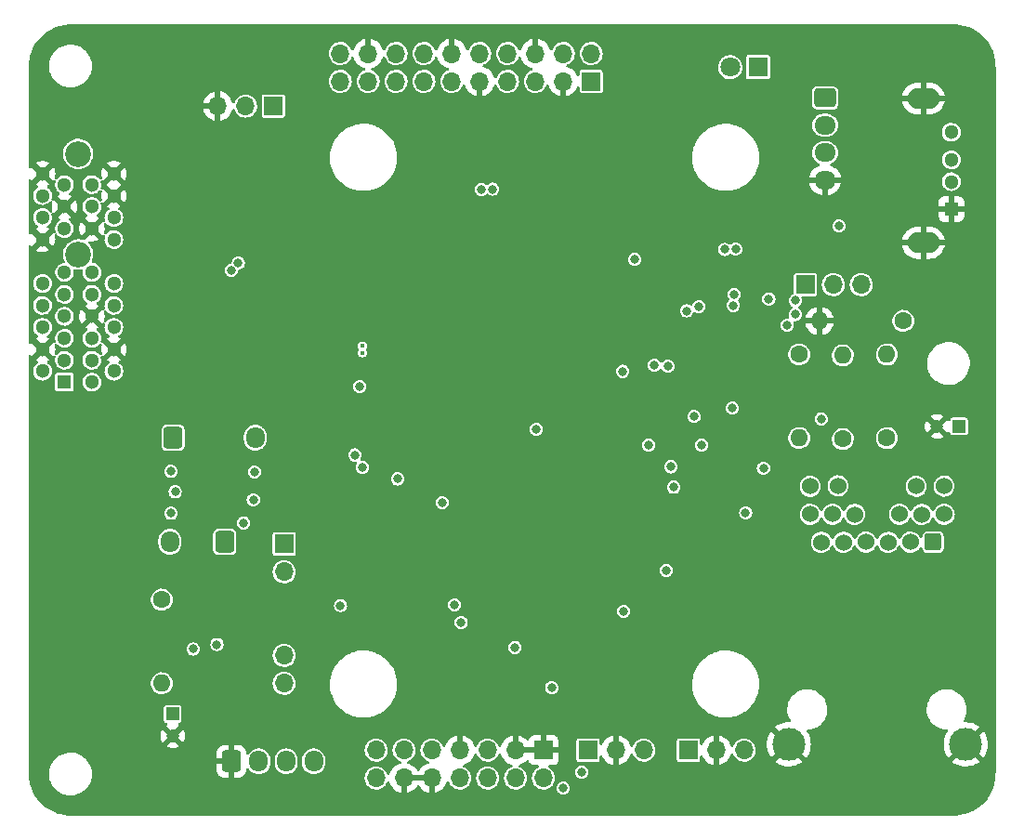
<source format=gbr>
%TF.GenerationSoftware,KiCad,Pcbnew,(5.99.0-6751-g76ac8b5acf)*%
%TF.CreationDate,2020-12-26T11:20:11-05:00*%
%TF.ProjectId,CM4_NAS,434d345f-4e41-4532-9e6b-696361645f70,rev?*%
%TF.SameCoordinates,Original*%
%TF.FileFunction,Copper,L2,Inr*%
%TF.FilePolarity,Positive*%
%FSLAX46Y46*%
G04 Gerber Fmt 4.6, Leading zero omitted, Abs format (unit mm)*
G04 Created by KiCad (PCBNEW (5.99.0-6751-g76ac8b5acf)) date 2020-12-26 11:20:11*
%MOMM*%
%LPD*%
G01*
G04 APERTURE LIST*
G04 Aperture macros list*
%AMRoundRect*
0 Rectangle with rounded corners*
0 $1 Rounding radius*
0 $2 $3 $4 $5 $6 $7 $8 $9 X,Y pos of 4 corners*
0 Add a 4 corners polygon primitive as box body*
4,1,4,$2,$3,$4,$5,$6,$7,$8,$9,$2,$3,0*
0 Add four circle primitives for the rounded corners*
1,1,$1+$1,$2,$3,0*
1,1,$1+$1,$4,$5,0*
1,1,$1+$1,$6,$7,0*
1,1,$1+$1,$8,$9,0*
0 Add four rect primitives between the rounded corners*
20,1,$1+$1,$2,$3,$4,$5,0*
20,1,$1+$1,$4,$5,$6,$7,0*
20,1,$1+$1,$6,$7,$8,$9,0*
20,1,$1+$1,$8,$9,$2,$3,0*%
G04 Aperture macros list end*
%TA.AperFunction,ComponentPad*%
%ADD10R,1.700000X1.700000*%
%TD*%
%TA.AperFunction,ComponentPad*%
%ADD11O,1.700000X1.700000*%
%TD*%
%TA.AperFunction,ComponentPad*%
%ADD12RoundRect,0.250000X-0.600000X-0.725000X0.600000X-0.725000X0.600000X0.725000X-0.600000X0.725000X0*%
%TD*%
%TA.AperFunction,ComponentPad*%
%ADD13O,1.700000X1.950000*%
%TD*%
%TA.AperFunction,ComponentPad*%
%ADD14RoundRect,0.250000X0.600000X0.725000X-0.600000X0.725000X-0.600000X-0.725000X0.600000X-0.725000X0*%
%TD*%
%TA.AperFunction,ComponentPad*%
%ADD15C,1.300000*%
%TD*%
%TA.AperFunction,ComponentPad*%
%ADD16R,1.300000X1.300000*%
%TD*%
%TA.AperFunction,ComponentPad*%
%ADD17C,2.350000*%
%TD*%
%TA.AperFunction,ComponentPad*%
%ADD18RoundRect,0.250000X-0.725000X0.600000X-0.725000X-0.600000X0.725000X-0.600000X0.725000X0.600000X0*%
%TD*%
%TA.AperFunction,ComponentPad*%
%ADD19O,1.950000X1.700000*%
%TD*%
%TA.AperFunction,ComponentPad*%
%ADD20RoundRect,0.249900X-0.600100X-0.725100X0.600100X-0.725100X0.600100X0.725100X-0.600100X0.725100X0*%
%TD*%
%TA.AperFunction,ComponentPad*%
%ADD21C,3.000000*%
%TD*%
%TA.AperFunction,ComponentPad*%
%ADD22C,1.524000*%
%TD*%
%TA.AperFunction,ComponentPad*%
%ADD23RoundRect,0.228600X0.533400X0.533400X-0.533400X0.533400X-0.533400X-0.533400X0.533400X-0.533400X0*%
%TD*%
%TA.AperFunction,ComponentPad*%
%ADD24C,1.600000*%
%TD*%
%TA.AperFunction,ComponentPad*%
%ADD25O,1.600000X1.600000*%
%TD*%
%TA.AperFunction,ComponentPad*%
%ADD26R,1.200000X1.200000*%
%TD*%
%TA.AperFunction,ComponentPad*%
%ADD27C,1.200000*%
%TD*%
%TA.AperFunction,ComponentPad*%
%ADD28O,2.900000X1.900000*%
%TD*%
%TA.AperFunction,ComponentPad*%
%ADD29R,1.800000X1.800000*%
%TD*%
%TA.AperFunction,ComponentPad*%
%ADD30C,1.800000*%
%TD*%
%TA.AperFunction,ViaPad*%
%ADD31C,0.800000*%
%TD*%
%TA.AperFunction,ViaPad*%
%ADD32C,0.450000*%
%TD*%
G04 APERTURE END LIST*
D10*
%TO.N,+5V*%
%TO.C,J12*%
X161036000Y-93218000D03*
D11*
%TO.N,/USB2_VBUS*%
X163576000Y-93218000D03*
%TO.N,/USBOTG_ID*%
X166116000Y-93218000D03*
%TD*%
D10*
%TO.N,/+3.3v*%
%TO.C,J15*%
X112550000Y-76950000D03*
D11*
%TO.N,/Temp_DATA*%
X110010000Y-76950000D03*
%TO.N,GND*%
X107470000Y-76950000D03*
%TD*%
D12*
%TO.N,GND*%
%TO.C,J7*%
X108712000Y-136652000D03*
D13*
%TO.N,+12V*%
X111212000Y-136652000D03*
%TO.N,Net-(J7-Pad3)*%
X113712000Y-136652000D03*
%TO.N,Net-(J7-Pad4)*%
X116212000Y-136652000D03*
%TD*%
D14*
%TO.N,+12V*%
%TO.C,J5*%
X108120000Y-116650000D03*
D13*
%TO.N,GND*%
X105620000Y-116650000D03*
%TO.N,+5V*%
X103120000Y-116650000D03*
%TD*%
D15*
%TO.N,GND*%
%TO.C,J3*%
X98012000Y-83108000D03*
%TO.N,Net-(J3-PadB17)*%
X96012000Y-84108000D03*
%TO.N,GND*%
X98012000Y-85108000D03*
%TO.N,/PCIE_TX_P*%
X96012000Y-86108000D03*
%TO.N,/PCIE_TX_N*%
X98012000Y-87108000D03*
%TO.N,GND*%
X96012000Y-88108000D03*
%TO.N,/PCIE_CLK_nREQ*%
X98012000Y-89108000D03*
%TO.N,Net-(J3-PadB11)*%
X96012000Y-92108000D03*
%TO.N,+3V3*%
X98012000Y-93108000D03*
X96012000Y-94108000D03*
X98012000Y-95108000D03*
%TO.N,GND*%
X96012000Y-96108000D03*
%TO.N,Net-(J3-PadB6)*%
X98012000Y-97108000D03*
%TO.N,Net-(J3-PadB5)*%
X96012000Y-98108000D03*
%TO.N,GND*%
X98012000Y-99108000D03*
%TO.N,+12V*%
X96012000Y-100108000D03*
X98012000Y-101108000D03*
X96012000Y-102108000D03*
%TO.N,GND*%
X91512000Y-83108000D03*
%TO.N,/PCIE_RX_P*%
X93512000Y-84108000D03*
%TO.N,/PCIE_RX_N*%
X91512000Y-85108000D03*
%TO.N,GND*%
X93512000Y-86108000D03*
%TO.N,/PCIE_CLK_N*%
X91512000Y-87108000D03*
%TO.N,/PCIE_CLK_P*%
X93512000Y-88108000D03*
%TO.N,GND*%
X91512000Y-89108000D03*
%TO.N,/PCIE_nRST*%
X93512000Y-92108000D03*
%TO.N,+3V3*%
X91512000Y-93108000D03*
X93512000Y-94108000D03*
X91512000Y-95108000D03*
%TO.N,Net-(J3-PadA7)*%
X93512000Y-96108000D03*
%TO.N,+3V3*%
X91512000Y-97108000D03*
X93512000Y-98108000D03*
%TO.N,GND*%
X91512000Y-99108000D03*
%TO.N,+12V*%
X93512000Y-100108000D03*
X91512000Y-101108000D03*
D16*
%TO.N,Net-(J3-PadA1)*%
X93512000Y-102108000D03*
D17*
%TO.N,N/C*%
X94762000Y-90458000D03*
X94762000Y-81308000D03*
%TD*%
D18*
%TO.N,/SDA*%
%TO.C,J8*%
X162814000Y-76200000D03*
D19*
%TO.N,/SCL*%
X162814000Y-78700000D03*
%TO.N,/+3.3v*%
X162814000Y-81200000D03*
%TO.N,GND*%
X162814000Y-83700000D03*
%TD*%
D10*
%TO.N,+12V*%
%TO.C,J6*%
X113538000Y-116840000D03*
D11*
X113538000Y-119380000D03*
%TO.N,GND*%
X113538000Y-121920000D03*
X113538000Y-124460000D03*
%TO.N,+3V3*%
X113538000Y-127000000D03*
X113538000Y-129540000D03*
%TD*%
D10*
%TO.N,/GLOBAL_EN*%
%TO.C,J11*%
X150368000Y-135636000D03*
D11*
%TO.N,GND*%
X152908000Y-135636000D03*
%TO.N,/RUN_PG*%
X155448000Y-135636000D03*
%TD*%
D10*
%TO.N,/WL_nDis*%
%TO.C,J9*%
X141224000Y-135636000D03*
D11*
%TO.N,GND*%
X143764000Y-135636000D03*
%TO.N,/BT_nDis*%
X146304000Y-135636000D03*
%TD*%
D20*
%TO.N,+5V*%
%TO.C,J4*%
X103400000Y-107170000D03*
D13*
%TO.N,GND*%
X105900000Y-107170000D03*
X108400000Y-107170000D03*
%TO.N,+12V*%
X110900000Y-107170000D03*
%TD*%
D21*
%TO.N,GND*%
%TO.C,U4*%
X159506000Y-135097000D03*
X175636000Y-135105000D03*
D22*
%TO.N,/+3.3v*%
X161456000Y-111595000D03*
%TO.N,Net-(R2-Pad1)*%
X163996000Y-111555000D03*
%TO.N,/+3.3v*%
X171116000Y-111585000D03*
%TO.N,Net-(R3-Pad1)*%
X173656000Y-111575000D03*
%TO.N,Net-(C1-Pad1)*%
X161466000Y-114145000D03*
%TO.N,/TRD0_P*%
X163496000Y-114135000D03*
%TO.N,/TRD0_N*%
X165506000Y-114155000D03*
%TO.N,/TRD3_N*%
X169596000Y-114135000D03*
%TO.N,/TRD3_P*%
X171626000Y-114165000D03*
%TO.N,Net-(C1-Pad1)*%
X173666000Y-114135000D03*
X162486000Y-116695000D03*
%TO.N,/TRD1_N*%
X164516000Y-116695000D03*
%TO.N,/TRD1_P*%
X166546000Y-116675000D03*
%TO.N,/TRD2_P*%
X168586000Y-116695000D03*
%TO.N,/TRD2_N*%
X170616000Y-116685000D03*
D23*
%TO.N,Net-(C1-Pad1)*%
X172656000Y-116685000D03*
%TD*%
D24*
%TO.N,Net-(J7-Pad3)*%
%TO.C,R5*%
X102362000Y-121920000D03*
D25*
%TO.N,/+3.3v*%
X102362000Y-129540000D03*
%TD*%
D26*
%TO.N,Net-(C1-Pad1)*%
%TO.C,C1*%
X175020000Y-106140000D03*
D27*
%TO.N,GND*%
X173020000Y-106140000D03*
%TD*%
D10*
%TO.N,GND*%
%TO.C,J10*%
X137160000Y-135636000D03*
D11*
%TO.N,/nRPIBOOT*%
X137160000Y-138176000D03*
%TO.N,GND*%
X134620000Y-135636000D03*
%TO.N,/EEPROM_nWP*%
X134620000Y-138176000D03*
%TO.N,/AIN0*%
X132080000Y-135636000D03*
%TO.N,/AIN1*%
X132080000Y-138176000D03*
%TO.N,GND*%
X129540000Y-135636000D03*
%TO.N,/SYNC_IN*%
X129540000Y-138176000D03*
%TO.N,/SYNC_OUT*%
X127000000Y-135636000D03*
%TO.N,GND*%
X127000000Y-138176000D03*
%TO.N,/TV_OUT*%
X124460000Y-135636000D03*
%TO.N,GND*%
X124460000Y-138176000D03*
%TO.N,Net-(J10-Pad13)*%
X121920000Y-135636000D03*
%TO.N,/GLOBAL_EN*%
X121920000Y-138176000D03*
%TD*%
D24*
%TO.N,Net-(D1-Pad1)*%
%TO.C,R1*%
X160460000Y-99570000D03*
D25*
%TO.N,Net-(Module1-Pad21)*%
X160460000Y-107190000D03*
%TD*%
D24*
%TO.N,/USBOTG_ID*%
%TO.C,R4*%
X169926000Y-96520000D03*
D25*
%TO.N,GND*%
X162306000Y-96520000D03*
%TD*%
D15*
%TO.N,/USB2_VBUS*%
%TO.C,J1*%
X174318000Y-79338000D03*
%TO.N,/USB2_N*%
X174318000Y-81838000D03*
%TO.N,/USB2_P*%
X174318000Y-83838000D03*
D16*
%TO.N,GND*%
X174318000Y-86338000D03*
D28*
X171778000Y-76268000D03*
X171778000Y-89408000D03*
%TD*%
D26*
%TO.N,/+3.3v*%
%TO.C,C2*%
X103378000Y-132334000D03*
D27*
%TO.N,GND*%
X103378000Y-134334000D03*
%TD*%
D24*
%TO.N,Net-(R3-Pad1)*%
%TO.C,R3*%
X168450000Y-107200000D03*
D25*
%TO.N,/ETH_LEDG*%
X168450000Y-99580000D03*
%TD*%
D10*
%TO.N,N/C*%
%TO.C,J2*%
X141500000Y-74700000D03*
D11*
%TO.N,/HDMI0_HOTPLUG*%
X118640000Y-72160000D03*
%TO.N,+5V*%
X118640000Y-74700000D03*
%TO.N,GND*%
X121180000Y-72160000D03*
%TO.N,/HDMI0_SDA*%
X121180000Y-74700000D03*
%TO.N,/HDMI0_SCL*%
X123720000Y-72160000D03*
%TO.N,Net-(J2-Pad14)*%
X123720000Y-74700000D03*
%TO.N,/HDMI0_CEC*%
X126260000Y-72160000D03*
%TO.N,/HDMI0_CK_N*%
X126260000Y-74700000D03*
%TO.N,GND*%
X128800000Y-72160000D03*
%TO.N,/HDMI0_CK_P*%
X128800000Y-74700000D03*
%TO.N,/HDMI0_D0_N*%
X131340000Y-72160000D03*
%TO.N,GND*%
X131340000Y-74700000D03*
%TO.N,/HDMI0_D0_P*%
X133880000Y-72160000D03*
%TO.N,/HDMI0_D1_N*%
X133880000Y-74700000D03*
%TO.N,GND*%
X136420000Y-72160000D03*
%TO.N,/HDMI0_D1_P*%
X136420000Y-74700000D03*
%TO.N,/HDMI0_D2_N*%
X138960000Y-72160000D03*
%TO.N,GND*%
X138960000Y-74700000D03*
%TO.N,/HDMI0_D2_P*%
X141500000Y-72160000D03*
%TD*%
D29*
%TO.N,Net-(D1-Pad1)*%
%TO.C,D1*%
X156718000Y-73406000D03*
D30*
%TO.N,/+3.3v*%
X154178000Y-73406000D03*
%TD*%
D24*
%TO.N,Net-(R2-Pad1)*%
%TO.C,R2*%
X164420000Y-107280000D03*
D25*
%TO.N,/ETH_LEDY*%
X164420000Y-99660000D03*
%TD*%
D31*
%TO.N,Net-(D1-Pad1)*%
X164084000Y-87884000D03*
%TO.N,+5V*%
X159371000Y-96919000D03*
X160090000Y-95942000D03*
X160090000Y-94672000D03*
%TO.N,/USBOTG_ID*%
X145470000Y-90920000D03*
%TO.N,GND*%
X153840000Y-107740000D03*
X109410000Y-101310000D03*
X151350000Y-99330000D03*
X135850000Y-80380000D03*
X156540000Y-115540000D03*
X115280000Y-96100000D03*
X144640000Y-104830000D03*
X120230000Y-107430000D03*
X123950000Y-95070000D03*
X157560000Y-112860000D03*
X148430000Y-97390000D03*
X118440000Y-89260000D03*
X101500000Y-95460000D03*
X126750000Y-89000000D03*
X114550000Y-112270000D03*
X146350000Y-101520000D03*
X169570000Y-111020000D03*
X120960000Y-77540000D03*
X166670000Y-115160000D03*
X120520000Y-103900000D03*
X153880000Y-109750000D03*
X123150000Y-120520000D03*
X174470000Y-116140000D03*
X120920000Y-124420000D03*
X172600000Y-112740000D03*
X160620000Y-118280000D03*
X159650000Y-114710000D03*
X110440000Y-96090000D03*
X119000000Y-116260000D03*
X126330000Y-77610000D03*
X104240000Y-89350000D03*
X166480000Y-111930000D03*
%TO.N,/+3.3v*%
X150210000Y-95610000D03*
X155580000Y-114000000D03*
%TO.N,+5V*%
X118660000Y-122450000D03*
X103210000Y-114050000D03*
X103200000Y-110240000D03*
X103600000Y-112100000D03*
%TO.N,/HDMI0_HOTPLUG*%
X120420000Y-102500000D03*
%TO.N,/HDMI0_SDA*%
X131490000Y-84540000D03*
%TO.N,/HDMI0_CEC*%
X132530000Y-84520000D03*
D32*
%TO.N,/HDMI0_D2_N*%
X120680000Y-98817800D03*
%TO.N,/HDMI0_D2_P*%
X120680000Y-99420200D03*
D31*
%TO.N,/PCIE_CLK_nREQ*%
X119970000Y-108740000D03*
%TO.N,+12V*%
X110810000Y-110280000D03*
X110720000Y-112830000D03*
X109845000Y-114925000D03*
%TO.N,/PCIE_RX_P*%
X108706498Y-91913502D03*
%TO.N,/PCIE_RX_N*%
X109353502Y-91266498D03*
%TO.N,/PCIE_nRST*%
X120657500Y-109870000D03*
%TO.N,/SDA*%
X153650000Y-90010000D03*
X105230653Y-126420653D03*
%TO.N,/SCL*%
X107405405Y-126004595D03*
X154660000Y-89970000D03*
%TO.N,/BT_nDis*%
X154462510Y-95108348D03*
X144470000Y-122970000D03*
X151557500Y-107830000D03*
X148490000Y-100650000D03*
%TO.N,/WL_nDis*%
X154380000Y-104460000D03*
X146740000Y-107840000D03*
%TO.N,/GLOBAL_EN*%
X147260000Y-100550000D03*
X150870000Y-105240000D03*
X148340000Y-119250000D03*
X154520000Y-94110000D03*
%TO.N,Net-(J10-Pad13)*%
X140640000Y-137640000D03*
%TO.N,/TV_OUT*%
X123850000Y-110920000D03*
X127930000Y-113070000D03*
%TO.N,/SYNC_OUT*%
X148760000Y-109820000D03*
X129050000Y-122390000D03*
%TO.N,/SYNC_IN*%
X129660000Y-123990000D03*
X149020000Y-111680000D03*
%TO.N,/nRPIBOOT*%
X138960000Y-139100000D03*
X157690000Y-94520000D03*
%TO.N,/RUN_PG*%
X134550000Y-126270000D03*
X144370000Y-101120000D03*
X151330000Y-95206500D03*
X137900000Y-129960000D03*
%TO.N,/Temp_DATA*%
X136500000Y-106400000D03*
%TO.N,/ETH_LEDY*%
X162460000Y-105440000D03*
%TO.N,/ETH_LEDG*%
X157199999Y-109940000D03*
%TD*%
%TA.AperFunction,Conductor*%
%TO.N,GND*%
G36*
X174521428Y-69502450D02*
G01*
X174521465Y-69502157D01*
X174528540Y-69503045D01*
X174535467Y-69504724D01*
X174624841Y-69505780D01*
X174739668Y-69507137D01*
X174750529Y-69507735D01*
X175058435Y-69538062D01*
X175111014Y-69543240D01*
X175123239Y-69545053D01*
X175476597Y-69615341D01*
X175488584Y-69618344D01*
X175593708Y-69650233D01*
X175833330Y-69722922D01*
X175844972Y-69727087D01*
X176177823Y-69864959D01*
X176189002Y-69870246D01*
X176295172Y-69926995D01*
X176506723Y-70040071D01*
X176517327Y-70046427D01*
X176731871Y-70189781D01*
X176816876Y-70246580D01*
X176826795Y-70253936D01*
X177105300Y-70482499D01*
X177114453Y-70490795D01*
X177369204Y-70745547D01*
X177377508Y-70754709D01*
X177496383Y-70899559D01*
X177606059Y-71033201D01*
X177613424Y-71043132D01*
X177813583Y-71342692D01*
X177819940Y-71353298D01*
X177989764Y-71671020D01*
X177995046Y-71682188D01*
X178110624Y-71961216D01*
X178132911Y-72015022D01*
X178137073Y-72026653D01*
X178241661Y-72371438D01*
X178244660Y-72383412D01*
X178272274Y-72522231D01*
X178314945Y-72736752D01*
X178316759Y-72748984D01*
X178352264Y-73109472D01*
X178352862Y-73120333D01*
X178355035Y-73304160D01*
X178355273Y-73324340D01*
X178356927Y-73331217D01*
X178357802Y-73338236D01*
X178357549Y-73338268D01*
X178359999Y-73358929D01*
X178360001Y-137740921D01*
X178357551Y-137761429D01*
X178357843Y-137761466D01*
X178356956Y-137768538D01*
X178355276Y-137775467D01*
X178354829Y-137813313D01*
X178352863Y-137979669D01*
X178352265Y-137990530D01*
X178316760Y-138351012D01*
X178314947Y-138363239D01*
X178264909Y-138614798D01*
X178244663Y-138716580D01*
X178241660Y-138728571D01*
X178137073Y-139073351D01*
X178132916Y-139084968D01*
X177995046Y-139417815D01*
X177989759Y-139428992D01*
X177834624Y-139719231D01*
X177819932Y-139746717D01*
X177813576Y-139757321D01*
X177664247Y-139980809D01*
X177613427Y-140056866D01*
X177606062Y-140066797D01*
X177377511Y-140345289D01*
X177369207Y-140354451D01*
X177114466Y-140609194D01*
X177105303Y-140617498D01*
X176826810Y-140846051D01*
X176816879Y-140853417D01*
X176517329Y-141053571D01*
X176506725Y-141059927D01*
X176307765Y-141166273D01*
X176188995Y-141229757D01*
X176177817Y-141235044D01*
X175844971Y-141372913D01*
X175833329Y-141377078D01*
X175488591Y-141481654D01*
X175476597Y-141484659D01*
X175123247Y-141554946D01*
X175111015Y-141556760D01*
X174750526Y-141592265D01*
X174739665Y-141592863D01*
X174542735Y-141595190D01*
X174542732Y-141595190D01*
X174535659Y-141595274D01*
X174528782Y-141596928D01*
X174521763Y-141597803D01*
X174521731Y-141597550D01*
X174501070Y-141600000D01*
X94119073Y-141600000D01*
X94098568Y-141597550D01*
X94098531Y-141597843D01*
X94091463Y-141596956D01*
X94084532Y-141595276D01*
X93990478Y-141594165D01*
X93880330Y-141592863D01*
X93869469Y-141592265D01*
X93508989Y-141556760D01*
X93496757Y-141554946D01*
X93143414Y-141484661D01*
X93131420Y-141481657D01*
X92924806Y-141418982D01*
X92786655Y-141377075D01*
X92775026Y-141372914D01*
X92442180Y-141235043D01*
X92431009Y-141229759D01*
X92113283Y-141059932D01*
X92102677Y-141053575D01*
X92102671Y-141053571D01*
X91803131Y-140853425D01*
X91793203Y-140846062D01*
X91514711Y-140617511D01*
X91505549Y-140609207D01*
X91250806Y-140354466D01*
X91242502Y-140345303D01*
X91013949Y-140066810D01*
X91006583Y-140056879D01*
X90806429Y-139757329D01*
X90800072Y-139746723D01*
X90799468Y-139745592D01*
X90630242Y-139428995D01*
X90624955Y-139417817D01*
X90576402Y-139300601D01*
X90487087Y-139084973D01*
X90482927Y-139073350D01*
X90378341Y-138728574D01*
X90375337Y-138716580D01*
X90305054Y-138363248D01*
X90303240Y-138351016D01*
X90267735Y-137990527D01*
X90267137Y-137979666D01*
X90264810Y-137782736D01*
X90264810Y-137782733D01*
X90264726Y-137775660D01*
X90263072Y-137768783D01*
X90262197Y-137761764D01*
X90262450Y-137761732D01*
X90260000Y-137741071D01*
X90260000Y-137738592D01*
X92105966Y-137738592D01*
X92111499Y-137879394D01*
X92112641Y-137908469D01*
X92112641Y-137908471D01*
X92116538Y-138007673D01*
X92116807Y-138014531D01*
X92117605Y-138018903D01*
X92117606Y-138018908D01*
X92144174Y-138164378D01*
X92166421Y-138286189D01*
X92253817Y-138548146D01*
X92255809Y-138552133D01*
X92255810Y-138552135D01*
X92374065Y-138788801D01*
X92377250Y-138795176D01*
X92396069Y-138822404D01*
X92481038Y-138945343D01*
X92534260Y-139022349D01*
X92601596Y-139095193D01*
X92714699Y-139217548D01*
X92721711Y-139225134D01*
X92725165Y-139227946D01*
X92932409Y-139396669D01*
X92932413Y-139396672D01*
X92935866Y-139399483D01*
X92952174Y-139409301D01*
X93157930Y-139533176D01*
X93172450Y-139541918D01*
X93261193Y-139579496D01*
X93422639Y-139647860D01*
X93422644Y-139647862D01*
X93426742Y-139649597D01*
X93431040Y-139650736D01*
X93431044Y-139650738D01*
X93547849Y-139681708D01*
X93693671Y-139720372D01*
X93967908Y-139752830D01*
X94243983Y-139746324D01*
X94396758Y-139720895D01*
X94511997Y-139701714D01*
X94512001Y-139701713D01*
X94516387Y-139700983D01*
X94520628Y-139699642D01*
X94520631Y-139699641D01*
X94775439Y-139619056D01*
X94775441Y-139619055D01*
X94779685Y-139617713D01*
X94783696Y-139615787D01*
X94783701Y-139615785D01*
X95024604Y-139500105D01*
X95024605Y-139500104D01*
X95028623Y-139498175D01*
X95249922Y-139350307D01*
X95254526Y-139347231D01*
X95254530Y-139347228D01*
X95258234Y-139344753D01*
X95261551Y-139341782D01*
X95261555Y-139341779D01*
X95460620Y-139163482D01*
X95460621Y-139163481D01*
X95463938Y-139160510D01*
X95641629Y-138949120D01*
X95787763Y-138714803D01*
X95808975Y-138666824D01*
X95897625Y-138466300D01*
X95899423Y-138462233D01*
X95974382Y-138196449D01*
X95979107Y-138161270D01*
X120865103Y-138161270D01*
X120882332Y-138366448D01*
X120939086Y-138564371D01*
X120965002Y-138614798D01*
X121018337Y-138718577D01*
X121033202Y-138747502D01*
X121037025Y-138752326D01*
X121037028Y-138752330D01*
X121108452Y-138842444D01*
X121161097Y-138908865D01*
X121165790Y-138912859D01*
X121165791Y-138912860D01*
X121294441Y-139022349D01*
X121317897Y-139042312D01*
X121497632Y-139142763D01*
X121693454Y-139206389D01*
X121897906Y-139230769D01*
X121904041Y-139230297D01*
X121904043Y-139230297D01*
X122097058Y-139215445D01*
X122097063Y-139215444D01*
X122103199Y-139214972D01*
X122109129Y-139213316D01*
X122109131Y-139213316D01*
X122295586Y-139161257D01*
X122295585Y-139161257D01*
X122301514Y-139159602D01*
X122334850Y-139142763D01*
X122388080Y-139115874D01*
X122485297Y-139066766D01*
X122546845Y-139018680D01*
X122642693Y-138943795D01*
X122647549Y-138940001D01*
X122670977Y-138912860D01*
X122749056Y-138822404D01*
X122782088Y-138784136D01*
X122883790Y-138605107D01*
X122907726Y-138533154D01*
X122948208Y-138474829D01*
X123013796Y-138447650D01*
X123083666Y-138460245D01*
X123146526Y-138532216D01*
X123210230Y-138718810D01*
X123214497Y-138728533D01*
X123319556Y-138921625D01*
X123325402Y-138930491D01*
X123461486Y-139103113D01*
X123468750Y-139110875D01*
X123631967Y-139258094D01*
X123640444Y-139264528D01*
X123826122Y-139382136D01*
X123835567Y-139387053D01*
X124038406Y-139471694D01*
X124048545Y-139474950D01*
X124188345Y-139507096D01*
X124200566Y-139506368D01*
X124204104Y-139495941D01*
X124713999Y-139495941D01*
X124718150Y-139510079D01*
X124728795Y-139511774D01*
X124732201Y-139511094D01*
X124943333Y-139449954D01*
X124953259Y-139446143D01*
X125151065Y-139350307D01*
X125160212Y-139344876D01*
X125339041Y-139217083D01*
X125347149Y-139210182D01*
X125501893Y-139054082D01*
X125508706Y-139045933D01*
X125627687Y-138876327D01*
X125683183Y-138832047D01*
X125753809Y-138824800D01*
X125817141Y-138856886D01*
X125841516Y-138888469D01*
X125859556Y-138921625D01*
X125865402Y-138930491D01*
X126001486Y-139103113D01*
X126008750Y-139110875D01*
X126171967Y-139258094D01*
X126180444Y-139264528D01*
X126366122Y-139382136D01*
X126375567Y-139387053D01*
X126578406Y-139471694D01*
X126588545Y-139474950D01*
X126728345Y-139507096D01*
X126740566Y-139506368D01*
X126746000Y-139490356D01*
X126746001Y-138448115D01*
X126741526Y-138432876D01*
X126740136Y-138431671D01*
X126732453Y-138430000D01*
X125858003Y-138429999D01*
X125857997Y-138430000D01*
X124732115Y-138429999D01*
X124716876Y-138434474D01*
X124715671Y-138435864D01*
X124714000Y-138443547D01*
X124713999Y-139495941D01*
X124204104Y-139495941D01*
X124206000Y-139490356D01*
X124206001Y-138430000D01*
X124206000Y-138429996D01*
X124206001Y-138048000D01*
X124226003Y-137979879D01*
X124279659Y-137933386D01*
X124332001Y-137922000D01*
X125601997Y-137922001D01*
X125602003Y-137922000D01*
X126745998Y-137922001D01*
X126746004Y-137922000D01*
X127128000Y-137922001D01*
X127196121Y-137942003D01*
X127242614Y-137995659D01*
X127254000Y-138048001D01*
X127253999Y-139495941D01*
X127258150Y-139510079D01*
X127268795Y-139511774D01*
X127272201Y-139511094D01*
X127483333Y-139449954D01*
X127493259Y-139446143D01*
X127691065Y-139350307D01*
X127700212Y-139344876D01*
X127879041Y-139217083D01*
X127887149Y-139210182D01*
X128041893Y-139054082D01*
X128048706Y-139045933D01*
X128174940Y-138865988D01*
X128180295Y-138856787D01*
X128274399Y-138658156D01*
X128278123Y-138648197D01*
X128308930Y-138538231D01*
X128346567Y-138478031D01*
X128410776Y-138447736D01*
X128481170Y-138456965D01*
X128535401Y-138502786D01*
X128551378Y-138537491D01*
X128554715Y-138549127D01*
X128559086Y-138564371D01*
X128585002Y-138614798D01*
X128638337Y-138718577D01*
X128653202Y-138747502D01*
X128657025Y-138752326D01*
X128657028Y-138752330D01*
X128728452Y-138842444D01*
X128781097Y-138908865D01*
X128785790Y-138912859D01*
X128785791Y-138912860D01*
X128914441Y-139022349D01*
X128937897Y-139042312D01*
X129117632Y-139142763D01*
X129313454Y-139206389D01*
X129517906Y-139230769D01*
X129524041Y-139230297D01*
X129524043Y-139230297D01*
X129717058Y-139215445D01*
X129717063Y-139215444D01*
X129723199Y-139214972D01*
X129729129Y-139213316D01*
X129729131Y-139213316D01*
X129915586Y-139161257D01*
X129915585Y-139161257D01*
X129921514Y-139159602D01*
X129954850Y-139142763D01*
X130008080Y-139115874D01*
X130105297Y-139066766D01*
X130166845Y-139018680D01*
X130262693Y-138943795D01*
X130267549Y-138940001D01*
X130290977Y-138912860D01*
X130369056Y-138822404D01*
X130402088Y-138784136D01*
X130503790Y-138605107D01*
X130568783Y-138409734D01*
X130576201Y-138351012D01*
X130594147Y-138208960D01*
X130594148Y-138208951D01*
X130594589Y-138205457D01*
X130595000Y-138176000D01*
X130593556Y-138161270D01*
X131025103Y-138161270D01*
X131042332Y-138366448D01*
X131099086Y-138564371D01*
X131125002Y-138614798D01*
X131178337Y-138718577D01*
X131193202Y-138747502D01*
X131197025Y-138752326D01*
X131197028Y-138752330D01*
X131268452Y-138842444D01*
X131321097Y-138908865D01*
X131325790Y-138912859D01*
X131325791Y-138912860D01*
X131454441Y-139022349D01*
X131477897Y-139042312D01*
X131657632Y-139142763D01*
X131853454Y-139206389D01*
X132057906Y-139230769D01*
X132064041Y-139230297D01*
X132064043Y-139230297D01*
X132257058Y-139215445D01*
X132257063Y-139215444D01*
X132263199Y-139214972D01*
X132269129Y-139213316D01*
X132269131Y-139213316D01*
X132455586Y-139161257D01*
X132455585Y-139161257D01*
X132461514Y-139159602D01*
X132494850Y-139142763D01*
X132548080Y-139115874D01*
X132645297Y-139066766D01*
X132706845Y-139018680D01*
X132802693Y-138943795D01*
X132807549Y-138940001D01*
X132830977Y-138912860D01*
X132909056Y-138822404D01*
X132942088Y-138784136D01*
X133043790Y-138605107D01*
X133108783Y-138409734D01*
X133116201Y-138351012D01*
X133134147Y-138208960D01*
X133134148Y-138208951D01*
X133134589Y-138205457D01*
X133135000Y-138176000D01*
X133114908Y-137971083D01*
X133055396Y-137773971D01*
X132979809Y-137631812D01*
X132961626Y-137597614D01*
X132961624Y-137597611D01*
X132958732Y-137592172D01*
X132954842Y-137587402D01*
X132954839Y-137587398D01*
X132832492Y-137437386D01*
X132832489Y-137437383D01*
X132828597Y-137432611D01*
X132805239Y-137413287D01*
X132741827Y-137360828D01*
X132669949Y-137301365D01*
X132488829Y-137203434D01*
X132292137Y-137142548D01*
X132286012Y-137141904D01*
X132286011Y-137141904D01*
X132093494Y-137121670D01*
X132093492Y-137121670D01*
X132087365Y-137121026D01*
X132001232Y-137128865D01*
X131888452Y-137139128D01*
X131888449Y-137139129D01*
X131882313Y-137139687D01*
X131876407Y-137141425D01*
X131876403Y-137141426D01*
X131782474Y-137169071D01*
X131684790Y-137197821D01*
X131679332Y-137200674D01*
X131679328Y-137200676D01*
X131638035Y-137222264D01*
X131502321Y-137293214D01*
X131497523Y-137297072D01*
X131497521Y-137297073D01*
X131467721Y-137321033D01*
X131341855Y-137422231D01*
X131209505Y-137579960D01*
X131206541Y-137585352D01*
X131206538Y-137585356D01*
X131166016Y-137659066D01*
X131110312Y-137760391D01*
X131108451Y-137766258D01*
X131108450Y-137766260D01*
X131059046Y-137922001D01*
X131048054Y-137956653D01*
X131025103Y-138161270D01*
X130593556Y-138161270D01*
X130574908Y-137971083D01*
X130515396Y-137773971D01*
X130439809Y-137631812D01*
X130421626Y-137597614D01*
X130421624Y-137597611D01*
X130418732Y-137592172D01*
X130414842Y-137587402D01*
X130414839Y-137587398D01*
X130292492Y-137437386D01*
X130292489Y-137437383D01*
X130288597Y-137432611D01*
X130265239Y-137413287D01*
X130201827Y-137360828D01*
X130129949Y-137301365D01*
X129948829Y-137203434D01*
X129896831Y-137187338D01*
X129837672Y-137148086D01*
X129809125Y-137083082D01*
X129820254Y-137012963D01*
X129899044Y-136945945D01*
X130023333Y-136909953D01*
X130033259Y-136906143D01*
X130231065Y-136810307D01*
X130240212Y-136804876D01*
X130419041Y-136677083D01*
X130427149Y-136670182D01*
X130581893Y-136514082D01*
X130588706Y-136505933D01*
X130714940Y-136325988D01*
X130720295Y-136316787D01*
X130814399Y-136118156D01*
X130818123Y-136108197D01*
X130848930Y-135998231D01*
X130886567Y-135938031D01*
X130950776Y-135907736D01*
X131021170Y-135916965D01*
X131075401Y-135962786D01*
X131091378Y-135997491D01*
X131099086Y-136024371D01*
X131193202Y-136207502D01*
X131197025Y-136212326D01*
X131197028Y-136212330D01*
X131287113Y-136325988D01*
X131321097Y-136368865D01*
X131325790Y-136372859D01*
X131325791Y-136372860D01*
X131453078Y-136481189D01*
X131477897Y-136502312D01*
X131657632Y-136602763D01*
X131853454Y-136666389D01*
X132057906Y-136690769D01*
X132064041Y-136690297D01*
X132064043Y-136690297D01*
X132257058Y-136675445D01*
X132257063Y-136675444D01*
X132263199Y-136674972D01*
X132269129Y-136673316D01*
X132269131Y-136673316D01*
X132396156Y-136637850D01*
X132461514Y-136619602D01*
X132494850Y-136602763D01*
X132550305Y-136574750D01*
X132645297Y-136526766D01*
X132715221Y-136472136D01*
X132802693Y-136403795D01*
X132807549Y-136400001D01*
X132830977Y-136372860D01*
X132868307Y-136329612D01*
X132942088Y-136244136D01*
X132996571Y-136148228D01*
X133040747Y-136070464D01*
X133040748Y-136070463D01*
X133043790Y-136065107D01*
X133047562Y-136053770D01*
X133067726Y-135993154D01*
X133108208Y-135934829D01*
X133173796Y-135907650D01*
X133243666Y-135920245D01*
X133306526Y-135992216D01*
X133370230Y-136178810D01*
X133374497Y-136188533D01*
X133479556Y-136381625D01*
X133485402Y-136390491D01*
X133621486Y-136563113D01*
X133628750Y-136570875D01*
X133791967Y-136718094D01*
X133800444Y-136724528D01*
X133986122Y-136842136D01*
X133995567Y-136847053D01*
X134198406Y-136931694D01*
X134208545Y-136934950D01*
X134250173Y-136944522D01*
X134312079Y-136979281D01*
X134345365Y-137041991D01*
X134339463Y-137112742D01*
X134296247Y-137169071D01*
X134257510Y-137188191D01*
X134224790Y-137197821D01*
X134219332Y-137200674D01*
X134219328Y-137200676D01*
X134178035Y-137222264D01*
X134042321Y-137293214D01*
X134037523Y-137297072D01*
X134037521Y-137297073D01*
X134007721Y-137321033D01*
X133881855Y-137422231D01*
X133749505Y-137579960D01*
X133746541Y-137585352D01*
X133746538Y-137585356D01*
X133706016Y-137659066D01*
X133650312Y-137760391D01*
X133648451Y-137766258D01*
X133648450Y-137766260D01*
X133599046Y-137922001D01*
X133588054Y-137956653D01*
X133565103Y-138161270D01*
X133582332Y-138366448D01*
X133639086Y-138564371D01*
X133665002Y-138614798D01*
X133718337Y-138718577D01*
X133733202Y-138747502D01*
X133737025Y-138752326D01*
X133737028Y-138752330D01*
X133808452Y-138842444D01*
X133861097Y-138908865D01*
X133865790Y-138912859D01*
X133865791Y-138912860D01*
X133994441Y-139022349D01*
X134017897Y-139042312D01*
X134197632Y-139142763D01*
X134393454Y-139206389D01*
X134597906Y-139230769D01*
X134604041Y-139230297D01*
X134604043Y-139230297D01*
X134797058Y-139215445D01*
X134797063Y-139215444D01*
X134803199Y-139214972D01*
X134809129Y-139213316D01*
X134809131Y-139213316D01*
X134995586Y-139161257D01*
X134995585Y-139161257D01*
X135001514Y-139159602D01*
X135034850Y-139142763D01*
X135088080Y-139115874D01*
X135185297Y-139066766D01*
X135246845Y-139018680D01*
X135342693Y-138943795D01*
X135347549Y-138940001D01*
X135370977Y-138912860D01*
X135449056Y-138822404D01*
X135482088Y-138784136D01*
X135583790Y-138605107D01*
X135648783Y-138409734D01*
X135656201Y-138351012D01*
X135674147Y-138208960D01*
X135674148Y-138208951D01*
X135674589Y-138205457D01*
X135675000Y-138176000D01*
X135654908Y-137971083D01*
X135595396Y-137773971D01*
X135519809Y-137631812D01*
X135501626Y-137597614D01*
X135501624Y-137597611D01*
X135498732Y-137592172D01*
X135494842Y-137587402D01*
X135494839Y-137587398D01*
X135372492Y-137437386D01*
X135372489Y-137437383D01*
X135368597Y-137432611D01*
X135345239Y-137413287D01*
X135281827Y-137360828D01*
X135209949Y-137301365D01*
X135028829Y-137203434D01*
X134976831Y-137187338D01*
X134917672Y-137148086D01*
X134889125Y-137083082D01*
X134900254Y-137012963D01*
X134979044Y-136945945D01*
X135103333Y-136909953D01*
X135113259Y-136906143D01*
X135311065Y-136810307D01*
X135320212Y-136804876D01*
X135499041Y-136677083D01*
X135507149Y-136670182D01*
X135614399Y-136561992D01*
X135676562Y-136527696D01*
X135747399Y-136532451D01*
X135804420Y-136574750D01*
X135827003Y-136623915D01*
X135840964Y-136688094D01*
X135849455Y-136708594D01*
X135917426Y-136814360D01*
X135929112Y-136827847D01*
X136025840Y-136911662D01*
X136040848Y-136921307D01*
X136157275Y-136974477D01*
X136174388Y-136979502D01*
X136305554Y-136998361D01*
X136314495Y-136999000D01*
X136632118Y-136999000D01*
X136700239Y-137019002D01*
X136746732Y-137072658D01*
X136756836Y-137142932D01*
X136727342Y-137207512D01*
X136690494Y-137236661D01*
X136587785Y-137290357D01*
X136587781Y-137290359D01*
X136582321Y-137293214D01*
X136577523Y-137297072D01*
X136577521Y-137297073D01*
X136547721Y-137321033D01*
X136421855Y-137422231D01*
X136289505Y-137579960D01*
X136286541Y-137585352D01*
X136286538Y-137585356D01*
X136246016Y-137659066D01*
X136190312Y-137760391D01*
X136188451Y-137766258D01*
X136188450Y-137766260D01*
X136139046Y-137922001D01*
X136128054Y-137956653D01*
X136105103Y-138161270D01*
X136122332Y-138366448D01*
X136179086Y-138564371D01*
X136205002Y-138614798D01*
X136258337Y-138718577D01*
X136273202Y-138747502D01*
X136277025Y-138752326D01*
X136277028Y-138752330D01*
X136348452Y-138842444D01*
X136401097Y-138908865D01*
X136405790Y-138912859D01*
X136405791Y-138912860D01*
X136534441Y-139022349D01*
X136557897Y-139042312D01*
X136737632Y-139142763D01*
X136933454Y-139206389D01*
X137137906Y-139230769D01*
X137144041Y-139230297D01*
X137144043Y-139230297D01*
X137337058Y-139215445D01*
X137337063Y-139215444D01*
X137343199Y-139214972D01*
X137349129Y-139213316D01*
X137349131Y-139213316D01*
X137535586Y-139161257D01*
X137535585Y-139161257D01*
X137541514Y-139159602D01*
X137574850Y-139142763D01*
X137628080Y-139115874D01*
X137659505Y-139100000D01*
X138354500Y-139100000D01*
X138375132Y-139256715D01*
X138435622Y-139402750D01*
X138531847Y-139528153D01*
X138657250Y-139624378D01*
X138803285Y-139684868D01*
X138960000Y-139705500D01*
X138968188Y-139704422D01*
X139108527Y-139685946D01*
X139116715Y-139684868D01*
X139262750Y-139624378D01*
X139388153Y-139528153D01*
X139484378Y-139402750D01*
X139544868Y-139256715D01*
X139565500Y-139100000D01*
X139544868Y-138943285D01*
X139484378Y-138797250D01*
X139388153Y-138671847D01*
X139262750Y-138575622D01*
X139116715Y-138515132D01*
X138960000Y-138494500D01*
X138803285Y-138515132D01*
X138657250Y-138575622D01*
X138531847Y-138671847D01*
X138435622Y-138797250D01*
X138375132Y-138943285D01*
X138354500Y-139100000D01*
X137659505Y-139100000D01*
X137725297Y-139066766D01*
X137786845Y-139018680D01*
X137882693Y-138943795D01*
X137887549Y-138940001D01*
X137910977Y-138912860D01*
X137989056Y-138822404D01*
X138022088Y-138784136D01*
X138123790Y-138605107D01*
X138188783Y-138409734D01*
X138196201Y-138351012D01*
X138214147Y-138208960D01*
X138214148Y-138208951D01*
X138214589Y-138205457D01*
X138215000Y-138176000D01*
X138194908Y-137971083D01*
X138135396Y-137773971D01*
X138064163Y-137640000D01*
X140034500Y-137640000D01*
X140035578Y-137648188D01*
X140051123Y-137766260D01*
X140055132Y-137796715D01*
X140115622Y-137942750D01*
X140165439Y-138007673D01*
X140201929Y-138055227D01*
X140211847Y-138068153D01*
X140337250Y-138164378D01*
X140483285Y-138224868D01*
X140640000Y-138245500D01*
X140648188Y-138244422D01*
X140788527Y-138225946D01*
X140796715Y-138224868D01*
X140942750Y-138164378D01*
X141068153Y-138068153D01*
X141078072Y-138055227D01*
X141114561Y-138007673D01*
X141164378Y-137942750D01*
X141224868Y-137796715D01*
X141228878Y-137766260D01*
X141244422Y-137648188D01*
X141245500Y-137640000D01*
X141224868Y-137483285D01*
X141164378Y-137337250D01*
X141068153Y-137211847D01*
X141061008Y-137206364D01*
X140978341Y-137142932D01*
X140942750Y-137115622D01*
X140817489Y-137063737D01*
X140804344Y-137058292D01*
X140796715Y-137055132D01*
X140748984Y-137048848D01*
X140648188Y-137035578D01*
X140640000Y-137034500D01*
X140631812Y-137035578D01*
X140531017Y-137048848D01*
X140483285Y-137055132D01*
X140475656Y-137058292D01*
X140462511Y-137063737D01*
X140337250Y-137115622D01*
X140301659Y-137142932D01*
X140218993Y-137206364D01*
X140211847Y-137211847D01*
X140115622Y-137337250D01*
X140055132Y-137483285D01*
X140034500Y-137640000D01*
X138064163Y-137640000D01*
X138059809Y-137631812D01*
X138041626Y-137597614D01*
X138041624Y-137597611D01*
X138038732Y-137592172D01*
X138034842Y-137587402D01*
X138034839Y-137587398D01*
X137912492Y-137437386D01*
X137912489Y-137437383D01*
X137908597Y-137432611D01*
X137885239Y-137413287D01*
X137821827Y-137360828D01*
X137749949Y-137301365D01*
X137744530Y-137298435D01*
X137744526Y-137298432D01*
X137628756Y-137235836D01*
X137578347Y-137185841D01*
X137562969Y-137116530D01*
X137587505Y-137049908D01*
X137644165Y-137007127D01*
X137688684Y-136999000D01*
X138003243Y-136999000D01*
X138016605Y-136997563D01*
X138212089Y-136955038D01*
X138232594Y-136946545D01*
X138338360Y-136878574D01*
X138351847Y-136866888D01*
X138435662Y-136770160D01*
X138445307Y-136755152D01*
X138498477Y-136638725D01*
X138503502Y-136621612D01*
X138522361Y-136490446D01*
X138523000Y-136481505D01*
X138523000Y-135908115D01*
X138518525Y-135892876D01*
X138517135Y-135891671D01*
X138509452Y-135890000D01*
X137414002Y-135889999D01*
X137413996Y-135890000D01*
X136018003Y-135889999D01*
X136017997Y-135890000D01*
X134874002Y-135889999D01*
X134873996Y-135890000D01*
X134492000Y-135889999D01*
X134423879Y-135869997D01*
X134377386Y-135816341D01*
X134366000Y-135763999D01*
X134366000Y-135363885D01*
X134873999Y-135363885D01*
X134878474Y-135379124D01*
X134879864Y-135380329D01*
X134887547Y-135382000D01*
X135761997Y-135382001D01*
X135762003Y-135382000D01*
X136887885Y-135382001D01*
X136903124Y-135377526D01*
X136904329Y-135376136D01*
X136906000Y-135368453D01*
X136906000Y-135363885D01*
X137413999Y-135363885D01*
X137418474Y-135379124D01*
X137419864Y-135380329D01*
X137427547Y-135382000D01*
X138504885Y-135382001D01*
X138520124Y-135377526D01*
X138521329Y-135376136D01*
X138523000Y-135368453D01*
X138523000Y-134792757D01*
X138522274Y-134786000D01*
X140169000Y-134786000D01*
X140169000Y-136486000D01*
X140184605Y-136564450D01*
X140191499Y-136574767D01*
X140191499Y-136574768D01*
X140211477Y-136604667D01*
X140229043Y-136630957D01*
X140295550Y-136675395D01*
X140374000Y-136691000D01*
X142074000Y-136691000D01*
X142152450Y-136675395D01*
X142218957Y-136630957D01*
X142236523Y-136604667D01*
X142256501Y-136574768D01*
X142256501Y-136574767D01*
X142263395Y-136564450D01*
X142279000Y-136486000D01*
X142279000Y-136243452D01*
X142299002Y-136175331D01*
X142352658Y-136128838D01*
X142422932Y-136118734D01*
X142487512Y-136148228D01*
X142514397Y-136184701D01*
X142515952Y-136183855D01*
X142623556Y-136381625D01*
X142629402Y-136390491D01*
X142765486Y-136563113D01*
X142772750Y-136570875D01*
X142935967Y-136718094D01*
X142944444Y-136724528D01*
X143130122Y-136842136D01*
X143139567Y-136847053D01*
X143342406Y-136931694D01*
X143352545Y-136934950D01*
X143492345Y-136967096D01*
X143504566Y-136966368D01*
X143510000Y-136950356D01*
X143510001Y-135890000D01*
X143510000Y-135889996D01*
X143510000Y-135381998D01*
X144017999Y-135381998D01*
X144018000Y-135382004D01*
X144017999Y-136955941D01*
X144022150Y-136970079D01*
X144032795Y-136971774D01*
X144036201Y-136971094D01*
X144247333Y-136909954D01*
X144257259Y-136906143D01*
X144455065Y-136810307D01*
X144464212Y-136804876D01*
X144643041Y-136677083D01*
X144651149Y-136670182D01*
X144805893Y-136514082D01*
X144812706Y-136505933D01*
X144938940Y-136325988D01*
X144944295Y-136316787D01*
X145038399Y-136118156D01*
X145042123Y-136108197D01*
X145072930Y-135998231D01*
X145110567Y-135938031D01*
X145174776Y-135907736D01*
X145245170Y-135916965D01*
X145299401Y-135962786D01*
X145315378Y-135997491D01*
X145323086Y-136024371D01*
X145417202Y-136207502D01*
X145421025Y-136212326D01*
X145421028Y-136212330D01*
X145511113Y-136325988D01*
X145545097Y-136368865D01*
X145549790Y-136372859D01*
X145549791Y-136372860D01*
X145677078Y-136481189D01*
X145701897Y-136502312D01*
X145881632Y-136602763D01*
X146077454Y-136666389D01*
X146281906Y-136690769D01*
X146288041Y-136690297D01*
X146288043Y-136690297D01*
X146481058Y-136675445D01*
X146481063Y-136675444D01*
X146487199Y-136674972D01*
X146493129Y-136673316D01*
X146493131Y-136673316D01*
X146620156Y-136637850D01*
X146685514Y-136619602D01*
X146718850Y-136602763D01*
X146774305Y-136574750D01*
X146869297Y-136526766D01*
X146939221Y-136472136D01*
X147026693Y-136403795D01*
X147031549Y-136400001D01*
X147054977Y-136372860D01*
X147092307Y-136329612D01*
X147166088Y-136244136D01*
X147220571Y-136148228D01*
X147264747Y-136070464D01*
X147264748Y-136070463D01*
X147267790Y-136065107D01*
X147271562Y-136053770D01*
X147311128Y-135934829D01*
X147332783Y-135869734D01*
X147346140Y-135764000D01*
X147358147Y-135668960D01*
X147358148Y-135668951D01*
X147358589Y-135665457D01*
X147359000Y-135636000D01*
X147338908Y-135431083D01*
X147279396Y-135233971D01*
X147201474Y-135087420D01*
X147185626Y-135057614D01*
X147185624Y-135057611D01*
X147182732Y-135052172D01*
X147178842Y-135047402D01*
X147178839Y-135047398D01*
X147056492Y-134897386D01*
X147056489Y-134897383D01*
X147052597Y-134892611D01*
X146923728Y-134786000D01*
X149313000Y-134786000D01*
X149313000Y-136486000D01*
X149328605Y-136564450D01*
X149335499Y-136574767D01*
X149335499Y-136574768D01*
X149355477Y-136604667D01*
X149373043Y-136630957D01*
X149439550Y-136675395D01*
X149518000Y-136691000D01*
X151218000Y-136691000D01*
X151296450Y-136675395D01*
X151362957Y-136630957D01*
X151380523Y-136604667D01*
X151400501Y-136574768D01*
X151400501Y-136574767D01*
X151407395Y-136564450D01*
X151423000Y-136486000D01*
X151423000Y-136243452D01*
X151443002Y-136175331D01*
X151496658Y-136128838D01*
X151566932Y-136118734D01*
X151631512Y-136148228D01*
X151658397Y-136184701D01*
X151659952Y-136183855D01*
X151767556Y-136381625D01*
X151773402Y-136390491D01*
X151909486Y-136563113D01*
X151916750Y-136570875D01*
X152079967Y-136718094D01*
X152088444Y-136724528D01*
X152274122Y-136842136D01*
X152283567Y-136847053D01*
X152486406Y-136931694D01*
X152496545Y-136934950D01*
X152636345Y-136967096D01*
X152648566Y-136966368D01*
X152654000Y-136950356D01*
X152654001Y-135890000D01*
X152654000Y-135889996D01*
X152654000Y-135381998D01*
X153161999Y-135381998D01*
X153162000Y-135382004D01*
X153161999Y-136955941D01*
X153166150Y-136970079D01*
X153176795Y-136971774D01*
X153180201Y-136971094D01*
X153391333Y-136909954D01*
X153401259Y-136906143D01*
X153599065Y-136810307D01*
X153608212Y-136804876D01*
X153787041Y-136677083D01*
X153795149Y-136670182D01*
X153949893Y-136514082D01*
X153956706Y-136505933D01*
X154082940Y-136325988D01*
X154088295Y-136316787D01*
X154182399Y-136118156D01*
X154186123Y-136108197D01*
X154216930Y-135998231D01*
X154254567Y-135938031D01*
X154318776Y-135907736D01*
X154389170Y-135916965D01*
X154443401Y-135962786D01*
X154459378Y-135997491D01*
X154467086Y-136024371D01*
X154561202Y-136207502D01*
X154565025Y-136212326D01*
X154565028Y-136212330D01*
X154655113Y-136325988D01*
X154689097Y-136368865D01*
X154693790Y-136372859D01*
X154693791Y-136372860D01*
X154821078Y-136481189D01*
X154845897Y-136502312D01*
X155025632Y-136602763D01*
X155221454Y-136666389D01*
X155425906Y-136690769D01*
X155432041Y-136690297D01*
X155432043Y-136690297D01*
X155477099Y-136686830D01*
X158280570Y-136686830D01*
X158290334Y-136699226D01*
X158495855Y-136837850D01*
X158503451Y-136842236D01*
X158747959Y-136961491D01*
X158756106Y-136964782D01*
X159014833Y-137048848D01*
X159023334Y-137050967D01*
X159291255Y-137098210D01*
X159299981Y-137099127D01*
X159571859Y-137108621D01*
X159580622Y-137108315D01*
X159851180Y-137079878D01*
X159859825Y-137078353D01*
X160123776Y-137012543D01*
X160132134Y-137009828D01*
X160384361Y-136907920D01*
X160392253Y-136904071D01*
X160627844Y-136768053D01*
X160635120Y-136763145D01*
X160720671Y-136696307D01*
X160721729Y-136694830D01*
X174410570Y-136694830D01*
X174420334Y-136707226D01*
X174625855Y-136845850D01*
X174633451Y-136850236D01*
X174877959Y-136969491D01*
X174886106Y-136972782D01*
X175144833Y-137056848D01*
X175153334Y-137058967D01*
X175421255Y-137106210D01*
X175429981Y-137107127D01*
X175701859Y-137116621D01*
X175710622Y-137116315D01*
X175981180Y-137087878D01*
X175989825Y-137086353D01*
X176253776Y-137020543D01*
X176262134Y-137017828D01*
X176514361Y-136915920D01*
X176522253Y-136912071D01*
X176757844Y-136776053D01*
X176765120Y-136771145D01*
X176850671Y-136704307D01*
X176859139Y-136692495D01*
X176852602Y-136680812D01*
X175648812Y-135477022D01*
X175634868Y-135469408D01*
X175633035Y-135469539D01*
X175626420Y-135473790D01*
X174416813Y-136683397D01*
X174410570Y-136694830D01*
X160721729Y-136694830D01*
X160729139Y-136684495D01*
X160722602Y-136672812D01*
X159518812Y-135469022D01*
X159504868Y-135461408D01*
X159503035Y-135461539D01*
X159496420Y-135465790D01*
X158286813Y-136675397D01*
X158280570Y-136686830D01*
X155477099Y-136686830D01*
X155625058Y-136675445D01*
X155625063Y-136675444D01*
X155631199Y-136674972D01*
X155637129Y-136673316D01*
X155637131Y-136673316D01*
X155764156Y-136637850D01*
X155829514Y-136619602D01*
X155862850Y-136602763D01*
X155918305Y-136574750D01*
X156013297Y-136526766D01*
X156083221Y-136472136D01*
X156170693Y-136403795D01*
X156175549Y-136400001D01*
X156198977Y-136372860D01*
X156236307Y-136329612D01*
X156310088Y-136244136D01*
X156364571Y-136148228D01*
X156408747Y-136070464D01*
X156408748Y-136070463D01*
X156411790Y-136065107D01*
X156415562Y-136053770D01*
X156455128Y-135934829D01*
X156476783Y-135869734D01*
X156490140Y-135764000D01*
X156502147Y-135668960D01*
X156502148Y-135668951D01*
X156502589Y-135665457D01*
X156503000Y-135636000D01*
X156482908Y-135431083D01*
X156423396Y-135233971D01*
X156345474Y-135087420D01*
X156329626Y-135057614D01*
X156329624Y-135057611D01*
X156326732Y-135052172D01*
X156322842Y-135047402D01*
X156322839Y-135047398D01*
X156252356Y-134960977D01*
X157497904Y-134960977D01*
X157497904Y-135233023D01*
X157498516Y-135241772D01*
X157536377Y-135511173D01*
X157538201Y-135519753D01*
X157613187Y-135781260D01*
X157616186Y-135789501D01*
X157726841Y-136038036D01*
X157730953Y-136045770D01*
X157875118Y-136276482D01*
X157880277Y-136283582D01*
X157905101Y-136313166D01*
X157917795Y-136321612D01*
X157928297Y-136315493D01*
X159133978Y-135109812D01*
X159141592Y-135095868D01*
X159141461Y-135094035D01*
X159137210Y-135087420D01*
X157929558Y-133879768D01*
X157916173Y-133872459D01*
X157906247Y-133879468D01*
X157880277Y-133910418D01*
X157875118Y-133917518D01*
X157730953Y-134148230D01*
X157726841Y-134155964D01*
X157616186Y-134404499D01*
X157613187Y-134412740D01*
X157538201Y-134674247D01*
X157536377Y-134682827D01*
X157498516Y-134952228D01*
X157497904Y-134960977D01*
X156252356Y-134960977D01*
X156200492Y-134897386D01*
X156200489Y-134897383D01*
X156196597Y-134892611D01*
X156037949Y-134761365D01*
X155856829Y-134663434D01*
X155660137Y-134602548D01*
X155654012Y-134601904D01*
X155654011Y-134601904D01*
X155461494Y-134581670D01*
X155461492Y-134581670D01*
X155455365Y-134581026D01*
X155369232Y-134588865D01*
X155256452Y-134599128D01*
X155256449Y-134599129D01*
X155250313Y-134599687D01*
X155244407Y-134601425D01*
X155244403Y-134601426D01*
X155136190Y-134633275D01*
X155052790Y-134657821D01*
X155047332Y-134660674D01*
X155047328Y-134660676D01*
X154974904Y-134698539D01*
X154870321Y-134753214D01*
X154865523Y-134757072D01*
X154865521Y-134757073D01*
X154837758Y-134779395D01*
X154709855Y-134882231D01*
X154577505Y-135039960D01*
X154574541Y-135045352D01*
X154574538Y-135045356D01*
X154540119Y-135107965D01*
X154478312Y-135220391D01*
X154476450Y-135226260D01*
X154476449Y-135226263D01*
X154459241Y-135280510D01*
X154419578Y-135339394D01*
X154354376Y-135367487D01*
X154284336Y-135355870D01*
X154231696Y-135308230D01*
X154217180Y-135274067D01*
X154194952Y-135188427D01*
X154191420Y-135178399D01*
X154101147Y-134977998D01*
X154095967Y-134968692D01*
X153973218Y-134786366D01*
X153966557Y-134778080D01*
X153814830Y-134619030D01*
X153806873Y-134611990D01*
X153630523Y-134480782D01*
X153621486Y-134475178D01*
X153425550Y-134375559D01*
X153415699Y-134371559D01*
X153205778Y-134306378D01*
X153195396Y-134304095D01*
X153179959Y-134302049D01*
X153165792Y-134304246D01*
X153162000Y-134317430D01*
X153161999Y-135381998D01*
X152654000Y-135381998D01*
X152654001Y-134319716D01*
X152650427Y-134307544D01*
X152634251Y-134305745D01*
X152521555Y-134329391D01*
X152511358Y-134332451D01*
X152306932Y-134413182D01*
X152297396Y-134417916D01*
X152109486Y-134531942D01*
X152100896Y-134538206D01*
X151934884Y-134682264D01*
X151927464Y-134689895D01*
X151788100Y-134859860D01*
X151782075Y-134868627D01*
X151673342Y-135059644D01*
X151668878Y-135069304D01*
X151667439Y-135073269D01*
X151625394Y-135130477D01*
X151559094Y-135155872D01*
X151489590Y-135141392D01*
X151438948Y-135091633D01*
X151423000Y-135030277D01*
X151423000Y-134786000D01*
X151407395Y-134707550D01*
X151395599Y-134689895D01*
X151369850Y-134651359D01*
X151362957Y-134641043D01*
X151351331Y-134633275D01*
X151306768Y-134603499D01*
X151306767Y-134603499D01*
X151296450Y-134596605D01*
X151218000Y-134581000D01*
X149518000Y-134581000D01*
X149439550Y-134596605D01*
X149429233Y-134603499D01*
X149429232Y-134603499D01*
X149384669Y-134633275D01*
X149373043Y-134641043D01*
X149366150Y-134651359D01*
X149340402Y-134689895D01*
X149328605Y-134707550D01*
X149313000Y-134786000D01*
X146923728Y-134786000D01*
X146893949Y-134761365D01*
X146712829Y-134663434D01*
X146516137Y-134602548D01*
X146510012Y-134601904D01*
X146510011Y-134601904D01*
X146317494Y-134581670D01*
X146317492Y-134581670D01*
X146311365Y-134581026D01*
X146225232Y-134588865D01*
X146112452Y-134599128D01*
X146112449Y-134599129D01*
X146106313Y-134599687D01*
X146100407Y-134601425D01*
X146100403Y-134601426D01*
X145992190Y-134633275D01*
X145908790Y-134657821D01*
X145903332Y-134660674D01*
X145903328Y-134660676D01*
X145830904Y-134698539D01*
X145726321Y-134753214D01*
X145721523Y-134757072D01*
X145721521Y-134757073D01*
X145693758Y-134779395D01*
X145565855Y-134882231D01*
X145433505Y-135039960D01*
X145430541Y-135045352D01*
X145430538Y-135045356D01*
X145396119Y-135107965D01*
X145334312Y-135220391D01*
X145332450Y-135226260D01*
X145332449Y-135226263D01*
X145315241Y-135280510D01*
X145275578Y-135339394D01*
X145210376Y-135367487D01*
X145140336Y-135355870D01*
X145087696Y-135308230D01*
X145073180Y-135274067D01*
X145050952Y-135188427D01*
X145047420Y-135178399D01*
X144957147Y-134977998D01*
X144951967Y-134968692D01*
X144829218Y-134786366D01*
X144822557Y-134778080D01*
X144670830Y-134619030D01*
X144662873Y-134611990D01*
X144486523Y-134480782D01*
X144477486Y-134475178D01*
X144281550Y-134375559D01*
X144271699Y-134371559D01*
X144061778Y-134306378D01*
X144051396Y-134304095D01*
X144035959Y-134302049D01*
X144021792Y-134304246D01*
X144018000Y-134317430D01*
X144017999Y-135381998D01*
X143510000Y-135381998D01*
X143510001Y-134319716D01*
X143506427Y-134307544D01*
X143490251Y-134305745D01*
X143377555Y-134329391D01*
X143367358Y-134332451D01*
X143162932Y-134413182D01*
X143153396Y-134417916D01*
X142965486Y-134531942D01*
X142956896Y-134538206D01*
X142790884Y-134682264D01*
X142783464Y-134689895D01*
X142644100Y-134859860D01*
X142638075Y-134868627D01*
X142529342Y-135059644D01*
X142524878Y-135069304D01*
X142523439Y-135073269D01*
X142481394Y-135130477D01*
X142415094Y-135155872D01*
X142345590Y-135141392D01*
X142294948Y-135091633D01*
X142279000Y-135030277D01*
X142279000Y-134786000D01*
X142263395Y-134707550D01*
X142251599Y-134689895D01*
X142225850Y-134651359D01*
X142218957Y-134641043D01*
X142207331Y-134633275D01*
X142162768Y-134603499D01*
X142162767Y-134603499D01*
X142152450Y-134596605D01*
X142074000Y-134581000D01*
X140374000Y-134581000D01*
X140295550Y-134596605D01*
X140285233Y-134603499D01*
X140285232Y-134603499D01*
X140240669Y-134633275D01*
X140229043Y-134641043D01*
X140222150Y-134651359D01*
X140196402Y-134689895D01*
X140184605Y-134707550D01*
X140169000Y-134786000D01*
X138522274Y-134786000D01*
X138521563Y-134779395D01*
X138479038Y-134583911D01*
X138470545Y-134563406D01*
X138402574Y-134457640D01*
X138390888Y-134444153D01*
X138294160Y-134360338D01*
X138279152Y-134350693D01*
X138162725Y-134297523D01*
X138145612Y-134292498D01*
X138014446Y-134273639D01*
X138005505Y-134273000D01*
X137432115Y-134273000D01*
X137416876Y-134277475D01*
X137415671Y-134278865D01*
X137414000Y-134286548D01*
X137413999Y-135363885D01*
X136906000Y-135363885D01*
X136906001Y-134291115D01*
X136901526Y-134275876D01*
X136900136Y-134274671D01*
X136892453Y-134273000D01*
X136316757Y-134273000D01*
X136303395Y-134274437D01*
X136107911Y-134316962D01*
X136087406Y-134325455D01*
X135981640Y-134393426D01*
X135968153Y-134405112D01*
X135884338Y-134501840D01*
X135874693Y-134516848D01*
X135821523Y-134633275D01*
X135816831Y-134649254D01*
X135778447Y-134708980D01*
X135713866Y-134738473D01*
X135643592Y-134728368D01*
X135604765Y-134700726D01*
X135526836Y-134619035D01*
X135518873Y-134611990D01*
X135342523Y-134480782D01*
X135333486Y-134475178D01*
X135137550Y-134375559D01*
X135127699Y-134371559D01*
X134917778Y-134306378D01*
X134907396Y-134304095D01*
X134891959Y-134302049D01*
X134877792Y-134304246D01*
X134874000Y-134317430D01*
X134873999Y-135363885D01*
X134366000Y-135363885D01*
X134366001Y-134319716D01*
X134362427Y-134307544D01*
X134346251Y-134305745D01*
X134233555Y-134329391D01*
X134223358Y-134332451D01*
X134018932Y-134413182D01*
X134009396Y-134417916D01*
X133821486Y-134531942D01*
X133812896Y-134538206D01*
X133646884Y-134682264D01*
X133639464Y-134689895D01*
X133500100Y-134859860D01*
X133494075Y-134868627D01*
X133385342Y-135059644D01*
X133380877Y-135069308D01*
X133305475Y-135277037D01*
X133263430Y-135334245D01*
X133197131Y-135359641D01*
X133127627Y-135345161D01*
X133066414Y-135270464D01*
X133063574Y-135261057D01*
X133055396Y-135233971D01*
X132977474Y-135087420D01*
X132961626Y-135057614D01*
X132961624Y-135057611D01*
X132958732Y-135052172D01*
X132954842Y-135047402D01*
X132954839Y-135047398D01*
X132832492Y-134897386D01*
X132832489Y-134897383D01*
X132828597Y-134892611D01*
X132669949Y-134761365D01*
X132488829Y-134663434D01*
X132292137Y-134602548D01*
X132286012Y-134601904D01*
X132286011Y-134601904D01*
X132093494Y-134581670D01*
X132093492Y-134581670D01*
X132087365Y-134581026D01*
X132001232Y-134588865D01*
X131888452Y-134599128D01*
X131888449Y-134599129D01*
X131882313Y-134599687D01*
X131876407Y-134601425D01*
X131876403Y-134601426D01*
X131768190Y-134633275D01*
X131684790Y-134657821D01*
X131679332Y-134660674D01*
X131679328Y-134660676D01*
X131606904Y-134698539D01*
X131502321Y-134753214D01*
X131497523Y-134757072D01*
X131497521Y-134757073D01*
X131469758Y-134779395D01*
X131341855Y-134882231D01*
X131209505Y-135039960D01*
X131206541Y-135045352D01*
X131206538Y-135045356D01*
X131172119Y-135107965D01*
X131110312Y-135220391D01*
X131108450Y-135226260D01*
X131108449Y-135226263D01*
X131091241Y-135280510D01*
X131051578Y-135339394D01*
X130986376Y-135367487D01*
X130916336Y-135355870D01*
X130863696Y-135308230D01*
X130849180Y-135274067D01*
X130826952Y-135188427D01*
X130823420Y-135178399D01*
X130733147Y-134977998D01*
X130727967Y-134968692D01*
X130605218Y-134786366D01*
X130598557Y-134778080D01*
X130446830Y-134619030D01*
X130438873Y-134611990D01*
X130262523Y-134480782D01*
X130253486Y-134475178D01*
X130057550Y-134375559D01*
X130047699Y-134371559D01*
X129837778Y-134306378D01*
X129827396Y-134304095D01*
X129811959Y-134302049D01*
X129797792Y-134304246D01*
X129794000Y-134317430D01*
X129793999Y-135764000D01*
X129773997Y-135832121D01*
X129720341Y-135878614D01*
X129667999Y-135890000D01*
X129412000Y-135889999D01*
X129343879Y-135869997D01*
X129297386Y-135816341D01*
X129286000Y-135763999D01*
X129286001Y-134319716D01*
X129282427Y-134307544D01*
X129266251Y-134305745D01*
X129153555Y-134329391D01*
X129143358Y-134332451D01*
X128938932Y-134413182D01*
X128929396Y-134417916D01*
X128741486Y-134531942D01*
X128732896Y-134538206D01*
X128566884Y-134682264D01*
X128559464Y-134689895D01*
X128420100Y-134859860D01*
X128414075Y-134868627D01*
X128305342Y-135059644D01*
X128300877Y-135069308D01*
X128225475Y-135277037D01*
X128183430Y-135334245D01*
X128117131Y-135359641D01*
X128047627Y-135345161D01*
X127986414Y-135270464D01*
X127983574Y-135261057D01*
X127975396Y-135233971D01*
X127897474Y-135087420D01*
X127881626Y-135057614D01*
X127881624Y-135057611D01*
X127878732Y-135052172D01*
X127874842Y-135047402D01*
X127874839Y-135047398D01*
X127752492Y-134897386D01*
X127752489Y-134897383D01*
X127748597Y-134892611D01*
X127589949Y-134761365D01*
X127408829Y-134663434D01*
X127212137Y-134602548D01*
X127206012Y-134601904D01*
X127206011Y-134601904D01*
X127013494Y-134581670D01*
X127013492Y-134581670D01*
X127007365Y-134581026D01*
X126921232Y-134588865D01*
X126808452Y-134599128D01*
X126808449Y-134599129D01*
X126802313Y-134599687D01*
X126796407Y-134601425D01*
X126796403Y-134601426D01*
X126688190Y-134633275D01*
X126604790Y-134657821D01*
X126599332Y-134660674D01*
X126599328Y-134660676D01*
X126526904Y-134698539D01*
X126422321Y-134753214D01*
X126417523Y-134757072D01*
X126417521Y-134757073D01*
X126389758Y-134779395D01*
X126261855Y-134882231D01*
X126129505Y-135039960D01*
X126126541Y-135045352D01*
X126126538Y-135045356D01*
X126092119Y-135107965D01*
X126030312Y-135220391D01*
X126028451Y-135226258D01*
X126028450Y-135226260D01*
X125979046Y-135382001D01*
X125968054Y-135416653D01*
X125945103Y-135621270D01*
X125962332Y-135826448D01*
X126019086Y-136024371D01*
X126113202Y-136207502D01*
X126117025Y-136212326D01*
X126117028Y-136212330D01*
X126207113Y-136325988D01*
X126241097Y-136368865D01*
X126245790Y-136372859D01*
X126245791Y-136372860D01*
X126373078Y-136481189D01*
X126397897Y-136502312D01*
X126577632Y-136602763D01*
X126629458Y-136619602D01*
X126640762Y-136623275D01*
X126699368Y-136663348D01*
X126727006Y-136728744D01*
X126714900Y-136798701D01*
X126666894Y-136851008D01*
X126627702Y-136866423D01*
X126613553Y-136869392D01*
X126603358Y-136872451D01*
X126398932Y-136953182D01*
X126389396Y-136957916D01*
X126201486Y-137071942D01*
X126192896Y-137078206D01*
X126026884Y-137222264D01*
X126019464Y-137229895D01*
X125880100Y-137399860D01*
X125874079Y-137408622D01*
X125840152Y-137468222D01*
X125789069Y-137517528D01*
X125719439Y-137531389D01*
X125653368Y-137505405D01*
X125626130Y-137476256D01*
X125525218Y-137326366D01*
X125518557Y-137318080D01*
X125366830Y-137159030D01*
X125358873Y-137151990D01*
X125182523Y-137020782D01*
X125173486Y-137015178D01*
X124977550Y-136915559D01*
X124967699Y-136911559D01*
X124821070Y-136866030D01*
X124761945Y-136826727D01*
X124733454Y-136761698D01*
X124744644Y-136691588D01*
X124824553Y-136624338D01*
X124835580Y-136621260D01*
X124835591Y-136621256D01*
X124841514Y-136619602D01*
X124874850Y-136602763D01*
X124930305Y-136574750D01*
X125025297Y-136526766D01*
X125095221Y-136472136D01*
X125182693Y-136403795D01*
X125187549Y-136400001D01*
X125210977Y-136372860D01*
X125248307Y-136329612D01*
X125322088Y-136244136D01*
X125376571Y-136148228D01*
X125420747Y-136070464D01*
X125420748Y-136070463D01*
X125423790Y-136065107D01*
X125427562Y-136053770D01*
X125467128Y-135934829D01*
X125488783Y-135869734D01*
X125502140Y-135764000D01*
X125514147Y-135668960D01*
X125514148Y-135668951D01*
X125514589Y-135665457D01*
X125515000Y-135636000D01*
X125494908Y-135431083D01*
X125435396Y-135233971D01*
X125357474Y-135087420D01*
X125341626Y-135057614D01*
X125341624Y-135057611D01*
X125338732Y-135052172D01*
X125334842Y-135047402D01*
X125334839Y-135047398D01*
X125212492Y-134897386D01*
X125212489Y-134897383D01*
X125208597Y-134892611D01*
X125049949Y-134761365D01*
X124868829Y-134663434D01*
X124672137Y-134602548D01*
X124666012Y-134601904D01*
X124666011Y-134601904D01*
X124473494Y-134581670D01*
X124473492Y-134581670D01*
X124467365Y-134581026D01*
X124381232Y-134588865D01*
X124268452Y-134599128D01*
X124268449Y-134599129D01*
X124262313Y-134599687D01*
X124256407Y-134601425D01*
X124256403Y-134601426D01*
X124148190Y-134633275D01*
X124064790Y-134657821D01*
X124059332Y-134660674D01*
X124059328Y-134660676D01*
X123986904Y-134698539D01*
X123882321Y-134753214D01*
X123877523Y-134757072D01*
X123877521Y-134757073D01*
X123849758Y-134779395D01*
X123721855Y-134882231D01*
X123589505Y-135039960D01*
X123586541Y-135045352D01*
X123586538Y-135045356D01*
X123552119Y-135107965D01*
X123490312Y-135220391D01*
X123488451Y-135226258D01*
X123488450Y-135226260D01*
X123439046Y-135382001D01*
X123428054Y-135416653D01*
X123405103Y-135621270D01*
X123422332Y-135826448D01*
X123479086Y-136024371D01*
X123573202Y-136207502D01*
X123577025Y-136212326D01*
X123577028Y-136212330D01*
X123667113Y-136325988D01*
X123701097Y-136368865D01*
X123705790Y-136372859D01*
X123705791Y-136372860D01*
X123833078Y-136481189D01*
X123857897Y-136502312D01*
X124037632Y-136602763D01*
X124089458Y-136619602D01*
X124100762Y-136623275D01*
X124159368Y-136663348D01*
X124187006Y-136728744D01*
X124174900Y-136798701D01*
X124126894Y-136851008D01*
X124087702Y-136866423D01*
X124073553Y-136869392D01*
X124063358Y-136872451D01*
X123858932Y-136953182D01*
X123849396Y-136957916D01*
X123661486Y-137071942D01*
X123652896Y-137078206D01*
X123486884Y-137222264D01*
X123479464Y-137229895D01*
X123340100Y-137399860D01*
X123334075Y-137408627D01*
X123225342Y-137599644D01*
X123220877Y-137609308D01*
X123145475Y-137817037D01*
X123103430Y-137874245D01*
X123037131Y-137899641D01*
X122967627Y-137885161D01*
X122906414Y-137810464D01*
X122897177Y-137779871D01*
X122895396Y-137773971D01*
X122819809Y-137631812D01*
X122801626Y-137597614D01*
X122801624Y-137597611D01*
X122798732Y-137592172D01*
X122794842Y-137587402D01*
X122794839Y-137587398D01*
X122672492Y-137437386D01*
X122672489Y-137437383D01*
X122668597Y-137432611D01*
X122645239Y-137413287D01*
X122581827Y-137360828D01*
X122509949Y-137301365D01*
X122328829Y-137203434D01*
X122132137Y-137142548D01*
X122126012Y-137141904D01*
X122126011Y-137141904D01*
X121933494Y-137121670D01*
X121933492Y-137121670D01*
X121927365Y-137121026D01*
X121841232Y-137128865D01*
X121728452Y-137139128D01*
X121728449Y-137139129D01*
X121722313Y-137139687D01*
X121716407Y-137141425D01*
X121716403Y-137141426D01*
X121622474Y-137169071D01*
X121524790Y-137197821D01*
X121519332Y-137200674D01*
X121519328Y-137200676D01*
X121478035Y-137222264D01*
X121342321Y-137293214D01*
X121337523Y-137297072D01*
X121337521Y-137297073D01*
X121307721Y-137321033D01*
X121181855Y-137422231D01*
X121049505Y-137579960D01*
X121046541Y-137585352D01*
X121046538Y-137585356D01*
X121006016Y-137659066D01*
X120950312Y-137760391D01*
X120948451Y-137766258D01*
X120948450Y-137766260D01*
X120899046Y-137922001D01*
X120888054Y-137956653D01*
X120865103Y-138161270D01*
X95979107Y-138161270D01*
X95997983Y-138020733D01*
X96010716Y-137925937D01*
X96010717Y-137925930D01*
X96011143Y-137922755D01*
X96011623Y-137907487D01*
X96014900Y-137803222D01*
X96014900Y-137803217D01*
X96015001Y-137800000D01*
X96012197Y-137760391D01*
X96008753Y-137711761D01*
X95995497Y-137524538D01*
X95992086Y-137508692D01*
X95938311Y-137258919D01*
X95938311Y-137258917D01*
X95937375Y-137254572D01*
X95847084Y-137009828D01*
X95843335Y-136999666D01*
X95841794Y-136995489D01*
X95837656Y-136987819D01*
X95800819Y-136919548D01*
X107349000Y-136919548D01*
X107349000Y-137373338D01*
X107349424Y-137380639D01*
X107368617Y-137545255D01*
X107371963Y-137559410D01*
X107427263Y-137711761D01*
X107433773Y-137724760D01*
X107522641Y-137860306D01*
X107531965Y-137871458D01*
X107649629Y-137982922D01*
X107661276Y-137991635D01*
X107801429Y-138073043D01*
X107814754Y-138078837D01*
X107970700Y-138126068D01*
X107983323Y-138128516D01*
X108109207Y-138139751D01*
X108114802Y-138140000D01*
X108439885Y-138140000D01*
X108455124Y-138135525D01*
X108456329Y-138134135D01*
X108458000Y-138126452D01*
X108458000Y-136924115D01*
X108453525Y-136908876D01*
X108452135Y-136907671D01*
X108444452Y-136906000D01*
X107367115Y-136906000D01*
X107351876Y-136910475D01*
X107350671Y-136911865D01*
X107349000Y-136919548D01*
X95800819Y-136919548D01*
X95712775Y-136756375D01*
X95710662Y-136752459D01*
X95546595Y-136530329D01*
X95539492Y-136523113D01*
X95402991Y-136384452D01*
X95352866Y-136333533D01*
X95133341Y-136165997D01*
X95026204Y-136105997D01*
X94896286Y-136033239D01*
X94896283Y-136033238D01*
X94892400Y-136031063D01*
X94888261Y-136029462D01*
X94888253Y-136029458D01*
X94652874Y-135938398D01*
X94634850Y-135931425D01*
X94630525Y-135930422D01*
X94630520Y-135930421D01*
X94627850Y-135929802D01*
X107349000Y-135929802D01*
X107349000Y-136379885D01*
X107353475Y-136395124D01*
X107354865Y-136396329D01*
X107362548Y-136398000D01*
X108439885Y-136398000D01*
X108455124Y-136393525D01*
X108456329Y-136392135D01*
X108458000Y-136384452D01*
X108458000Y-135182115D01*
X108456659Y-135177548D01*
X108966000Y-135177548D01*
X108966000Y-138121885D01*
X108970475Y-138137124D01*
X108971865Y-138138329D01*
X108979548Y-138140000D01*
X109308338Y-138140000D01*
X109315639Y-138139576D01*
X109480255Y-138120383D01*
X109494410Y-138117037D01*
X109646761Y-138061737D01*
X109659760Y-138055227D01*
X109795306Y-137966359D01*
X109806458Y-137957035D01*
X109917922Y-137839371D01*
X109926635Y-137827724D01*
X110008043Y-137687571D01*
X110013837Y-137674246D01*
X110061068Y-137518300D01*
X110063516Y-137505677D01*
X110074751Y-137379792D01*
X110074983Y-137374580D01*
X110097997Y-137307417D01*
X110153668Y-137263358D01*
X110224322Y-137256391D01*
X110287526Y-137288729D01*
X110312108Y-137321032D01*
X110333268Y-137360828D01*
X110463404Y-137520389D01*
X110468152Y-137524317D01*
X110468153Y-137524318D01*
X110500871Y-137551385D01*
X110622052Y-137651635D01*
X110803172Y-137749566D01*
X110999864Y-137810452D01*
X111005989Y-137811096D01*
X111005990Y-137811096D01*
X111198507Y-137831330D01*
X111198509Y-137831330D01*
X111204636Y-137831974D01*
X111290600Y-137824151D01*
X111403548Y-137813872D01*
X111403551Y-137813871D01*
X111409687Y-137813313D01*
X111415593Y-137811575D01*
X111415597Y-137811574D01*
X111561850Y-137768529D01*
X111607210Y-137755179D01*
X111612668Y-137752326D01*
X111612672Y-137752324D01*
X111736531Y-137687571D01*
X111789679Y-137659786D01*
X111852462Y-137609308D01*
X111894831Y-137575242D01*
X111950145Y-137530769D01*
X112082495Y-137373040D01*
X112085459Y-137367648D01*
X112085462Y-137367644D01*
X112178722Y-137198003D01*
X112181688Y-137192608D01*
X112189155Y-137169071D01*
X112242084Y-137002216D01*
X112242084Y-137002215D01*
X112243946Y-136996346D01*
X112262000Y-136835388D01*
X112262000Y-136476005D01*
X112261276Y-136468612D01*
X112662000Y-136468612D01*
X112662000Y-136827995D01*
X112677092Y-136981917D01*
X112736604Y-137179029D01*
X112776771Y-137254572D01*
X112812109Y-137321033D01*
X112833268Y-137360828D01*
X112963404Y-137520389D01*
X112968152Y-137524317D01*
X112968153Y-137524318D01*
X113000871Y-137551385D01*
X113122052Y-137651635D01*
X113303172Y-137749566D01*
X113499864Y-137810452D01*
X113505989Y-137811096D01*
X113505990Y-137811096D01*
X113698507Y-137831330D01*
X113698509Y-137831330D01*
X113704636Y-137831974D01*
X113790600Y-137824151D01*
X113903548Y-137813872D01*
X113903551Y-137813871D01*
X113909687Y-137813313D01*
X113915593Y-137811575D01*
X113915597Y-137811574D01*
X114061850Y-137768529D01*
X114107210Y-137755179D01*
X114112668Y-137752326D01*
X114112672Y-137752324D01*
X114236531Y-137687571D01*
X114289679Y-137659786D01*
X114352462Y-137609308D01*
X114394831Y-137575242D01*
X114450145Y-137530769D01*
X114582495Y-137373040D01*
X114585459Y-137367648D01*
X114585462Y-137367644D01*
X114678722Y-137198003D01*
X114681688Y-137192608D01*
X114689155Y-137169071D01*
X114742084Y-137002216D01*
X114742084Y-137002215D01*
X114743946Y-136996346D01*
X114762000Y-136835388D01*
X114762000Y-136476005D01*
X114761276Y-136468612D01*
X115162000Y-136468612D01*
X115162000Y-136827995D01*
X115177092Y-136981917D01*
X115236604Y-137179029D01*
X115276771Y-137254572D01*
X115312109Y-137321033D01*
X115333268Y-137360828D01*
X115463404Y-137520389D01*
X115468152Y-137524317D01*
X115468153Y-137524318D01*
X115500871Y-137551385D01*
X115622052Y-137651635D01*
X115803172Y-137749566D01*
X115999864Y-137810452D01*
X116005989Y-137811096D01*
X116005990Y-137811096D01*
X116198507Y-137831330D01*
X116198509Y-137831330D01*
X116204636Y-137831974D01*
X116290600Y-137824151D01*
X116403548Y-137813872D01*
X116403551Y-137813871D01*
X116409687Y-137813313D01*
X116415593Y-137811575D01*
X116415597Y-137811574D01*
X116561850Y-137768529D01*
X116607210Y-137755179D01*
X116612668Y-137752326D01*
X116612672Y-137752324D01*
X116736531Y-137687571D01*
X116789679Y-137659786D01*
X116852462Y-137609308D01*
X116894831Y-137575242D01*
X116950145Y-137530769D01*
X117082495Y-137373040D01*
X117085459Y-137367648D01*
X117085462Y-137367644D01*
X117178722Y-137198003D01*
X117181688Y-137192608D01*
X117189155Y-137169071D01*
X117242084Y-137002216D01*
X117242084Y-137002215D01*
X117243946Y-136996346D01*
X117262000Y-136835388D01*
X117262000Y-136476005D01*
X117246908Y-136322083D01*
X117187396Y-136124971D01*
X117133906Y-136024371D01*
X117093626Y-135948614D01*
X117093624Y-135948611D01*
X117090732Y-135943172D01*
X117086842Y-135938402D01*
X117086839Y-135938398D01*
X116964492Y-135788386D01*
X116964489Y-135788383D01*
X116960597Y-135783611D01*
X116936891Y-135763999D01*
X116806697Y-135656293D01*
X116806698Y-135656293D01*
X116801949Y-135652365D01*
X116796532Y-135649436D01*
X116796529Y-135649434D01*
X116744441Y-135621270D01*
X120865103Y-135621270D01*
X120882332Y-135826448D01*
X120939086Y-136024371D01*
X121033202Y-136207502D01*
X121037025Y-136212326D01*
X121037028Y-136212330D01*
X121127113Y-136325988D01*
X121161097Y-136368865D01*
X121165790Y-136372859D01*
X121165791Y-136372860D01*
X121293078Y-136481189D01*
X121317897Y-136502312D01*
X121497632Y-136602763D01*
X121693454Y-136666389D01*
X121897906Y-136690769D01*
X121904041Y-136690297D01*
X121904043Y-136690297D01*
X122097058Y-136675445D01*
X122097063Y-136675444D01*
X122103199Y-136674972D01*
X122109129Y-136673316D01*
X122109131Y-136673316D01*
X122236156Y-136637850D01*
X122301514Y-136619602D01*
X122334850Y-136602763D01*
X122390305Y-136574750D01*
X122485297Y-136526766D01*
X122555221Y-136472136D01*
X122642693Y-136403795D01*
X122647549Y-136400001D01*
X122670977Y-136372860D01*
X122708307Y-136329612D01*
X122782088Y-136244136D01*
X122836571Y-136148228D01*
X122880747Y-136070464D01*
X122880748Y-136070463D01*
X122883790Y-136065107D01*
X122887562Y-136053770D01*
X122927128Y-135934829D01*
X122948783Y-135869734D01*
X122962140Y-135764000D01*
X122974147Y-135668960D01*
X122974148Y-135668951D01*
X122974589Y-135665457D01*
X122975000Y-135636000D01*
X122954908Y-135431083D01*
X122895396Y-135233971D01*
X122817474Y-135087420D01*
X122801626Y-135057614D01*
X122801624Y-135057611D01*
X122798732Y-135052172D01*
X122794842Y-135047402D01*
X122794839Y-135047398D01*
X122672492Y-134897386D01*
X122672489Y-134897383D01*
X122668597Y-134892611D01*
X122509949Y-134761365D01*
X122328829Y-134663434D01*
X122132137Y-134602548D01*
X122126012Y-134601904D01*
X122126011Y-134601904D01*
X121933494Y-134581670D01*
X121933492Y-134581670D01*
X121927365Y-134581026D01*
X121841232Y-134588865D01*
X121728452Y-134599128D01*
X121728449Y-134599129D01*
X121722313Y-134599687D01*
X121716407Y-134601425D01*
X121716403Y-134601426D01*
X121608190Y-134633275D01*
X121524790Y-134657821D01*
X121519332Y-134660674D01*
X121519328Y-134660676D01*
X121446904Y-134698539D01*
X121342321Y-134753214D01*
X121337523Y-134757072D01*
X121337521Y-134757073D01*
X121309758Y-134779395D01*
X121181855Y-134882231D01*
X121049505Y-135039960D01*
X121046541Y-135045352D01*
X121046538Y-135045356D01*
X121012119Y-135107965D01*
X120950312Y-135220391D01*
X120948451Y-135226258D01*
X120948450Y-135226260D01*
X120899046Y-135382001D01*
X120888054Y-135416653D01*
X120865103Y-135621270D01*
X116744441Y-135621270D01*
X116666706Y-135579240D01*
X116620828Y-135554434D01*
X116424136Y-135493548D01*
X116418011Y-135492904D01*
X116418010Y-135492904D01*
X116225493Y-135472670D01*
X116225491Y-135472670D01*
X116219364Y-135472026D01*
X116133400Y-135479849D01*
X116020452Y-135490128D01*
X116020449Y-135490129D01*
X116014313Y-135490687D01*
X116008407Y-135492425D01*
X116008403Y-135492426D01*
X115915555Y-135519753D01*
X115816790Y-135548821D01*
X115811332Y-135551674D01*
X115811328Y-135551676D01*
X115758604Y-135579240D01*
X115634321Y-135644214D01*
X115629523Y-135648072D01*
X115629521Y-135648073D01*
X115612283Y-135661933D01*
X115473855Y-135773231D01*
X115341505Y-135930960D01*
X115338541Y-135936352D01*
X115338538Y-135936356D01*
X115290152Y-136024371D01*
X115242312Y-136111392D01*
X115240451Y-136117259D01*
X115240450Y-136117261D01*
X115185152Y-136291582D01*
X115180054Y-136307654D01*
X115162000Y-136468612D01*
X114761276Y-136468612D01*
X114746908Y-136322083D01*
X114687396Y-136124971D01*
X114633906Y-136024371D01*
X114593626Y-135948614D01*
X114593624Y-135948611D01*
X114590732Y-135943172D01*
X114586842Y-135938402D01*
X114586839Y-135938398D01*
X114464492Y-135788386D01*
X114464489Y-135788383D01*
X114460597Y-135783611D01*
X114436891Y-135763999D01*
X114306697Y-135656293D01*
X114306698Y-135656293D01*
X114301949Y-135652365D01*
X114296532Y-135649436D01*
X114296529Y-135649434D01*
X114166706Y-135579240D01*
X114120828Y-135554434D01*
X113924136Y-135493548D01*
X113918011Y-135492904D01*
X113918010Y-135492904D01*
X113725493Y-135472670D01*
X113725491Y-135472670D01*
X113719364Y-135472026D01*
X113633400Y-135479849D01*
X113520452Y-135490128D01*
X113520449Y-135490129D01*
X113514313Y-135490687D01*
X113508407Y-135492425D01*
X113508403Y-135492426D01*
X113415555Y-135519753D01*
X113316790Y-135548821D01*
X113311332Y-135551674D01*
X113311328Y-135551676D01*
X113258604Y-135579240D01*
X113134321Y-135644214D01*
X113129523Y-135648072D01*
X113129521Y-135648073D01*
X113112283Y-135661933D01*
X112973855Y-135773231D01*
X112841505Y-135930960D01*
X112838541Y-135936352D01*
X112838538Y-135936356D01*
X112790152Y-136024371D01*
X112742312Y-136111392D01*
X112740451Y-136117259D01*
X112740450Y-136117261D01*
X112685152Y-136291582D01*
X112680054Y-136307654D01*
X112662000Y-136468612D01*
X112261276Y-136468612D01*
X112246908Y-136322083D01*
X112187396Y-136124971D01*
X112133906Y-136024371D01*
X112093626Y-135948614D01*
X112093624Y-135948611D01*
X112090732Y-135943172D01*
X112086842Y-135938402D01*
X112086839Y-135938398D01*
X111964492Y-135788386D01*
X111964489Y-135788383D01*
X111960597Y-135783611D01*
X111936891Y-135763999D01*
X111806697Y-135656293D01*
X111806698Y-135656293D01*
X111801949Y-135652365D01*
X111796532Y-135649436D01*
X111796529Y-135649434D01*
X111666706Y-135579240D01*
X111620828Y-135554434D01*
X111424136Y-135493548D01*
X111418011Y-135492904D01*
X111418010Y-135492904D01*
X111225493Y-135472670D01*
X111225491Y-135472670D01*
X111219364Y-135472026D01*
X111133400Y-135479849D01*
X111020452Y-135490128D01*
X111020449Y-135490129D01*
X111014313Y-135490687D01*
X111008407Y-135492425D01*
X111008403Y-135492426D01*
X110915555Y-135519753D01*
X110816790Y-135548821D01*
X110811332Y-135551674D01*
X110811328Y-135551676D01*
X110758604Y-135579240D01*
X110634321Y-135644214D01*
X110629523Y-135648072D01*
X110629521Y-135648073D01*
X110612283Y-135661933D01*
X110473855Y-135773231D01*
X110341505Y-135930960D01*
X110338539Y-135936356D01*
X110338533Y-135936364D01*
X110311308Y-135985886D01*
X110260963Y-136035945D01*
X110191546Y-136050838D01*
X110125097Y-136025837D01*
X110082713Y-135968880D01*
X110075106Y-135932490D01*
X110074576Y-135923363D01*
X110055383Y-135758745D01*
X110052037Y-135744590D01*
X109996737Y-135592239D01*
X109990227Y-135579240D01*
X109901359Y-135443694D01*
X109892035Y-135432542D01*
X109774371Y-135321078D01*
X109762724Y-135312365D01*
X109622571Y-135230957D01*
X109609246Y-135225163D01*
X109453300Y-135177932D01*
X109440677Y-135175484D01*
X109314793Y-135164249D01*
X109309198Y-135164000D01*
X108984115Y-135164000D01*
X108968876Y-135168475D01*
X108967671Y-135169865D01*
X108966000Y-135177548D01*
X108456659Y-135177548D01*
X108453525Y-135166876D01*
X108452135Y-135165671D01*
X108444452Y-135164000D01*
X108115662Y-135164000D01*
X108108361Y-135164424D01*
X107943745Y-135183617D01*
X107929590Y-135186963D01*
X107777239Y-135242263D01*
X107764240Y-135248773D01*
X107628694Y-135337641D01*
X107617542Y-135346965D01*
X107506078Y-135464629D01*
X107497365Y-135476276D01*
X107415957Y-135616429D01*
X107410163Y-135629754D01*
X107362932Y-135785700D01*
X107360484Y-135798323D01*
X107349249Y-135924207D01*
X107349000Y-135929802D01*
X94627850Y-135929802D01*
X94522682Y-135905426D01*
X94365830Y-135869069D01*
X94090709Y-135845241D01*
X94086274Y-135845485D01*
X94086270Y-135845485D01*
X93819418Y-135860171D01*
X93819411Y-135860172D01*
X93814975Y-135860416D01*
X93544129Y-135914290D01*
X93283577Y-136005790D01*
X93038516Y-136133088D01*
X93034889Y-136135680D01*
X93034884Y-136135683D01*
X92826662Y-136284482D01*
X92813837Y-136293647D01*
X92734988Y-136368865D01*
X92618685Y-136479813D01*
X92614022Y-136484261D01*
X92611266Y-136487757D01*
X92611265Y-136487758D01*
X92450578Y-136691588D01*
X92443058Y-136701127D01*
X92399538Y-136776053D01*
X92306591Y-136936072D01*
X92306588Y-136936078D01*
X92304357Y-136939919D01*
X92302687Y-136944042D01*
X92204143Y-137187338D01*
X92200686Y-137195872D01*
X92199615Y-137200185D01*
X92199613Y-137200190D01*
X92143285Y-137426950D01*
X92134112Y-137463879D01*
X92133658Y-137468307D01*
X92133658Y-137468309D01*
X92114114Y-137659066D01*
X92105966Y-137738592D01*
X90260000Y-137738592D01*
X90260000Y-135277215D01*
X102799439Y-135277215D01*
X102808431Y-135288975D01*
X102813270Y-135292446D01*
X102823581Y-135298447D01*
X103004692Y-135381940D01*
X103015956Y-135385885D01*
X103209585Y-135433624D01*
X103221403Y-135435369D01*
X103420559Y-135445632D01*
X103432487Y-135445112D01*
X103629991Y-135417530D01*
X103641616Y-135414760D01*
X103830336Y-135350331D01*
X103841223Y-135345415D01*
X103945748Y-135285674D01*
X103953570Y-135277542D01*
X103945847Y-135261057D01*
X103390812Y-134706022D01*
X103376868Y-134698408D01*
X103375035Y-134698539D01*
X103368420Y-134702790D01*
X102805988Y-135265222D01*
X102799439Y-135277215D01*
X90260000Y-135277215D01*
X90260000Y-134430817D01*
X102269774Y-134430817D01*
X102270876Y-134442695D01*
X102308075Y-134638630D01*
X102311405Y-134650089D01*
X102384982Y-134835450D01*
X102390418Y-134846074D01*
X102425982Y-134901791D01*
X102435362Y-134909970D01*
X102450238Y-134902552D01*
X103005978Y-134346812D01*
X103012355Y-134335132D01*
X103742408Y-134335132D01*
X103742539Y-134336965D01*
X103746790Y-134343580D01*
X104309582Y-134906372D01*
X104318652Y-134911325D01*
X104333195Y-134898480D01*
X104406452Y-134758056D01*
X104410944Y-134746992D01*
X104468084Y-134555929D01*
X104470404Y-134544216D01*
X104490676Y-134342892D01*
X104490984Y-134336916D01*
X104490707Y-134330926D01*
X104471490Y-134129514D01*
X104469231Y-134117780D01*
X104413091Y-133926416D01*
X104408661Y-133915340D01*
X104331021Y-133764592D01*
X104323984Y-133757207D01*
X104306092Y-133765118D01*
X103750022Y-134321188D01*
X103742408Y-134335132D01*
X103012355Y-134335132D01*
X103013592Y-134332868D01*
X103013461Y-134331035D01*
X103009210Y-134324420D01*
X102448471Y-133763681D01*
X102437439Y-133757657D01*
X102424621Y-133767963D01*
X102393116Y-133816757D01*
X102387617Y-133827365D01*
X102313078Y-134012322D01*
X102309684Y-134023781D01*
X102271460Y-134219510D01*
X102270296Y-134231379D01*
X102269774Y-134430817D01*
X90260000Y-134430817D01*
X90260000Y-131734000D01*
X102573000Y-131734000D01*
X102573000Y-132934000D01*
X102588605Y-133012450D01*
X102595499Y-133022767D01*
X102595499Y-133022768D01*
X102599801Y-133029206D01*
X102633043Y-133078957D01*
X102643359Y-133085850D01*
X102658236Y-133095790D01*
X102699550Y-133123395D01*
X102711721Y-133125816D01*
X102778000Y-133139000D01*
X102777590Y-133141060D01*
X102834545Y-133164048D01*
X102875563Y-133221996D01*
X102878741Y-133292922D01*
X102822323Y-133367932D01*
X102823183Y-133369144D01*
X102819385Y-133371838D01*
X102819191Y-133372096D01*
X102818295Y-133372611D01*
X102808224Y-133379755D01*
X102799829Y-133390390D01*
X102806841Y-133403631D01*
X103365188Y-133961978D01*
X103379132Y-133969592D01*
X103380965Y-133969461D01*
X103387580Y-133965210D01*
X103847100Y-133505690D01*
X158280711Y-133505690D01*
X158287931Y-133519721D01*
X161081984Y-136313774D01*
X161094095Y-136320387D01*
X161105714Y-136311559D01*
X161210532Y-136167291D01*
X161215191Y-136159835D01*
X161342900Y-135919648D01*
X161346471Y-135911628D01*
X161439515Y-135655994D01*
X161441934Y-135647557D01*
X161498497Y-135381451D01*
X161499717Y-135372770D01*
X161518693Y-135101390D01*
X161518693Y-135092610D01*
X161499717Y-134821230D01*
X161498497Y-134812549D01*
X161441934Y-134546443D01*
X161439515Y-134538006D01*
X161346471Y-134282372D01*
X161342900Y-134274352D01*
X161215191Y-134034165D01*
X161210532Y-134026709D01*
X161150252Y-133943742D01*
X161126394Y-133876875D01*
X161142474Y-133807723D01*
X161193387Y-133758243D01*
X161250569Y-133745265D01*
X161250520Y-133743865D01*
X161255197Y-133743702D01*
X161259866Y-133743885D01*
X161342742Y-133734809D01*
X161524838Y-133714866D01*
X161524843Y-133714865D01*
X161529491Y-133714356D01*
X161649943Y-133682644D01*
X161787267Y-133646490D01*
X161787270Y-133646489D01*
X161791790Y-133645299D01*
X161894806Y-133601040D01*
X162036706Y-133540075D01*
X162036708Y-133540074D01*
X162041000Y-133538230D01*
X162209519Y-133433947D01*
X162267674Y-133397960D01*
X162267678Y-133397957D01*
X162271647Y-133395501D01*
X162359342Y-133321262D01*
X162475098Y-133223267D01*
X162475099Y-133223266D01*
X162478664Y-133220248D01*
X162505667Y-133189457D01*
X162654421Y-133019836D01*
X162654424Y-133019831D01*
X162657503Y-133016321D01*
X162804235Y-132788201D01*
X162915637Y-132540897D01*
X162960516Y-132381767D01*
X162987992Y-132284347D01*
X162987993Y-132284344D01*
X162989262Y-132279843D01*
X163006626Y-132143349D01*
X163023094Y-132013906D01*
X163023094Y-132013900D01*
X163023492Y-132010775D01*
X163026000Y-131915000D01*
X163023184Y-131877096D01*
X172066627Y-131877096D01*
X172066851Y-131881762D01*
X172066851Y-131881767D01*
X172068777Y-131921851D01*
X172079641Y-132148021D01*
X172132556Y-132414046D01*
X172224212Y-132669328D01*
X172352594Y-132908258D01*
X172355390Y-132912002D01*
X172355391Y-132912004D01*
X172391842Y-132960818D01*
X172514881Y-133125588D01*
X172518190Y-133128868D01*
X172518195Y-133128874D01*
X172612134Y-133221996D01*
X172707510Y-133316543D01*
X172711272Y-133319301D01*
X172711275Y-133319304D01*
X172867629Y-133433947D01*
X172926248Y-133476928D01*
X172930383Y-133479104D01*
X172930387Y-133479106D01*
X173002216Y-133516897D01*
X173166289Y-133603220D01*
X173422361Y-133692644D01*
X173426954Y-133693516D01*
X173684249Y-133742365D01*
X173684252Y-133742365D01*
X173688838Y-133743236D01*
X173891737Y-133751208D01*
X173959020Y-133773869D01*
X174003370Y-133829309D01*
X174010707Y-133899925D01*
X173993644Y-133943881D01*
X173860953Y-134156230D01*
X173856841Y-134163964D01*
X173746186Y-134412499D01*
X173743187Y-134420740D01*
X173668201Y-134682247D01*
X173666377Y-134690827D01*
X173628516Y-134960228D01*
X173627904Y-134968977D01*
X173627904Y-135241023D01*
X173628516Y-135249772D01*
X173666377Y-135519173D01*
X173668201Y-135527753D01*
X173743187Y-135789260D01*
X173746186Y-135797501D01*
X173856841Y-136046036D01*
X173860953Y-136053770D01*
X174005118Y-136284482D01*
X174010277Y-136291582D01*
X174035101Y-136321166D01*
X174047795Y-136329612D01*
X174058297Y-136323493D01*
X175275658Y-135106132D01*
X176000408Y-135106132D01*
X176000539Y-135107965D01*
X176004790Y-135114580D01*
X177211984Y-136321774D01*
X177224095Y-136328387D01*
X177235714Y-136319559D01*
X177340532Y-136175291D01*
X177345191Y-136167835D01*
X177472900Y-135927648D01*
X177476471Y-135919628D01*
X177569515Y-135663994D01*
X177571934Y-135655557D01*
X177628497Y-135389451D01*
X177629717Y-135380770D01*
X177648693Y-135109390D01*
X177648693Y-135100610D01*
X177629717Y-134829230D01*
X177628497Y-134820549D01*
X177571934Y-134554443D01*
X177569515Y-134546006D01*
X177476471Y-134290372D01*
X177472900Y-134282352D01*
X177345191Y-134042165D01*
X177340532Y-134034709D01*
X177235445Y-133890070D01*
X177224520Y-133881646D01*
X177211661Y-133888549D01*
X176008022Y-135092188D01*
X176000408Y-135106132D01*
X175275658Y-135106132D01*
X176852133Y-133529657D01*
X176859101Y-133516897D01*
X176851190Y-133506099D01*
X176765120Y-133438855D01*
X176757844Y-133433947D01*
X176522253Y-133297929D01*
X176514361Y-133294080D01*
X176262134Y-133192172D01*
X176253776Y-133189457D01*
X175989825Y-133123647D01*
X175981180Y-133122122D01*
X175710622Y-133093685D01*
X175701859Y-133093379D01*
X175546079Y-133098819D01*
X175477302Y-133081207D01*
X175428965Y-133029206D01*
X175416415Y-132959328D01*
X175435711Y-132904733D01*
X175504235Y-132798201D01*
X175615637Y-132550897D01*
X175689262Y-132289843D01*
X175692911Y-132261163D01*
X175723094Y-132023906D01*
X175723094Y-132023900D01*
X175723492Y-132020775D01*
X175726000Y-131925000D01*
X175722044Y-131871767D01*
X175706245Y-131659161D01*
X175706244Y-131659157D01*
X175705899Y-131654509D01*
X175646038Y-131389960D01*
X175644345Y-131385606D01*
X175549424Y-131141518D01*
X175549423Y-131141516D01*
X175547731Y-131137165D01*
X175545413Y-131133109D01*
X175415458Y-130905734D01*
X175415456Y-130905732D01*
X175413139Y-130901677D01*
X175245218Y-130688670D01*
X175093497Y-130545946D01*
X175051057Y-130506022D01*
X175051054Y-130506020D01*
X175047656Y-130502823D01*
X174824795Y-130348219D01*
X174800326Y-130336152D01*
X174585718Y-130230319D01*
X174585715Y-130230318D01*
X174581530Y-130228254D01*
X174556742Y-130220319D01*
X174327650Y-130146986D01*
X174327652Y-130146986D01*
X174323205Y-130145563D01*
X174193013Y-130124360D01*
X174060108Y-130102715D01*
X174060104Y-130102715D01*
X174055495Y-130101964D01*
X173919888Y-130100189D01*
X173788958Y-130098474D01*
X173788955Y-130098474D01*
X173784281Y-130098413D01*
X173515522Y-130134990D01*
X173511036Y-130136298D01*
X173511034Y-130136298D01*
X173474365Y-130146986D01*
X173255120Y-130210890D01*
X173250867Y-130212850D01*
X173250866Y-130212851D01*
X173212975Y-130230319D01*
X173008798Y-130324446D01*
X172957142Y-130358313D01*
X172785880Y-130470597D01*
X172785875Y-130470601D01*
X172781967Y-130473163D01*
X172713236Y-130534508D01*
X172586780Y-130647374D01*
X172579608Y-130653775D01*
X172406169Y-130862314D01*
X172265458Y-131094197D01*
X172263649Y-131098511D01*
X172263647Y-131098515D01*
X172166570Y-131330018D01*
X172160568Y-131344332D01*
X172093802Y-131607224D01*
X172066627Y-131877096D01*
X163023184Y-131877096D01*
X163013009Y-131740187D01*
X163006245Y-131649161D01*
X163006244Y-131649157D01*
X163005899Y-131644509D01*
X162946038Y-131379960D01*
X162934143Y-131349371D01*
X162849424Y-131131518D01*
X162849423Y-131131516D01*
X162847731Y-131127165D01*
X162820636Y-131079758D01*
X162715458Y-130895734D01*
X162715456Y-130895732D01*
X162713139Y-130891677D01*
X162545218Y-130678670D01*
X162439738Y-130579445D01*
X162351057Y-130496022D01*
X162351054Y-130496020D01*
X162347656Y-130492823D01*
X162227823Y-130409692D01*
X162128631Y-130340880D01*
X162128630Y-130340879D01*
X162124795Y-130338219D01*
X162120604Y-130336152D01*
X161885718Y-130220319D01*
X161885715Y-130220318D01*
X161881530Y-130218254D01*
X161864652Y-130212851D01*
X161677056Y-130152801D01*
X161623205Y-130135563D01*
X161475464Y-130111502D01*
X161360108Y-130092715D01*
X161360104Y-130092715D01*
X161355495Y-130091964D01*
X161219888Y-130090189D01*
X161088958Y-130088474D01*
X161088955Y-130088474D01*
X161084281Y-130088413D01*
X160815522Y-130124990D01*
X160811036Y-130126298D01*
X160811034Y-130126298D01*
X160776726Y-130136298D01*
X160555120Y-130200890D01*
X160550867Y-130202850D01*
X160550866Y-130202851D01*
X160512975Y-130220319D01*
X160308798Y-130314446D01*
X160260438Y-130346152D01*
X160085880Y-130460597D01*
X160085875Y-130460601D01*
X160081967Y-130463163D01*
X160004109Y-130532654D01*
X159935044Y-130594297D01*
X159879608Y-130643775D01*
X159706169Y-130852314D01*
X159565458Y-131084197D01*
X159563649Y-131088511D01*
X159563647Y-131088515D01*
X159541421Y-131141518D01*
X159460568Y-131334332D01*
X159393802Y-131597224D01*
X159366627Y-131867096D01*
X159366851Y-131871762D01*
X159366851Y-131871767D01*
X159367572Y-131886766D01*
X159379641Y-132138021D01*
X159432556Y-132404046D01*
X159524212Y-132659328D01*
X159526428Y-132663452D01*
X159652594Y-132898258D01*
X159651251Y-132898980D01*
X159669136Y-132960818D01*
X159648857Y-133028857D01*
X159595013Y-133075132D01*
X159547534Y-133086229D01*
X159299981Y-133094873D01*
X159291255Y-133095790D01*
X159023334Y-133143033D01*
X159014833Y-133145152D01*
X158756106Y-133229218D01*
X158747959Y-133232509D01*
X158503451Y-133351764D01*
X158495855Y-133356150D01*
X158289018Y-133495662D01*
X158280711Y-133505690D01*
X103847100Y-133505690D01*
X103948526Y-133404264D01*
X103953997Y-133394246D01*
X103942354Y-133380470D01*
X103928900Y-133372687D01*
X103879951Y-133321262D01*
X103866575Y-133251537D01*
X103893019Y-133185649D01*
X103978023Y-133139115D01*
X103978000Y-133139000D01*
X103978367Y-133138927D01*
X104056450Y-133123395D01*
X104097765Y-133095790D01*
X104112641Y-133085850D01*
X104122957Y-133078957D01*
X104156199Y-133029206D01*
X104160501Y-133022768D01*
X104160501Y-133022767D01*
X104167395Y-133012450D01*
X104183000Y-132934000D01*
X104183000Y-131734000D01*
X104167395Y-131655550D01*
X104138218Y-131611882D01*
X104129850Y-131599359D01*
X104122957Y-131589043D01*
X104056450Y-131544605D01*
X103978000Y-131529000D01*
X102778000Y-131529000D01*
X102699550Y-131544605D01*
X102633043Y-131589043D01*
X102626150Y-131599359D01*
X102617783Y-131611882D01*
X102588605Y-131655550D01*
X102573000Y-131734000D01*
X90260000Y-131734000D01*
X90260000Y-129638071D01*
X101361796Y-129638071D01*
X101401945Y-129837187D01*
X101481312Y-130024162D01*
X101596654Y-130191361D01*
X101743260Y-130331951D01*
X101748657Y-130335350D01*
X101748660Y-130335352D01*
X101904588Y-130433544D01*
X101915142Y-130440190D01*
X101921116Y-130442436D01*
X101921119Y-130442437D01*
X102099303Y-130509413D01*
X102099308Y-130509414D01*
X102105277Y-130511658D01*
X102305899Y-130543433D01*
X102508813Y-130534219D01*
X102514998Y-130532654D01*
X102699542Y-130485957D01*
X102699544Y-130485956D01*
X102705730Y-130484391D01*
X102728957Y-130473163D01*
X102814274Y-130431919D01*
X102888606Y-130395986D01*
X102966865Y-130336152D01*
X103044901Y-130276489D01*
X103044903Y-130276487D01*
X103049970Y-130272613D01*
X103054154Y-130267800D01*
X103054157Y-130267797D01*
X103179043Y-130124132D01*
X103179044Y-130124131D01*
X103183231Y-130119314D01*
X103282945Y-129942351D01*
X103345038Y-129748951D01*
X103366976Y-129547016D01*
X103367000Y-129540000D01*
X103365504Y-129525270D01*
X112483103Y-129525270D01*
X112500332Y-129730448D01*
X112557086Y-129928371D01*
X112603295Y-130018285D01*
X112644507Y-130098474D01*
X112651202Y-130111502D01*
X112655025Y-130116326D01*
X112655028Y-130116330D01*
X112717997Y-130195776D01*
X112779097Y-130272865D01*
X112783790Y-130276859D01*
X112783791Y-130276860D01*
X112906869Y-130381607D01*
X112935897Y-130406312D01*
X113115632Y-130506763D01*
X113311454Y-130570389D01*
X113515906Y-130594769D01*
X113522041Y-130594297D01*
X113522043Y-130594297D01*
X113715058Y-130579445D01*
X113715063Y-130579444D01*
X113721199Y-130578972D01*
X113727129Y-130577316D01*
X113727131Y-130577316D01*
X113913586Y-130525257D01*
X113913585Y-130525257D01*
X113919514Y-130523602D01*
X113941184Y-130512656D01*
X114024445Y-130470597D01*
X114103297Y-130430766D01*
X114125931Y-130413083D01*
X114260693Y-130307795D01*
X114265549Y-130304001D01*
X114288977Y-130276860D01*
X114340792Y-130216831D01*
X114400088Y-130148136D01*
X114501790Y-129969107D01*
X114507544Y-129951812D01*
X114554229Y-129811473D01*
X114566783Y-129773734D01*
X114572411Y-129729181D01*
X114572861Y-129725618D01*
X117701861Y-129725618D01*
X117702188Y-129729174D01*
X117702188Y-129729181D01*
X117733229Y-130066992D01*
X117733557Y-130070558D01*
X117804097Y-130409692D01*
X117805214Y-130413080D01*
X117805215Y-130413083D01*
X117831509Y-130492823D01*
X117912574Y-130738661D01*
X117914065Y-130741894D01*
X117914068Y-130741903D01*
X118056098Y-131049989D01*
X118057595Y-131053236D01*
X118237294Y-131349371D01*
X118239478Y-131352191D01*
X118239483Y-131352199D01*
X118440552Y-131611882D01*
X118449362Y-131623260D01*
X118691072Y-131871382D01*
X118959316Y-132090547D01*
X118983532Y-132106123D01*
X119247643Y-132276006D01*
X119247651Y-132276010D01*
X119250646Y-132277937D01*
X119561316Y-132431142D01*
X119564673Y-132432347D01*
X119564677Y-132432349D01*
X119681384Y-132474251D01*
X119887333Y-132548194D01*
X120224505Y-132627588D01*
X120228036Y-132628006D01*
X120228042Y-132628007D01*
X120564954Y-132667883D01*
X120564960Y-132667883D01*
X120568497Y-132668302D01*
X120572058Y-132668318D01*
X120572066Y-132668318D01*
X120741692Y-132669058D01*
X120914886Y-132669813D01*
X121259220Y-132632103D01*
X121262704Y-132631315D01*
X121262708Y-132631314D01*
X121464539Y-132585643D01*
X121597072Y-132555654D01*
X121924098Y-132441452D01*
X121942971Y-132432349D01*
X122232882Y-132292512D01*
X122232885Y-132292511D01*
X122236093Y-132290963D01*
X122455372Y-132152609D01*
X122526025Y-132108031D01*
X122526033Y-132108025D01*
X122529048Y-132106123D01*
X122799194Y-131889307D01*
X122815913Y-131872442D01*
X123040550Y-131645836D01*
X123043060Y-131643304D01*
X123058862Y-131623260D01*
X123250663Y-131379960D01*
X123257509Y-131371276D01*
X123259387Y-131368241D01*
X123259392Y-131368234D01*
X123437906Y-131079758D01*
X123439786Y-131076720D01*
X123587547Y-130763423D01*
X123698891Y-130435413D01*
X123700725Y-130426970D01*
X123766007Y-130126298D01*
X123772388Y-130096907D01*
X123786173Y-129960000D01*
X137294500Y-129960000D01*
X137295578Y-129968188D01*
X137312731Y-130098474D01*
X137315132Y-130116715D01*
X137375622Y-130262750D01*
X137471847Y-130388153D01*
X137478393Y-130393176D01*
X137495368Y-130406201D01*
X137597250Y-130484378D01*
X137743285Y-130544868D01*
X137900000Y-130565500D01*
X137908188Y-130564422D01*
X138048527Y-130545946D01*
X138056715Y-130544868D01*
X138202750Y-130484378D01*
X138304632Y-130406201D01*
X138321607Y-130393176D01*
X138328153Y-130388153D01*
X138424378Y-130262750D01*
X138484868Y-130116715D01*
X138487270Y-130098474D01*
X138504422Y-129968188D01*
X138505500Y-129960000D01*
X138484868Y-129803285D01*
X138452698Y-129725618D01*
X150701861Y-129725618D01*
X150702188Y-129729174D01*
X150702188Y-129729181D01*
X150733229Y-130066992D01*
X150733557Y-130070558D01*
X150804097Y-130409692D01*
X150805214Y-130413080D01*
X150805215Y-130413083D01*
X150831509Y-130492823D01*
X150912574Y-130738661D01*
X150914065Y-130741894D01*
X150914068Y-130741903D01*
X151056098Y-131049989D01*
X151057595Y-131053236D01*
X151237294Y-131349371D01*
X151239478Y-131352191D01*
X151239483Y-131352199D01*
X151440552Y-131611882D01*
X151449362Y-131623260D01*
X151691072Y-131871382D01*
X151959316Y-132090547D01*
X151983532Y-132106123D01*
X152247643Y-132276006D01*
X152247651Y-132276010D01*
X152250646Y-132277937D01*
X152561316Y-132431142D01*
X152564673Y-132432347D01*
X152564677Y-132432349D01*
X152681384Y-132474251D01*
X152887333Y-132548194D01*
X153224505Y-132627588D01*
X153228036Y-132628006D01*
X153228042Y-132628007D01*
X153564954Y-132667883D01*
X153564960Y-132667883D01*
X153568497Y-132668302D01*
X153572058Y-132668318D01*
X153572066Y-132668318D01*
X153741692Y-132669058D01*
X153914886Y-132669813D01*
X154259220Y-132632103D01*
X154262704Y-132631315D01*
X154262708Y-132631314D01*
X154464539Y-132585643D01*
X154597072Y-132555654D01*
X154924098Y-132441452D01*
X154942971Y-132432349D01*
X155232882Y-132292512D01*
X155232885Y-132292511D01*
X155236093Y-132290963D01*
X155455372Y-132152609D01*
X155526025Y-132108031D01*
X155526033Y-132108025D01*
X155529048Y-132106123D01*
X155799194Y-131889307D01*
X155815913Y-131872442D01*
X156040550Y-131645836D01*
X156043060Y-131643304D01*
X156058862Y-131623260D01*
X156250663Y-131379960D01*
X156257509Y-131371276D01*
X156259387Y-131368241D01*
X156259392Y-131368234D01*
X156437906Y-131079758D01*
X156439786Y-131076720D01*
X156587547Y-130763423D01*
X156698891Y-130435413D01*
X156700725Y-130426970D01*
X156766007Y-130126298D01*
X156772388Y-130096907D01*
X156807092Y-129752257D01*
X156810000Y-129619000D01*
X156806099Y-129550301D01*
X156790565Y-129276732D01*
X156790564Y-129276725D01*
X156790362Y-129273164D01*
X156731701Y-128931775D01*
X156719100Y-128888543D01*
X156635775Y-128602667D01*
X156635773Y-128602662D01*
X156634770Y-128599220D01*
X156500816Y-128279776D01*
X156331561Y-127977550D01*
X156129181Y-127696426D01*
X156126773Y-127693775D01*
X156126769Y-127693770D01*
X155898683Y-127442667D01*
X155898677Y-127442661D01*
X155896278Y-127440020D01*
X155635846Y-127211627D01*
X155351233Y-127014184D01*
X155348086Y-127012493D01*
X155348081Y-127012490D01*
X155093129Y-126875500D01*
X155046099Y-126850230D01*
X154724366Y-126721871D01*
X154390170Y-126630759D01*
X154047809Y-126578065D01*
X153912540Y-126572750D01*
X153705253Y-126564605D01*
X153705248Y-126564605D01*
X153701683Y-126564465D01*
X153506147Y-126578996D01*
X153359804Y-126589871D01*
X153359799Y-126589872D01*
X153356242Y-126590136D01*
X153015929Y-126654747D01*
X153012520Y-126655805D01*
X153012514Y-126655807D01*
X152897219Y-126691607D01*
X152685116Y-126757466D01*
X152681842Y-126758907D01*
X152681841Y-126758907D01*
X152470936Y-126851708D01*
X152368059Y-126896975D01*
X152068833Y-127071479D01*
X151791284Y-127278734D01*
X151788686Y-127281178D01*
X151788680Y-127281183D01*
X151681030Y-127382451D01*
X151538981Y-127516077D01*
X151457098Y-127612801D01*
X151333047Y-127759337D01*
X151315169Y-127780455D01*
X151122723Y-128068470D01*
X151121088Y-128071644D01*
X151121083Y-128071653D01*
X150965758Y-128373237D01*
X150964119Y-128376420D01*
X150841395Y-128700344D01*
X150840515Y-128703808D01*
X150840514Y-128703812D01*
X150757009Y-129032612D01*
X150757007Y-129032621D01*
X150756129Y-129036079D01*
X150709418Y-129379307D01*
X150709340Y-129382868D01*
X150709340Y-129382872D01*
X150705269Y-129569457D01*
X150701861Y-129725618D01*
X138452698Y-129725618D01*
X138424378Y-129657250D01*
X138337255Y-129543709D01*
X138333176Y-129538393D01*
X138328153Y-129531847D01*
X138202750Y-129435622D01*
X138056715Y-129375132D01*
X137900000Y-129354500D01*
X137743285Y-129375132D01*
X137597250Y-129435622D01*
X137471847Y-129531847D01*
X137466824Y-129538393D01*
X137462745Y-129543709D01*
X137375622Y-129657250D01*
X137315132Y-129803285D01*
X137294500Y-129960000D01*
X123786173Y-129960000D01*
X123807092Y-129752257D01*
X123810000Y-129619000D01*
X123806099Y-129550301D01*
X123790565Y-129276732D01*
X123790564Y-129276725D01*
X123790362Y-129273164D01*
X123731701Y-128931775D01*
X123719100Y-128888543D01*
X123635775Y-128602667D01*
X123635773Y-128602662D01*
X123634770Y-128599220D01*
X123500816Y-128279776D01*
X123331561Y-127977550D01*
X123129181Y-127696426D01*
X123126773Y-127693775D01*
X123126769Y-127693770D01*
X122898683Y-127442667D01*
X122898677Y-127442661D01*
X122896278Y-127440020D01*
X122635846Y-127211627D01*
X122351233Y-127014184D01*
X122348086Y-127012493D01*
X122348081Y-127012490D01*
X122093129Y-126875500D01*
X122046099Y-126850230D01*
X121724366Y-126721871D01*
X121390170Y-126630759D01*
X121047809Y-126578065D01*
X120912540Y-126572750D01*
X120705253Y-126564605D01*
X120705248Y-126564605D01*
X120701683Y-126564465D01*
X120506147Y-126578996D01*
X120359804Y-126589871D01*
X120359799Y-126589872D01*
X120356242Y-126590136D01*
X120015929Y-126654747D01*
X120012520Y-126655805D01*
X120012514Y-126655807D01*
X119897219Y-126691607D01*
X119685116Y-126757466D01*
X119681842Y-126758907D01*
X119681841Y-126758907D01*
X119470936Y-126851708D01*
X119368059Y-126896975D01*
X119068833Y-127071479D01*
X118791284Y-127278734D01*
X118788686Y-127281178D01*
X118788680Y-127281183D01*
X118681030Y-127382451D01*
X118538981Y-127516077D01*
X118457098Y-127612801D01*
X118333047Y-127759337D01*
X118315169Y-127780455D01*
X118122723Y-128068470D01*
X118121088Y-128071644D01*
X118121083Y-128071653D01*
X117965758Y-128373237D01*
X117964119Y-128376420D01*
X117841395Y-128700344D01*
X117840515Y-128703808D01*
X117840514Y-128703812D01*
X117757009Y-129032612D01*
X117757007Y-129032621D01*
X117756129Y-129036079D01*
X117709418Y-129379307D01*
X117709340Y-129382868D01*
X117709340Y-129382872D01*
X117705269Y-129569457D01*
X117701861Y-129725618D01*
X114572861Y-129725618D01*
X114592147Y-129572960D01*
X114592148Y-129572951D01*
X114592589Y-129569457D01*
X114593000Y-129540000D01*
X114572908Y-129335083D01*
X114513396Y-129137971D01*
X114416732Y-128956172D01*
X114412842Y-128951402D01*
X114412839Y-128951398D01*
X114290492Y-128801386D01*
X114290489Y-128801383D01*
X114286597Y-128796611D01*
X114127949Y-128665365D01*
X113946829Y-128567434D01*
X113750137Y-128506548D01*
X113744012Y-128505904D01*
X113744011Y-128505904D01*
X113551494Y-128485670D01*
X113551492Y-128485670D01*
X113545365Y-128485026D01*
X113459232Y-128492865D01*
X113346452Y-128503128D01*
X113346449Y-128503129D01*
X113340313Y-128503687D01*
X113334407Y-128505425D01*
X113334403Y-128505426D01*
X113229843Y-128536200D01*
X113142790Y-128561821D01*
X113137332Y-128564674D01*
X113137328Y-128564676D01*
X113068135Y-128600850D01*
X112960321Y-128657214D01*
X112955523Y-128661072D01*
X112955521Y-128661073D01*
X112906678Y-128700344D01*
X112799855Y-128786231D01*
X112667505Y-128943960D01*
X112664541Y-128949352D01*
X112664538Y-128949356D01*
X112612248Y-129044472D01*
X112568312Y-129124391D01*
X112566451Y-129130258D01*
X112566450Y-129130260D01*
X112507916Y-129314783D01*
X112506054Y-129320653D01*
X112483103Y-129525270D01*
X103365504Y-129525270D01*
X103351040Y-129382872D01*
X103347118Y-129344266D01*
X103347118Y-129344265D01*
X103346473Y-129337917D01*
X103285731Y-129144088D01*
X103187255Y-128966433D01*
X103055068Y-128812207D01*
X103029897Y-128792682D01*
X102899608Y-128691621D01*
X102894569Y-128687712D01*
X102712315Y-128598032D01*
X102706137Y-128596423D01*
X102706135Y-128596422D01*
X102521932Y-128548440D01*
X102521931Y-128548440D01*
X102515751Y-128546830D01*
X102434676Y-128542581D01*
X102319288Y-128536534D01*
X102319284Y-128536534D01*
X102312906Y-128536200D01*
X102112067Y-128566574D01*
X102106072Y-128568780D01*
X102106071Y-128568780D01*
X102023338Y-128599220D01*
X101921437Y-128636712D01*
X101916013Y-128640075D01*
X101916011Y-128640076D01*
X101843723Y-128684897D01*
X101748804Y-128743749D01*
X101744166Y-128748135D01*
X101676412Y-128812207D01*
X101601220Y-128883312D01*
X101484713Y-129049701D01*
X101404043Y-129236118D01*
X101402738Y-129242365D01*
X101375227Y-129374054D01*
X101362505Y-129434949D01*
X101362483Y-129441337D01*
X101361863Y-129619000D01*
X101361796Y-129638071D01*
X90260000Y-129638071D01*
X90260000Y-126420653D01*
X104625153Y-126420653D01*
X104626231Y-126428841D01*
X104644173Y-126565120D01*
X104645785Y-126577368D01*
X104706275Y-126723403D01*
X104802500Y-126848806D01*
X104927903Y-126945031D01*
X105073938Y-127005521D01*
X105230653Y-127026153D01*
X105238841Y-127025075D01*
X105379180Y-127006599D01*
X105387368Y-127005521D01*
X105436257Y-126985270D01*
X112483103Y-126985270D01*
X112500332Y-127190448D01*
X112557086Y-127388371D01*
X112582421Y-127437667D01*
X112622718Y-127516077D01*
X112651202Y-127571502D01*
X112655025Y-127576326D01*
X112655028Y-127576330D01*
X112750216Y-127696426D01*
X112779097Y-127732865D01*
X112783790Y-127736859D01*
X112783791Y-127736860D01*
X112810202Y-127759337D01*
X112935897Y-127866312D01*
X113115632Y-127966763D01*
X113311454Y-128030389D01*
X113515906Y-128054769D01*
X113522041Y-128054297D01*
X113522043Y-128054297D01*
X113715058Y-128039445D01*
X113715063Y-128039444D01*
X113721199Y-128038972D01*
X113727129Y-128037316D01*
X113727131Y-128037316D01*
X113913586Y-127985257D01*
X113913585Y-127985257D01*
X113919514Y-127983602D01*
X113952850Y-127966763D01*
X114006080Y-127939874D01*
X114103297Y-127890766D01*
X114265549Y-127764001D01*
X114288977Y-127736860D01*
X114396061Y-127612801D01*
X114400088Y-127608136D01*
X114501790Y-127429107D01*
X114566783Y-127233734D01*
X114587010Y-127073620D01*
X114592147Y-127032960D01*
X114592148Y-127032951D01*
X114592589Y-127029457D01*
X114593000Y-127000000D01*
X114572908Y-126795083D01*
X114513396Y-126597971D01*
X114465064Y-126507071D01*
X114419626Y-126421614D01*
X114419624Y-126421611D01*
X114416732Y-126416172D01*
X114412842Y-126411402D01*
X114412839Y-126411398D01*
X114297518Y-126270000D01*
X133944500Y-126270000D01*
X133965132Y-126426715D01*
X134025622Y-126572750D01*
X134121847Y-126698153D01*
X134247250Y-126794378D01*
X134393285Y-126854868D01*
X134550000Y-126875500D01*
X134558188Y-126874422D01*
X134698527Y-126855946D01*
X134706715Y-126854868D01*
X134852750Y-126794378D01*
X134978153Y-126698153D01*
X135074378Y-126572750D01*
X135134868Y-126426715D01*
X135155500Y-126270000D01*
X135136976Y-126129294D01*
X135135946Y-126121473D01*
X135134868Y-126113285D01*
X135074378Y-125967250D01*
X134978153Y-125841847D01*
X134852750Y-125745622D01*
X134706715Y-125685132D01*
X134550000Y-125664500D01*
X134393285Y-125685132D01*
X134247250Y-125745622D01*
X134121847Y-125841847D01*
X134025622Y-125967250D01*
X133965132Y-126113285D01*
X133964054Y-126121473D01*
X133963024Y-126129294D01*
X133944500Y-126270000D01*
X114297518Y-126270000D01*
X114290492Y-126261386D01*
X114290489Y-126261383D01*
X114286597Y-126256611D01*
X114127949Y-126125365D01*
X113946829Y-126027434D01*
X113750137Y-125966548D01*
X113744012Y-125965904D01*
X113744011Y-125965904D01*
X113551494Y-125945670D01*
X113551492Y-125945670D01*
X113545365Y-125945026D01*
X113459232Y-125952865D01*
X113346452Y-125963128D01*
X113346449Y-125963129D01*
X113340313Y-125963687D01*
X113334407Y-125965425D01*
X113334403Y-125965426D01*
X113229140Y-125996407D01*
X113142790Y-126021821D01*
X113137332Y-126024674D01*
X113137328Y-126024676D01*
X113037303Y-126076969D01*
X112960321Y-126117214D01*
X112955523Y-126121072D01*
X112955521Y-126121073D01*
X112953827Y-126122435D01*
X112799855Y-126246231D01*
X112667505Y-126403960D01*
X112664541Y-126409352D01*
X112664538Y-126409356D01*
X112650801Y-126434344D01*
X112568312Y-126584391D01*
X112566451Y-126590258D01*
X112566450Y-126590260D01*
X112530631Y-126703176D01*
X112506054Y-126780653D01*
X112483103Y-126985270D01*
X105436257Y-126985270D01*
X105533403Y-126945031D01*
X105658806Y-126848806D01*
X105755031Y-126723403D01*
X105815521Y-126577368D01*
X105817134Y-126565120D01*
X105835075Y-126428841D01*
X105836153Y-126420653D01*
X105815521Y-126263938D01*
X105755031Y-126117903D01*
X105668087Y-126004595D01*
X106799905Y-126004595D01*
X106820537Y-126161310D01*
X106881027Y-126307345D01*
X106977252Y-126432748D01*
X107102655Y-126528973D01*
X107248690Y-126589463D01*
X107405405Y-126610095D01*
X107413593Y-126609017D01*
X107553932Y-126590541D01*
X107562120Y-126589463D01*
X107708155Y-126528973D01*
X107833558Y-126432748D01*
X107929783Y-126307345D01*
X107990273Y-126161310D01*
X108010905Y-126004595D01*
X107990273Y-125847880D01*
X107929783Y-125701845D01*
X107833558Y-125576442D01*
X107708155Y-125480217D01*
X107562120Y-125419727D01*
X107405405Y-125399095D01*
X107248690Y-125419727D01*
X107102655Y-125480217D01*
X106977252Y-125576442D01*
X106881027Y-125701845D01*
X106820537Y-125847880D01*
X106799905Y-126004595D01*
X105668087Y-126004595D01*
X105658806Y-125992500D01*
X105533403Y-125896275D01*
X105387368Y-125835785D01*
X105230653Y-125815153D01*
X105073938Y-125835785D01*
X104927903Y-125896275D01*
X104802500Y-125992500D01*
X104706275Y-126117903D01*
X104645785Y-126263938D01*
X104625153Y-126420653D01*
X90260000Y-126420653D01*
X90260000Y-123990000D01*
X129054500Y-123990000D01*
X129075132Y-124146715D01*
X129135622Y-124292750D01*
X129231847Y-124418153D01*
X129357250Y-124514378D01*
X129503285Y-124574868D01*
X129660000Y-124595500D01*
X129668188Y-124594422D01*
X129808527Y-124575946D01*
X129816715Y-124574868D01*
X129962750Y-124514378D01*
X130088153Y-124418153D01*
X130184378Y-124292750D01*
X130244868Y-124146715D01*
X130265500Y-123990000D01*
X130244868Y-123833285D01*
X130184378Y-123687250D01*
X130088153Y-123561847D01*
X129962750Y-123465622D01*
X129816715Y-123405132D01*
X129763705Y-123398153D01*
X129668188Y-123385578D01*
X129660000Y-123384500D01*
X129651812Y-123385578D01*
X129556296Y-123398153D01*
X129503285Y-123405132D01*
X129357250Y-123465622D01*
X129231847Y-123561847D01*
X129135622Y-123687250D01*
X129075132Y-123833285D01*
X129054500Y-123990000D01*
X90260000Y-123990000D01*
X90260000Y-122018071D01*
X101361796Y-122018071D01*
X101401945Y-122217187D01*
X101481312Y-122404162D01*
X101596654Y-122571361D01*
X101743260Y-122711951D01*
X101748657Y-122715350D01*
X101748660Y-122715352D01*
X101892062Y-122805656D01*
X101915142Y-122820190D01*
X101921116Y-122822436D01*
X101921119Y-122822437D01*
X102099303Y-122889413D01*
X102099308Y-122889414D01*
X102105277Y-122891658D01*
X102305899Y-122923433D01*
X102508813Y-122914219D01*
X102631493Y-122883176D01*
X102699542Y-122865957D01*
X102699544Y-122865956D01*
X102705730Y-122864391D01*
X102888606Y-122775986D01*
X102940637Y-122736205D01*
X103044901Y-122656489D01*
X103044903Y-122656487D01*
X103049970Y-122652613D01*
X103054154Y-122647800D01*
X103054157Y-122647797D01*
X103179043Y-122504132D01*
X103179044Y-122504131D01*
X103183231Y-122499314D01*
X103211018Y-122450000D01*
X118054500Y-122450000D01*
X118075132Y-122606715D01*
X118135622Y-122752750D01*
X118231847Y-122878153D01*
X118357250Y-122974378D01*
X118503285Y-123034868D01*
X118660000Y-123055500D01*
X118668188Y-123054422D01*
X118808527Y-123035946D01*
X118816715Y-123034868D01*
X118962750Y-122974378D01*
X119088153Y-122878153D01*
X119184378Y-122752750D01*
X119244868Y-122606715D01*
X119265500Y-122450000D01*
X119257601Y-122390000D01*
X128444500Y-122390000D01*
X128465132Y-122546715D01*
X128525622Y-122692750D01*
X128621847Y-122818153D01*
X128747250Y-122914378D01*
X128893285Y-122974868D01*
X128901473Y-122975946D01*
X128918503Y-122978188D01*
X129050000Y-122995500D01*
X129058188Y-122994422D01*
X129198527Y-122975946D01*
X129206715Y-122974868D01*
X129218467Y-122970000D01*
X143864500Y-122970000D01*
X143885132Y-123126715D01*
X143945622Y-123272750D01*
X144041847Y-123398153D01*
X144167250Y-123494378D01*
X144313285Y-123554868D01*
X144321473Y-123555946D01*
X144391642Y-123565184D01*
X144470000Y-123575500D01*
X144478188Y-123574422D01*
X144618527Y-123555946D01*
X144626715Y-123554868D01*
X144772750Y-123494378D01*
X144898153Y-123398153D01*
X144994378Y-123272750D01*
X145054868Y-123126715D01*
X145075500Y-122970000D01*
X145054868Y-122813285D01*
X144994378Y-122667250D01*
X144898153Y-122541847D01*
X144772750Y-122445622D01*
X144626715Y-122385132D01*
X144470000Y-122364500D01*
X144313285Y-122385132D01*
X144167250Y-122445622D01*
X144041847Y-122541847D01*
X143945622Y-122667250D01*
X143885132Y-122813285D01*
X143864500Y-122970000D01*
X129218467Y-122970000D01*
X129352750Y-122914378D01*
X129478153Y-122818153D01*
X129574378Y-122692750D01*
X129634868Y-122546715D01*
X129655500Y-122390000D01*
X129634868Y-122233285D01*
X129574378Y-122087250D01*
X129478153Y-121961847D01*
X129352750Y-121865622D01*
X129206715Y-121805132D01*
X129050000Y-121784500D01*
X128893285Y-121805132D01*
X128747250Y-121865622D01*
X128621847Y-121961847D01*
X128525622Y-122087250D01*
X128465132Y-122233285D01*
X128444500Y-122390000D01*
X119257601Y-122390000D01*
X119244868Y-122293285D01*
X119184378Y-122147250D01*
X119088153Y-122021847D01*
X118962750Y-121925622D01*
X118816715Y-121865132D01*
X118796435Y-121862462D01*
X118668188Y-121845578D01*
X118660000Y-121844500D01*
X118651812Y-121845578D01*
X118523566Y-121862462D01*
X118503285Y-121865132D01*
X118357250Y-121925622D01*
X118231847Y-122021847D01*
X118135622Y-122147250D01*
X118075132Y-122293285D01*
X118054500Y-122450000D01*
X103211018Y-122450000D01*
X103282945Y-122322351D01*
X103345038Y-122128951D01*
X103366976Y-121927016D01*
X103367000Y-121920000D01*
X103361477Y-121865622D01*
X103347118Y-121724266D01*
X103347118Y-121724265D01*
X103346473Y-121717917D01*
X103285731Y-121524088D01*
X103187255Y-121346433D01*
X103055068Y-121192207D01*
X102894569Y-121067712D01*
X102712315Y-120978032D01*
X102706137Y-120976423D01*
X102706135Y-120976422D01*
X102521932Y-120928440D01*
X102521931Y-120928440D01*
X102515751Y-120926830D01*
X102434676Y-120922581D01*
X102319288Y-120916534D01*
X102319284Y-120916534D01*
X102312906Y-120916200D01*
X102112067Y-120946574D01*
X101921437Y-121016712D01*
X101748804Y-121123749D01*
X101744166Y-121128135D01*
X101676412Y-121192207D01*
X101601220Y-121263312D01*
X101484713Y-121429701D01*
X101404043Y-121616118D01*
X101402738Y-121622365D01*
X101363896Y-121808292D01*
X101362505Y-121814949D01*
X101361796Y-122018071D01*
X90260000Y-122018071D01*
X90260000Y-119365270D01*
X112483103Y-119365270D01*
X112500332Y-119570448D01*
X112557086Y-119768371D01*
X112651202Y-119951502D01*
X112655025Y-119956326D01*
X112655028Y-119956330D01*
X112683935Y-119992801D01*
X112779097Y-120112865D01*
X112783790Y-120116859D01*
X112783791Y-120116860D01*
X112810202Y-120139337D01*
X112935897Y-120246312D01*
X113115632Y-120346763D01*
X113311454Y-120410389D01*
X113515906Y-120434769D01*
X113522041Y-120434297D01*
X113522043Y-120434297D01*
X113715058Y-120419445D01*
X113715063Y-120419444D01*
X113721199Y-120418972D01*
X113727129Y-120417316D01*
X113727131Y-120417316D01*
X113913586Y-120365257D01*
X113913585Y-120365257D01*
X113919514Y-120363602D01*
X113952850Y-120346763D01*
X114006080Y-120319874D01*
X114103297Y-120270766D01*
X114265549Y-120144001D01*
X114288977Y-120116860D01*
X114396061Y-119992801D01*
X114400088Y-119988136D01*
X114476048Y-119854422D01*
X114498747Y-119814464D01*
X114498748Y-119814463D01*
X114501790Y-119809107D01*
X114566783Y-119613734D01*
X114573027Y-119564309D01*
X114592147Y-119412960D01*
X114592148Y-119412951D01*
X114592589Y-119409457D01*
X114593000Y-119380000D01*
X114580254Y-119250000D01*
X147734500Y-119250000D01*
X147755132Y-119406715D01*
X147815622Y-119552750D01*
X147911847Y-119678153D01*
X148037250Y-119774378D01*
X148183285Y-119834868D01*
X148340000Y-119855500D01*
X148348188Y-119854422D01*
X148488527Y-119835946D01*
X148496715Y-119834868D01*
X148642750Y-119774378D01*
X148768153Y-119678153D01*
X148864378Y-119552750D01*
X148924868Y-119406715D01*
X148945500Y-119250000D01*
X148924868Y-119093285D01*
X148864378Y-118947250D01*
X148768153Y-118821847D01*
X148642750Y-118725622D01*
X148496715Y-118665132D01*
X148340000Y-118644500D01*
X148183285Y-118665132D01*
X148037250Y-118725622D01*
X147911847Y-118821847D01*
X147815622Y-118947250D01*
X147755132Y-119093285D01*
X147734500Y-119250000D01*
X114580254Y-119250000D01*
X114572908Y-119175083D01*
X114513396Y-118977971D01*
X114416732Y-118796172D01*
X114412842Y-118791402D01*
X114412839Y-118791398D01*
X114290492Y-118641386D01*
X114290489Y-118641383D01*
X114286597Y-118636611D01*
X114127949Y-118505365D01*
X113946829Y-118407434D01*
X113750137Y-118346548D01*
X113744012Y-118345904D01*
X113744011Y-118345904D01*
X113551494Y-118325670D01*
X113551492Y-118325670D01*
X113545365Y-118325026D01*
X113459232Y-118332865D01*
X113346452Y-118343128D01*
X113346449Y-118343129D01*
X113340313Y-118343687D01*
X113334407Y-118345425D01*
X113334403Y-118345426D01*
X113225740Y-118377407D01*
X113142790Y-118401821D01*
X113137332Y-118404674D01*
X113137328Y-118404676D01*
X113037303Y-118456969D01*
X112960321Y-118497214D01*
X112799855Y-118626231D01*
X112667505Y-118783960D01*
X112664541Y-118789352D01*
X112664538Y-118789356D01*
X112581988Y-118939515D01*
X112568312Y-118964391D01*
X112566451Y-118970258D01*
X112566450Y-118970260D01*
X112529844Y-119085656D01*
X112506054Y-119160653D01*
X112483103Y-119365270D01*
X90260000Y-119365270D01*
X90260000Y-116466611D01*
X102070000Y-116466611D01*
X102070000Y-116825994D01*
X102085092Y-116979916D01*
X102144604Y-117177028D01*
X102241268Y-117358828D01*
X102301426Y-117432589D01*
X102367508Y-117513614D01*
X102367511Y-117513617D01*
X102371403Y-117518389D01*
X102376151Y-117522317D01*
X102376152Y-117522318D01*
X102423095Y-117561153D01*
X102530051Y-117649635D01*
X102711171Y-117747566D01*
X102907863Y-117808452D01*
X102913988Y-117809096D01*
X102913989Y-117809096D01*
X103106506Y-117829330D01*
X103106508Y-117829330D01*
X103112635Y-117829974D01*
X103198599Y-117822151D01*
X103311547Y-117811872D01*
X103311550Y-117811871D01*
X103317686Y-117811313D01*
X103323592Y-117809575D01*
X103323596Y-117809574D01*
X103504676Y-117756279D01*
X103515209Y-117753179D01*
X103697679Y-117657786D01*
X103707994Y-117649493D01*
X103777408Y-117593683D01*
X103858145Y-117528769D01*
X103990495Y-117371040D01*
X103993459Y-117365648D01*
X103993462Y-117365644D01*
X104086722Y-117196004D01*
X104089688Y-117190609D01*
X104099831Y-117158636D01*
X104150084Y-117000217D01*
X104150084Y-117000216D01*
X104151946Y-116994347D01*
X104170000Y-116833389D01*
X104170000Y-116474006D01*
X104154908Y-116320084D01*
X104095396Y-116122972D01*
X103998732Y-115941172D01*
X103985543Y-115925000D01*
X107065000Y-115925000D01*
X107065000Y-117374999D01*
X107065699Y-117379646D01*
X107065699Y-117379651D01*
X107079137Y-117469033D01*
X107085114Y-117508787D01*
X107108625Y-117557748D01*
X107137399Y-117617670D01*
X107143678Y-117630747D01*
X107150070Y-117637661D01*
X107150070Y-117637662D01*
X107181258Y-117671401D01*
X107235515Y-117730096D01*
X107352503Y-117798048D01*
X107361678Y-117800175D01*
X107361679Y-117800175D01*
X107478519Y-117827257D01*
X107478521Y-117827257D01*
X107484301Y-117828597D01*
X107520000Y-117830000D01*
X108719999Y-117830000D01*
X108724646Y-117829301D01*
X108724651Y-117829301D01*
X108844476Y-117811286D01*
X108844477Y-117811286D01*
X108853787Y-117809886D01*
X108975747Y-117751322D01*
X109075095Y-117659485D01*
X109080085Y-117650895D01*
X109114931Y-117590902D01*
X109143047Y-117542497D01*
X109173597Y-117410699D01*
X109175000Y-117375000D01*
X109175000Y-115990000D01*
X112483000Y-115990000D01*
X112483000Y-117690000D01*
X112498605Y-117768450D01*
X112505499Y-117778767D01*
X112505499Y-117778768D01*
X112519803Y-117800175D01*
X112543043Y-117834957D01*
X112609550Y-117879395D01*
X112688000Y-117895000D01*
X114388000Y-117895000D01*
X114466450Y-117879395D01*
X114532957Y-117834957D01*
X114556197Y-117800175D01*
X114570501Y-117778768D01*
X114570501Y-117778767D01*
X114577395Y-117768450D01*
X114593000Y-117690000D01*
X114593000Y-116789363D01*
X161523615Y-116789363D01*
X161562246Y-116980950D01*
X161564739Y-116986824D01*
X161564740Y-116986826D01*
X161570424Y-117000217D01*
X161638611Y-117160856D01*
X161749592Y-117321732D01*
X161754191Y-117326142D01*
X161754195Y-117326147D01*
X161836173Y-117404760D01*
X161890655Y-117457006D01*
X161956737Y-117498620D01*
X162050630Y-117557748D01*
X162050634Y-117557750D01*
X162056038Y-117561153D01*
X162238984Y-117629918D01*
X162245288Y-117630916D01*
X162245290Y-117630917D01*
X162314730Y-117641915D01*
X162432021Y-117660492D01*
X162627262Y-117651626D01*
X162633444Y-117650062D01*
X162633449Y-117650061D01*
X162810537Y-117605251D01*
X162810539Y-117605250D01*
X162816733Y-117603683D01*
X162822486Y-117600902D01*
X162986946Y-117521399D01*
X162986948Y-117521398D01*
X162992694Y-117518620D01*
X162997763Y-117514744D01*
X162997767Y-117514742D01*
X163092139Y-117442589D01*
X163147957Y-117399913D01*
X163212081Y-117326147D01*
X163271991Y-117257228D01*
X163271992Y-117257227D01*
X163276179Y-117252410D01*
X163356926Y-117109108D01*
X163368991Y-117087697D01*
X163368992Y-117087694D01*
X163372123Y-117082138D01*
X163381845Y-117051858D01*
X163421714Y-116993113D01*
X163487014Y-116965248D01*
X163557012Y-116977111D01*
X163617796Y-117041143D01*
X163668611Y-117160856D01*
X163779592Y-117321732D01*
X163784191Y-117326142D01*
X163784195Y-117326147D01*
X163866173Y-117404760D01*
X163920655Y-117457006D01*
X163986737Y-117498620D01*
X164080630Y-117557748D01*
X164080634Y-117557750D01*
X164086038Y-117561153D01*
X164268984Y-117629918D01*
X164275288Y-117630916D01*
X164275290Y-117630917D01*
X164344730Y-117641915D01*
X164462021Y-117660492D01*
X164657262Y-117651626D01*
X164663444Y-117650062D01*
X164663449Y-117650061D01*
X164840537Y-117605251D01*
X164840539Y-117605250D01*
X164846733Y-117603683D01*
X164852486Y-117600902D01*
X165016946Y-117521399D01*
X165016948Y-117521398D01*
X165022694Y-117518620D01*
X165027763Y-117514744D01*
X165027767Y-117514742D01*
X165122139Y-117442589D01*
X165177957Y-117399913D01*
X165242081Y-117326147D01*
X165301991Y-117257228D01*
X165301992Y-117257227D01*
X165306179Y-117252410D01*
X165386926Y-117109108D01*
X165398991Y-117087697D01*
X165398992Y-117087694D01*
X165402123Y-117082138D01*
X165415501Y-117040471D01*
X165455370Y-116981726D01*
X165520670Y-116953861D01*
X165590668Y-116965724D01*
X165651453Y-117029758D01*
X165698611Y-117140856D01*
X165809592Y-117301732D01*
X165814191Y-117306142D01*
X165814195Y-117306147D01*
X165917029Y-117404760D01*
X165950655Y-117437006D01*
X166001513Y-117469033D01*
X166110630Y-117537748D01*
X166110634Y-117537750D01*
X166116038Y-117541153D01*
X166298984Y-117609918D01*
X166305288Y-117610916D01*
X166305290Y-117610917D01*
X166385855Y-117623677D01*
X166492021Y-117640492D01*
X166687262Y-117631626D01*
X166693444Y-117630062D01*
X166693449Y-117630061D01*
X166870537Y-117585251D01*
X166870539Y-117585250D01*
X166876733Y-117583683D01*
X166890512Y-117577022D01*
X167046946Y-117501399D01*
X167046948Y-117501398D01*
X167052694Y-117498620D01*
X167057763Y-117494744D01*
X167057767Y-117494742D01*
X167181798Y-117399913D01*
X167207957Y-117379913D01*
X167272081Y-117306147D01*
X167331991Y-117237228D01*
X167331992Y-117237227D01*
X167336179Y-117232410D01*
X167424278Y-117076061D01*
X167428991Y-117067697D01*
X167428992Y-117067694D01*
X167432123Y-117062138D01*
X167442496Y-117029830D01*
X167482363Y-116971088D01*
X167547662Y-116943222D01*
X167617661Y-116955084D01*
X167678447Y-117019118D01*
X167736117Y-117154982D01*
X167736120Y-117154987D01*
X167738611Y-117160856D01*
X167849592Y-117321732D01*
X167854191Y-117326142D01*
X167854195Y-117326147D01*
X167936173Y-117404760D01*
X167990655Y-117457006D01*
X168056737Y-117498620D01*
X168150630Y-117557748D01*
X168150634Y-117557750D01*
X168156038Y-117561153D01*
X168338984Y-117629918D01*
X168345288Y-117630916D01*
X168345290Y-117630917D01*
X168414730Y-117641915D01*
X168532021Y-117660492D01*
X168727262Y-117651626D01*
X168733444Y-117650062D01*
X168733449Y-117650061D01*
X168910537Y-117605251D01*
X168910539Y-117605250D01*
X168916733Y-117603683D01*
X168922486Y-117600902D01*
X169086946Y-117521399D01*
X169086948Y-117521398D01*
X169092694Y-117518620D01*
X169097763Y-117514744D01*
X169097767Y-117514742D01*
X169192139Y-117442589D01*
X169247957Y-117399913D01*
X169312081Y-117326147D01*
X169371991Y-117257228D01*
X169371992Y-117257227D01*
X169376179Y-117252410D01*
X169456926Y-117109108D01*
X169468991Y-117087697D01*
X169468992Y-117087694D01*
X169472123Y-117082138D01*
X169483673Y-117046164D01*
X169523542Y-116987419D01*
X169588842Y-116959555D01*
X169658841Y-116971418D01*
X169719625Y-117035451D01*
X169768611Y-117150856D01*
X169879592Y-117311732D01*
X169884191Y-117316142D01*
X169884195Y-117316147D01*
X169976601Y-117404760D01*
X170020655Y-117447006D01*
X170075212Y-117481362D01*
X170180630Y-117547748D01*
X170180634Y-117547750D01*
X170186038Y-117551153D01*
X170368984Y-117619918D01*
X170375288Y-117620916D01*
X170375290Y-117620917D01*
X170444730Y-117631915D01*
X170562021Y-117650492D01*
X170757262Y-117641626D01*
X170763444Y-117640062D01*
X170763449Y-117640061D01*
X170940537Y-117595251D01*
X170940539Y-117595250D01*
X170946733Y-117593683D01*
X170952486Y-117590902D01*
X171116946Y-117511399D01*
X171116948Y-117511398D01*
X171122694Y-117508620D01*
X171127763Y-117504744D01*
X171127767Y-117504742D01*
X171272883Y-117393792D01*
X171277957Y-117389913D01*
X171342081Y-117316147D01*
X171401991Y-117247228D01*
X171401992Y-117247227D01*
X171406179Y-117242410D01*
X171453384Y-117158635D01*
X171504250Y-117109108D01*
X171573819Y-117094942D01*
X171640002Y-117120637D01*
X171688805Y-117211098D01*
X171689000Y-117213706D01*
X171689000Y-117218399D01*
X171708168Y-117345895D01*
X171763978Y-117462118D01*
X171770370Y-117469033D01*
X171845104Y-117549881D01*
X171845107Y-117549883D01*
X171851495Y-117556794D01*
X171962981Y-117621550D01*
X171972156Y-117623677D01*
X171972157Y-117623677D01*
X172082798Y-117649322D01*
X172082800Y-117649322D01*
X172088580Y-117650662D01*
X172122600Y-117651999D01*
X172345888Y-117651999D01*
X173184692Y-117652000D01*
X173189399Y-117652000D01*
X173194046Y-117651301D01*
X173194051Y-117651301D01*
X173307584Y-117634232D01*
X173307585Y-117634232D01*
X173316895Y-117632832D01*
X173433118Y-117577022D01*
X173455001Y-117556794D01*
X173520881Y-117495896D01*
X173520883Y-117495893D01*
X173527794Y-117489505D01*
X173592550Y-117378019D01*
X173604573Y-117326147D01*
X173620322Y-117258202D01*
X173620322Y-117258200D01*
X173621662Y-117252420D01*
X173622999Y-117218400D01*
X173623000Y-116151601D01*
X173621061Y-116138700D01*
X173605232Y-116033416D01*
X173605232Y-116033415D01*
X173603832Y-116024105D01*
X173548022Y-115907882D01*
X173522706Y-115880495D01*
X173466896Y-115820119D01*
X173466893Y-115820117D01*
X173460505Y-115813206D01*
X173349019Y-115748450D01*
X173339844Y-115746323D01*
X173339843Y-115746323D01*
X173229202Y-115720678D01*
X173229200Y-115720678D01*
X173223420Y-115719338D01*
X173189400Y-115718001D01*
X172966112Y-115718001D01*
X172127308Y-115718000D01*
X172122601Y-115718000D01*
X172117954Y-115718699D01*
X172117949Y-115718699D01*
X172004416Y-115735768D01*
X172004415Y-115735768D01*
X171995105Y-115737168D01*
X171914324Y-115775959D01*
X171902554Y-115781611D01*
X171878882Y-115792978D01*
X171871967Y-115799370D01*
X171791119Y-115874104D01*
X171791117Y-115874107D01*
X171784206Y-115880495D01*
X171719450Y-115991981D01*
X171717323Y-116001156D01*
X171717323Y-116001157D01*
X171693487Y-116103996D01*
X171690338Y-116117580D01*
X171689001Y-116151600D01*
X171689001Y-116151789D01*
X171667681Y-116219435D01*
X171613118Y-116264861D01*
X171542659Y-116273577D01*
X171478672Y-116242815D01*
X171452847Y-116210325D01*
X171410051Y-116133120D01*
X171282862Y-115984726D01*
X171277821Y-115980815D01*
X171277818Y-115980813D01*
X171133477Y-115868850D01*
X171133475Y-115868849D01*
X171128432Y-115864937D01*
X171122710Y-115862121D01*
X171122706Y-115862119D01*
X170958796Y-115781466D01*
X170953069Y-115778648D01*
X170946891Y-115777039D01*
X170946889Y-115777038D01*
X170883716Y-115760583D01*
X170763937Y-115729383D01*
X170677618Y-115724859D01*
X170575144Y-115719488D01*
X170575139Y-115719488D01*
X170568762Y-115719154D01*
X170375517Y-115748380D01*
X170369530Y-115750583D01*
X170369529Y-115750583D01*
X170198085Y-115813662D01*
X170192095Y-115815866D01*
X170117497Y-115862119D01*
X170047541Y-115905494D01*
X170025990Y-115918856D01*
X169883986Y-116053142D01*
X169838899Y-116117533D01*
X169818302Y-116146949D01*
X169771884Y-116213240D01*
X169721162Y-116330454D01*
X169715813Y-116342814D01*
X169670403Y-116397389D01*
X169602695Y-116418749D01*
X169534188Y-116400113D01*
X169479942Y-116330454D01*
X169478123Y-116324650D01*
X169474804Y-116314058D01*
X169380051Y-116143120D01*
X169252862Y-115994726D01*
X169247821Y-115990815D01*
X169247818Y-115990813D01*
X169103477Y-115878850D01*
X169103475Y-115878849D01*
X169098432Y-115874937D01*
X169092710Y-115872121D01*
X169092706Y-115872119D01*
X168928796Y-115791466D01*
X168923069Y-115788648D01*
X168916891Y-115787039D01*
X168916889Y-115787038D01*
X168856204Y-115771231D01*
X168733937Y-115739383D01*
X168647618Y-115734859D01*
X168545144Y-115729488D01*
X168545139Y-115729488D01*
X168538762Y-115729154D01*
X168345517Y-115758380D01*
X168339530Y-115760583D01*
X168339529Y-115760583D01*
X168189274Y-115815866D01*
X168162095Y-115825866D01*
X168050207Y-115895240D01*
X168016125Y-115916372D01*
X167995990Y-115928856D01*
X167991357Y-115933237D01*
X167991356Y-115933238D01*
X167947484Y-115974726D01*
X167853986Y-116063142D01*
X167850327Y-116068368D01*
X167750929Y-116210323D01*
X167741884Y-116223240D01*
X167687631Y-116348614D01*
X167685466Y-116353616D01*
X167640056Y-116408191D01*
X167572348Y-116429551D01*
X167503841Y-116410915D01*
X167449595Y-116341256D01*
X167441110Y-116314182D01*
X167434804Y-116294058D01*
X167340051Y-116123120D01*
X167212862Y-115974726D01*
X167207821Y-115970815D01*
X167207818Y-115970813D01*
X167063477Y-115858850D01*
X167063475Y-115858849D01*
X167058432Y-115854937D01*
X167052710Y-115852121D01*
X167052706Y-115852119D01*
X166888796Y-115771466D01*
X166883069Y-115768648D01*
X166876891Y-115767039D01*
X166876889Y-115767038D01*
X166805527Y-115748450D01*
X166693937Y-115719383D01*
X166607618Y-115714859D01*
X166505144Y-115709488D01*
X166505139Y-115709488D01*
X166498762Y-115709154D01*
X166305517Y-115738380D01*
X166299530Y-115740583D01*
X166299529Y-115740583D01*
X166136614Y-115800524D01*
X166122095Y-115805866D01*
X166004384Y-115878850D01*
X165968714Y-115900967D01*
X165955990Y-115908856D01*
X165951357Y-115913237D01*
X165951356Y-115913238D01*
X165930207Y-115933238D01*
X165813986Y-116043142D01*
X165763488Y-116115260D01*
X165743981Y-116143120D01*
X165701884Y-116203240D01*
X165643995Y-116337015D01*
X165598584Y-116391589D01*
X165530877Y-116412949D01*
X165462370Y-116394313D01*
X165408123Y-116324650D01*
X165404804Y-116314058D01*
X165310051Y-116143120D01*
X165182862Y-115994726D01*
X165177821Y-115990815D01*
X165177818Y-115990813D01*
X165033477Y-115878850D01*
X165033475Y-115878849D01*
X165028432Y-115874937D01*
X165022710Y-115872121D01*
X165022706Y-115872119D01*
X164858796Y-115791466D01*
X164853069Y-115788648D01*
X164846891Y-115787039D01*
X164846889Y-115787038D01*
X164786204Y-115771231D01*
X164663937Y-115739383D01*
X164577618Y-115734859D01*
X164475144Y-115729488D01*
X164475139Y-115729488D01*
X164468762Y-115729154D01*
X164275517Y-115758380D01*
X164269530Y-115760583D01*
X164269529Y-115760583D01*
X164119274Y-115815866D01*
X164092095Y-115825866D01*
X163980207Y-115895240D01*
X163946125Y-115916372D01*
X163925990Y-115928856D01*
X163921357Y-115933237D01*
X163921356Y-115933238D01*
X163877484Y-115974726D01*
X163783986Y-116063142D01*
X163780327Y-116068368D01*
X163680929Y-116210323D01*
X163671884Y-116223240D01*
X163638761Y-116299783D01*
X163617630Y-116348614D01*
X163572219Y-116403189D01*
X163504512Y-116424549D01*
X163436005Y-116405913D01*
X163381759Y-116336253D01*
X163374804Y-116314058D01*
X163280051Y-116143120D01*
X163152862Y-115994726D01*
X163147821Y-115990815D01*
X163147818Y-115990813D01*
X163003477Y-115878850D01*
X163003475Y-115878849D01*
X162998432Y-115874937D01*
X162992710Y-115872121D01*
X162992706Y-115872119D01*
X162828796Y-115791466D01*
X162823069Y-115788648D01*
X162816891Y-115787039D01*
X162816889Y-115787038D01*
X162756204Y-115771231D01*
X162633937Y-115739383D01*
X162547618Y-115734859D01*
X162445144Y-115729488D01*
X162445139Y-115729488D01*
X162438762Y-115729154D01*
X162245517Y-115758380D01*
X162239530Y-115760583D01*
X162239529Y-115760583D01*
X162089274Y-115815866D01*
X162062095Y-115825866D01*
X161950207Y-115895240D01*
X161916125Y-115916372D01*
X161895990Y-115928856D01*
X161891357Y-115933237D01*
X161891356Y-115933238D01*
X161847484Y-115974726D01*
X161753986Y-116063142D01*
X161750327Y-116068368D01*
X161650929Y-116210323D01*
X161641884Y-116223240D01*
X161608761Y-116299783D01*
X161567855Y-116394313D01*
X161564265Y-116402608D01*
X161562959Y-116408858D01*
X161562959Y-116408859D01*
X161550158Y-116470135D01*
X161524297Y-116593921D01*
X161523615Y-116789363D01*
X114593000Y-116789363D01*
X114593000Y-115990000D01*
X114577395Y-115911550D01*
X114551049Y-115872119D01*
X114539850Y-115855359D01*
X114532957Y-115845043D01*
X114522641Y-115838150D01*
X114476768Y-115807499D01*
X114476767Y-115807499D01*
X114466450Y-115800605D01*
X114388000Y-115785000D01*
X112688000Y-115785000D01*
X112609550Y-115800605D01*
X112599233Y-115807499D01*
X112599232Y-115807499D01*
X112553359Y-115838150D01*
X112543043Y-115845043D01*
X112536150Y-115855359D01*
X112524952Y-115872119D01*
X112498605Y-115911550D01*
X112483000Y-115990000D01*
X109175000Y-115990000D01*
X109175000Y-115925001D01*
X109174077Y-115918856D01*
X109156286Y-115800524D01*
X109156286Y-115800523D01*
X109154886Y-115791213D01*
X109120234Y-115719049D01*
X109100399Y-115677743D01*
X109100398Y-115677742D01*
X109096322Y-115669253D01*
X109071328Y-115642214D01*
X109010876Y-115576818D01*
X109004485Y-115569904D01*
X108887497Y-115501952D01*
X108878322Y-115499825D01*
X108878321Y-115499825D01*
X108761481Y-115472743D01*
X108761479Y-115472743D01*
X108755699Y-115471403D01*
X108720000Y-115470000D01*
X107520001Y-115470000D01*
X107515354Y-115470699D01*
X107515349Y-115470699D01*
X107395524Y-115488714D01*
X107395523Y-115488714D01*
X107386213Y-115490114D01*
X107264253Y-115548678D01*
X107164905Y-115640515D01*
X107160175Y-115648659D01*
X107160173Y-115648661D01*
X107143281Y-115677743D01*
X107096953Y-115757503D01*
X107066403Y-115889301D01*
X107065000Y-115925000D01*
X103985543Y-115925000D01*
X103914709Y-115838150D01*
X103872492Y-115786386D01*
X103872489Y-115786383D01*
X103868597Y-115781611D01*
X103863070Y-115777038D01*
X103743043Y-115677743D01*
X103709949Y-115650365D01*
X103528829Y-115552434D01*
X103332137Y-115491548D01*
X103326012Y-115490904D01*
X103326011Y-115490904D01*
X103133494Y-115470670D01*
X103133492Y-115470670D01*
X103127365Y-115470026D01*
X103041401Y-115477849D01*
X102928453Y-115488128D01*
X102928450Y-115488129D01*
X102922314Y-115488687D01*
X102916408Y-115490425D01*
X102916404Y-115490426D01*
X102846684Y-115510946D01*
X102724791Y-115546821D01*
X102719333Y-115549674D01*
X102719329Y-115549676D01*
X102667412Y-115576818D01*
X102542322Y-115642214D01*
X102537524Y-115646072D01*
X102537522Y-115646073D01*
X102387520Y-115766677D01*
X102381856Y-115771231D01*
X102249505Y-115928960D01*
X102246535Y-115934363D01*
X102246534Y-115934364D01*
X102219337Y-115983835D01*
X102150312Y-116109391D01*
X102148451Y-116115258D01*
X102148450Y-116115260D01*
X102115404Y-116219435D01*
X102088054Y-116305653D01*
X102070000Y-116466611D01*
X90260000Y-116466611D01*
X90260000Y-114925000D01*
X109239500Y-114925000D01*
X109240578Y-114933188D01*
X109256442Y-115053683D01*
X109260132Y-115081715D01*
X109320622Y-115227750D01*
X109416847Y-115353153D01*
X109542250Y-115449378D01*
X109688285Y-115509868D01*
X109845000Y-115530500D01*
X109853188Y-115529422D01*
X109993527Y-115510946D01*
X110001715Y-115509868D01*
X110147750Y-115449378D01*
X110273153Y-115353153D01*
X110369378Y-115227750D01*
X110429868Y-115081715D01*
X110433559Y-115053683D01*
X110449422Y-114933188D01*
X110450500Y-114925000D01*
X110429868Y-114768285D01*
X110369378Y-114622250D01*
X110273153Y-114496847D01*
X110258302Y-114485451D01*
X110201075Y-114441540D01*
X110147750Y-114400622D01*
X110001715Y-114340132D01*
X109845000Y-114319500D01*
X109688285Y-114340132D01*
X109542250Y-114400622D01*
X109488925Y-114441540D01*
X109431699Y-114485451D01*
X109416847Y-114496847D01*
X109320622Y-114622250D01*
X109260132Y-114768285D01*
X109239500Y-114925000D01*
X90260000Y-114925000D01*
X90260000Y-114050000D01*
X102604500Y-114050000D01*
X102625132Y-114206715D01*
X102685622Y-114352750D01*
X102781847Y-114478153D01*
X102788393Y-114483176D01*
X102808005Y-114498225D01*
X102907250Y-114574378D01*
X103053285Y-114634868D01*
X103210000Y-114655500D01*
X103218188Y-114654422D01*
X103358527Y-114635946D01*
X103366715Y-114634868D01*
X103512750Y-114574378D01*
X103611995Y-114498225D01*
X103631607Y-114483176D01*
X103638153Y-114478153D01*
X103734378Y-114352750D01*
X103794868Y-114206715D01*
X103815500Y-114050000D01*
X103808918Y-114000000D01*
X154974500Y-114000000D01*
X154995132Y-114156715D01*
X155055622Y-114302750D01*
X155151847Y-114428153D01*
X155277250Y-114524378D01*
X155423285Y-114584868D01*
X155580000Y-114605500D01*
X155588188Y-114604422D01*
X155615275Y-114600856D01*
X155736715Y-114584868D01*
X155882750Y-114524378D01*
X156008153Y-114428153D01*
X156104378Y-114302750D01*
X156130633Y-114239363D01*
X160503615Y-114239363D01*
X160542246Y-114430950D01*
X160618611Y-114610856D01*
X160729592Y-114771732D01*
X160734191Y-114776142D01*
X160734195Y-114776147D01*
X160855621Y-114892589D01*
X160870655Y-114907006D01*
X160942241Y-114952086D01*
X161030630Y-115007748D01*
X161030634Y-115007750D01*
X161036038Y-115011153D01*
X161218984Y-115079918D01*
X161225288Y-115080916D01*
X161225290Y-115080917D01*
X161294730Y-115091915D01*
X161412021Y-115110492D01*
X161607262Y-115101626D01*
X161613444Y-115100062D01*
X161613449Y-115100061D01*
X161790537Y-115055251D01*
X161790539Y-115055250D01*
X161796733Y-115053683D01*
X161802486Y-115050902D01*
X161966946Y-114971399D01*
X161966948Y-114971398D01*
X161972694Y-114968620D01*
X161977763Y-114964744D01*
X161977767Y-114964742D01*
X162101798Y-114869913D01*
X162127957Y-114849913D01*
X162192081Y-114776147D01*
X162251991Y-114707228D01*
X162251992Y-114707227D01*
X162256179Y-114702410D01*
X162328322Y-114574378D01*
X162348991Y-114537697D01*
X162348992Y-114537694D01*
X162352123Y-114532138D01*
X162363673Y-114496164D01*
X162403542Y-114437419D01*
X162468842Y-114409555D01*
X162538841Y-114421418D01*
X162599625Y-114485451D01*
X162648611Y-114600856D01*
X162759592Y-114761732D01*
X162764191Y-114766142D01*
X162764195Y-114766147D01*
X162892780Y-114889454D01*
X162900655Y-114897006D01*
X162953697Y-114930408D01*
X163060630Y-114997748D01*
X163060634Y-114997750D01*
X163066038Y-115001153D01*
X163248984Y-115069918D01*
X163255288Y-115070916D01*
X163255290Y-115070917D01*
X163318429Y-115080917D01*
X163442021Y-115100492D01*
X163637262Y-115091626D01*
X163643444Y-115090062D01*
X163643449Y-115090061D01*
X163820537Y-115045251D01*
X163820539Y-115045250D01*
X163826733Y-115043683D01*
X163832486Y-115040902D01*
X163996946Y-114961399D01*
X163996948Y-114961398D01*
X164002694Y-114958620D01*
X164007763Y-114954744D01*
X164007767Y-114954742D01*
X164131798Y-114859913D01*
X164157957Y-114839913D01*
X164222081Y-114766147D01*
X164281991Y-114697228D01*
X164281992Y-114697227D01*
X164286179Y-114692410D01*
X164348557Y-114581708D01*
X164378991Y-114527697D01*
X164378992Y-114527694D01*
X164382123Y-114522138D01*
X164383820Y-114516852D01*
X164429230Y-114462664D01*
X164497011Y-114441540D01*
X164565453Y-114460415D01*
X164615075Y-114518291D01*
X164656117Y-114614982D01*
X164656120Y-114614987D01*
X164658611Y-114620856D01*
X164769592Y-114781732D01*
X164774191Y-114786142D01*
X164774195Y-114786147D01*
X164885193Y-114892589D01*
X164910655Y-114917006D01*
X164936352Y-114933188D01*
X165070630Y-115017748D01*
X165070634Y-115017750D01*
X165076038Y-115021153D01*
X165258984Y-115089918D01*
X165265288Y-115090916D01*
X165265290Y-115090917D01*
X165334730Y-115101915D01*
X165452021Y-115120492D01*
X165647262Y-115111626D01*
X165653444Y-115110062D01*
X165653449Y-115110061D01*
X165830537Y-115065251D01*
X165830539Y-115065250D01*
X165836733Y-115063683D01*
X165842486Y-115060902D01*
X166006946Y-114981399D01*
X166006948Y-114981398D01*
X166012694Y-114978620D01*
X166017763Y-114974744D01*
X166017767Y-114974742D01*
X166112139Y-114902589D01*
X166167957Y-114859913D01*
X166232081Y-114786147D01*
X166291991Y-114717228D01*
X166291992Y-114717227D01*
X166296179Y-114712410D01*
X166383356Y-114557697D01*
X166388991Y-114547697D01*
X166388992Y-114547694D01*
X166392123Y-114542138D01*
X166451869Y-114356051D01*
X166465631Y-114229363D01*
X168633615Y-114229363D01*
X168672246Y-114420950D01*
X168674739Y-114426824D01*
X168674740Y-114426826D01*
X168680735Y-114440950D01*
X168748611Y-114600856D01*
X168859592Y-114761732D01*
X168864191Y-114766142D01*
X168864195Y-114766147D01*
X168992780Y-114889454D01*
X169000655Y-114897006D01*
X169053697Y-114930408D01*
X169160630Y-114997748D01*
X169160634Y-114997750D01*
X169166038Y-115001153D01*
X169348984Y-115069918D01*
X169355288Y-115070916D01*
X169355290Y-115070917D01*
X169418429Y-115080917D01*
X169542021Y-115100492D01*
X169737262Y-115091626D01*
X169743444Y-115090062D01*
X169743449Y-115090061D01*
X169920537Y-115045251D01*
X169920539Y-115045250D01*
X169926733Y-115043683D01*
X169932486Y-115040902D01*
X170096946Y-114961399D01*
X170096948Y-114961398D01*
X170102694Y-114958620D01*
X170107763Y-114954744D01*
X170107767Y-114954742D01*
X170231798Y-114859913D01*
X170257957Y-114839913D01*
X170322081Y-114766147D01*
X170381991Y-114697228D01*
X170381992Y-114697227D01*
X170386179Y-114692410D01*
X170448557Y-114581708D01*
X170478991Y-114527697D01*
X170478992Y-114527694D01*
X170482123Y-114522138D01*
X170486362Y-114508936D01*
X170526231Y-114450193D01*
X170591531Y-114422329D01*
X170661530Y-114434192D01*
X170722313Y-114498225D01*
X170778611Y-114630856D01*
X170889592Y-114791732D01*
X170894191Y-114796142D01*
X170894195Y-114796147D01*
X170994765Y-114892589D01*
X171030655Y-114927006D01*
X171085270Y-114961399D01*
X171190630Y-115027748D01*
X171190634Y-115027750D01*
X171196038Y-115031153D01*
X171378984Y-115099918D01*
X171385288Y-115100916D01*
X171385290Y-115100917D01*
X171454730Y-115111915D01*
X171572021Y-115130492D01*
X171767262Y-115121626D01*
X171773444Y-115120062D01*
X171773449Y-115120061D01*
X171950537Y-115075251D01*
X171950539Y-115075250D01*
X171956733Y-115073683D01*
X171962486Y-115070902D01*
X172126946Y-114991399D01*
X172126948Y-114991398D01*
X172132694Y-114988620D01*
X172137763Y-114984744D01*
X172137767Y-114984742D01*
X172232139Y-114912589D01*
X172287957Y-114869913D01*
X172352081Y-114796147D01*
X172411991Y-114727228D01*
X172411992Y-114727227D01*
X172416179Y-114722410D01*
X172484672Y-114600856D01*
X172508991Y-114557697D01*
X172508992Y-114557694D01*
X172512123Y-114552138D01*
X172523379Y-114517080D01*
X172531635Y-114491366D01*
X172571503Y-114432620D01*
X172636803Y-114404755D01*
X172706802Y-114416617D01*
X172767587Y-114480651D01*
X172816117Y-114594982D01*
X172816120Y-114594987D01*
X172818611Y-114600856D01*
X172929592Y-114761732D01*
X172934191Y-114766142D01*
X172934195Y-114766147D01*
X173062780Y-114889454D01*
X173070655Y-114897006D01*
X173123697Y-114930408D01*
X173230630Y-114997748D01*
X173230634Y-114997750D01*
X173236038Y-115001153D01*
X173418984Y-115069918D01*
X173425288Y-115070916D01*
X173425290Y-115070917D01*
X173488429Y-115080917D01*
X173612021Y-115100492D01*
X173807262Y-115091626D01*
X173813444Y-115090062D01*
X173813449Y-115090061D01*
X173990537Y-115045251D01*
X173990539Y-115045250D01*
X173996733Y-115043683D01*
X174002486Y-115040902D01*
X174166946Y-114961399D01*
X174166948Y-114961398D01*
X174172694Y-114958620D01*
X174177763Y-114954744D01*
X174177767Y-114954742D01*
X174301798Y-114859913D01*
X174327957Y-114839913D01*
X174392081Y-114766147D01*
X174451991Y-114697228D01*
X174451992Y-114697227D01*
X174456179Y-114692410D01*
X174518557Y-114581708D01*
X174548991Y-114527697D01*
X174548992Y-114527694D01*
X174552123Y-114522138D01*
X174611869Y-114336051D01*
X174632976Y-114141751D01*
X174633000Y-114135000D01*
X174623534Y-114041812D01*
X174613894Y-113946907D01*
X174613894Y-113946906D01*
X174613249Y-113940558D01*
X174554804Y-113754058D01*
X174460051Y-113583120D01*
X174332862Y-113434726D01*
X174327821Y-113430815D01*
X174327818Y-113430813D01*
X174183477Y-113318850D01*
X174183475Y-113318849D01*
X174178432Y-113314937D01*
X174172710Y-113312121D01*
X174172706Y-113312119D01*
X174008796Y-113231466D01*
X174003069Y-113228648D01*
X173996891Y-113227039D01*
X173996889Y-113227038D01*
X173927827Y-113209049D01*
X173813937Y-113179383D01*
X173727618Y-113174859D01*
X173625144Y-113169488D01*
X173625139Y-113169488D01*
X173618762Y-113169154D01*
X173425517Y-113198380D01*
X173419530Y-113200583D01*
X173419529Y-113200583D01*
X173308412Y-113241466D01*
X173242095Y-113265866D01*
X173124384Y-113338850D01*
X173082016Y-113365120D01*
X173075990Y-113368856D01*
X173071357Y-113373237D01*
X173071356Y-113373238D01*
X173023713Y-113418292D01*
X172933986Y-113503142D01*
X172889395Y-113566824D01*
X172860370Y-113608277D01*
X172821884Y-113663240D01*
X172761727Y-113802257D01*
X172756378Y-113814617D01*
X172710967Y-113869192D01*
X172643260Y-113890552D01*
X172574753Y-113871916D01*
X172520507Y-113802257D01*
X172514804Y-113784058D01*
X172502210Y-113761337D01*
X172423144Y-113618700D01*
X172420051Y-113613120D01*
X172292862Y-113464726D01*
X172287821Y-113460815D01*
X172287818Y-113460813D01*
X172143477Y-113348850D01*
X172143475Y-113348849D01*
X172138432Y-113344937D01*
X172132710Y-113342121D01*
X172132706Y-113342119D01*
X171968796Y-113261466D01*
X171963069Y-113258648D01*
X171956891Y-113257039D01*
X171956889Y-113257038D01*
X171896399Y-113241282D01*
X171773937Y-113209383D01*
X171687618Y-113204859D01*
X171585144Y-113199488D01*
X171585139Y-113199488D01*
X171578762Y-113199154D01*
X171385517Y-113228380D01*
X171379530Y-113230583D01*
X171379529Y-113230583D01*
X171229274Y-113285866D01*
X171202095Y-113295866D01*
X171102629Y-113357538D01*
X171057541Y-113385494D01*
X171035990Y-113398856D01*
X171031357Y-113403237D01*
X171031356Y-113403238D01*
X170987723Y-113444500D01*
X170893986Y-113533142D01*
X170862382Y-113578277D01*
X170794306Y-113675500D01*
X170781884Y-113693240D01*
X170746911Y-113774058D01*
X170733083Y-113806013D01*
X170687672Y-113860588D01*
X170619965Y-113881948D01*
X170551458Y-113863312D01*
X170497212Y-113793652D01*
X170492454Y-113778469D01*
X170484804Y-113754058D01*
X170390051Y-113583120D01*
X170262862Y-113434726D01*
X170257821Y-113430815D01*
X170257818Y-113430813D01*
X170113477Y-113318850D01*
X170113475Y-113318849D01*
X170108432Y-113314937D01*
X170102710Y-113312121D01*
X170102706Y-113312119D01*
X169938796Y-113231466D01*
X169933069Y-113228648D01*
X169926891Y-113227039D01*
X169926889Y-113227038D01*
X169857827Y-113209049D01*
X169743937Y-113179383D01*
X169657618Y-113174859D01*
X169555144Y-113169488D01*
X169555139Y-113169488D01*
X169548762Y-113169154D01*
X169355517Y-113198380D01*
X169349530Y-113200583D01*
X169349529Y-113200583D01*
X169238412Y-113241466D01*
X169172095Y-113265866D01*
X169054384Y-113338850D01*
X169012016Y-113365120D01*
X169005990Y-113368856D01*
X169001357Y-113373237D01*
X169001356Y-113373238D01*
X168953713Y-113418292D01*
X168863986Y-113503142D01*
X168819395Y-113566824D01*
X168790370Y-113608277D01*
X168751884Y-113663240D01*
X168674265Y-113842608D01*
X168672959Y-113848858D01*
X168672959Y-113848859D01*
X168641384Y-114000000D01*
X168634297Y-114033921D01*
X168633956Y-114131642D01*
X168633723Y-114198527D01*
X168633615Y-114229363D01*
X166465631Y-114229363D01*
X166472976Y-114161751D01*
X166473000Y-114155000D01*
X166453249Y-113960558D01*
X166394804Y-113774058D01*
X166300051Y-113603120D01*
X166172862Y-113454726D01*
X166167821Y-113450815D01*
X166167818Y-113450813D01*
X166023477Y-113338850D01*
X166023475Y-113338849D01*
X166018432Y-113334937D01*
X166012710Y-113332121D01*
X166012706Y-113332119D01*
X165848796Y-113251466D01*
X165843069Y-113248648D01*
X165836891Y-113247039D01*
X165836889Y-113247038D01*
X165773716Y-113230583D01*
X165653937Y-113199383D01*
X165567618Y-113194859D01*
X165465144Y-113189488D01*
X165465139Y-113189488D01*
X165458762Y-113189154D01*
X165265517Y-113218380D01*
X165259530Y-113220583D01*
X165259529Y-113220583D01*
X165109274Y-113275866D01*
X165082095Y-113285866D01*
X164961229Y-113360806D01*
X164931401Y-113379301D01*
X164915990Y-113388856D01*
X164911357Y-113393237D01*
X164911356Y-113393238D01*
X164867805Y-113434422D01*
X164773986Y-113523142D01*
X164739882Y-113571847D01*
X164667304Y-113675500D01*
X164661884Y-113683240D01*
X164630883Y-113754880D01*
X164622865Y-113773408D01*
X164577454Y-113827983D01*
X164509747Y-113849343D01*
X164441240Y-113830707D01*
X164390454Y-113765489D01*
X164389226Y-113766015D01*
X164387221Y-113761337D01*
X164386993Y-113761044D01*
X164386715Y-113760157D01*
X164384804Y-113754058D01*
X164290051Y-113583120D01*
X164162862Y-113434726D01*
X164157821Y-113430815D01*
X164157818Y-113430813D01*
X164013477Y-113318850D01*
X164013475Y-113318849D01*
X164008432Y-113314937D01*
X164002710Y-113312121D01*
X164002706Y-113312119D01*
X163838796Y-113231466D01*
X163833069Y-113228648D01*
X163826891Y-113227039D01*
X163826889Y-113227038D01*
X163757827Y-113209049D01*
X163643937Y-113179383D01*
X163557618Y-113174859D01*
X163455144Y-113169488D01*
X163455139Y-113169488D01*
X163448762Y-113169154D01*
X163255517Y-113198380D01*
X163249530Y-113200583D01*
X163249529Y-113200583D01*
X163138412Y-113241466D01*
X163072095Y-113265866D01*
X162954384Y-113338850D01*
X162912016Y-113365120D01*
X162905990Y-113368856D01*
X162901357Y-113373237D01*
X162901356Y-113373238D01*
X162853713Y-113418292D01*
X162763986Y-113503142D01*
X162719395Y-113566824D01*
X162690370Y-113608277D01*
X162651884Y-113663240D01*
X162601162Y-113780454D01*
X162595813Y-113792814D01*
X162550403Y-113847389D01*
X162482695Y-113868749D01*
X162414188Y-113850113D01*
X162359942Y-113780454D01*
X162359320Y-113778469D01*
X162354804Y-113764058D01*
X162260051Y-113593120D01*
X162132862Y-113444726D01*
X162127821Y-113440815D01*
X162127818Y-113440813D01*
X161983477Y-113328850D01*
X161983475Y-113328849D01*
X161978432Y-113324937D01*
X161972710Y-113322121D01*
X161972706Y-113322119D01*
X161808796Y-113241466D01*
X161803069Y-113238648D01*
X161796891Y-113237039D01*
X161796889Y-113237038D01*
X161725823Y-113218527D01*
X161613937Y-113189383D01*
X161527618Y-113184859D01*
X161425144Y-113179488D01*
X161425139Y-113179488D01*
X161418762Y-113179154D01*
X161225517Y-113208380D01*
X161219530Y-113210583D01*
X161219529Y-113210583D01*
X161069274Y-113265866D01*
X161042095Y-113275866D01*
X160924384Y-113348850D01*
X160897541Y-113365494D01*
X160875990Y-113378856D01*
X160871357Y-113383237D01*
X160871356Y-113383238D01*
X160850207Y-113403238D01*
X160733986Y-113513142D01*
X160692880Y-113571847D01*
X160663981Y-113613120D01*
X160621884Y-113673240D01*
X160585002Y-113758469D01*
X160551129Y-113836747D01*
X160544265Y-113852608D01*
X160542959Y-113858858D01*
X160542959Y-113858859D01*
X160513473Y-114000000D01*
X160504297Y-114043921D01*
X160503615Y-114239363D01*
X156130633Y-114239363D01*
X156164868Y-114156715D01*
X156185500Y-114000000D01*
X156164868Y-113843285D01*
X156104378Y-113697250D01*
X156008153Y-113571847D01*
X155882750Y-113475622D01*
X155736715Y-113415132D01*
X155580000Y-113394500D01*
X155423285Y-113415132D01*
X155277250Y-113475622D01*
X155151847Y-113571847D01*
X155055622Y-113697250D01*
X154995132Y-113843285D01*
X154974500Y-114000000D01*
X103808918Y-114000000D01*
X103802408Y-113950558D01*
X103795946Y-113901473D01*
X103794868Y-113893285D01*
X103734378Y-113747250D01*
X103638153Y-113621847D01*
X103621020Y-113608700D01*
X103587683Y-113583120D01*
X103512750Y-113525622D01*
X103384411Y-113472462D01*
X103374344Y-113468292D01*
X103366715Y-113465132D01*
X103210000Y-113444500D01*
X103053285Y-113465132D01*
X103045656Y-113468292D01*
X103035589Y-113472462D01*
X102907250Y-113525622D01*
X102832317Y-113583120D01*
X102798981Y-113608700D01*
X102781847Y-113621847D01*
X102685622Y-113747250D01*
X102625132Y-113893285D01*
X102624054Y-113901473D01*
X102617592Y-113950558D01*
X102604500Y-114050000D01*
X90260000Y-114050000D01*
X90260000Y-112830000D01*
X110114500Y-112830000D01*
X110135132Y-112986715D01*
X110195622Y-113132750D01*
X110231229Y-113179154D01*
X110284554Y-113248648D01*
X110291847Y-113258153D01*
X110298393Y-113263176D01*
X110312059Y-113273662D01*
X110417250Y-113354378D01*
X110563285Y-113414868D01*
X110720000Y-113435500D01*
X110728188Y-113434422D01*
X110868527Y-113415946D01*
X110876715Y-113414868D01*
X111022750Y-113354378D01*
X111127941Y-113273662D01*
X111141607Y-113263176D01*
X111148153Y-113258153D01*
X111155447Y-113248648D01*
X111208771Y-113179154D01*
X111244378Y-113132750D01*
X111270370Y-113070000D01*
X127324500Y-113070000D01*
X127325578Y-113078188D01*
X127341504Y-113199154D01*
X127345132Y-113226715D01*
X127405622Y-113372750D01*
X127501847Y-113498153D01*
X127627250Y-113594378D01*
X127773285Y-113654868D01*
X127930000Y-113675500D01*
X127938188Y-113674422D01*
X128078527Y-113655946D01*
X128086715Y-113654868D01*
X128232750Y-113594378D01*
X128358153Y-113498153D01*
X128454378Y-113372750D01*
X128514868Y-113226715D01*
X128518497Y-113199154D01*
X128534422Y-113078188D01*
X128535500Y-113070000D01*
X128514868Y-112913285D01*
X128454378Y-112767250D01*
X128358153Y-112641847D01*
X128232750Y-112545622D01*
X128086715Y-112485132D01*
X127930000Y-112464500D01*
X127773285Y-112485132D01*
X127627250Y-112545622D01*
X127501847Y-112641847D01*
X127405622Y-112767250D01*
X127345132Y-112913285D01*
X127324500Y-113070000D01*
X111270370Y-113070000D01*
X111304868Y-112986715D01*
X111325500Y-112830000D01*
X111304868Y-112673285D01*
X111244378Y-112527250D01*
X111158048Y-112414742D01*
X111153176Y-112408393D01*
X111148153Y-112401847D01*
X111022750Y-112305622D01*
X110876715Y-112245132D01*
X110720000Y-112224500D01*
X110563285Y-112245132D01*
X110417250Y-112305622D01*
X110291847Y-112401847D01*
X110286824Y-112408393D01*
X110281952Y-112414742D01*
X110195622Y-112527250D01*
X110135132Y-112673285D01*
X110114500Y-112830000D01*
X90260000Y-112830000D01*
X90260000Y-112100000D01*
X102994500Y-112100000D01*
X103015132Y-112256715D01*
X103075622Y-112402750D01*
X103123004Y-112464500D01*
X103165969Y-112520492D01*
X103171847Y-112528153D01*
X103178393Y-112533176D01*
X103189405Y-112541626D01*
X103297250Y-112624378D01*
X103443285Y-112684868D01*
X103600000Y-112705500D01*
X103608188Y-112704422D01*
X103748527Y-112685946D01*
X103756715Y-112684868D01*
X103902750Y-112624378D01*
X104010595Y-112541626D01*
X104021607Y-112533176D01*
X104028153Y-112528153D01*
X104034032Y-112520492D01*
X104076996Y-112464500D01*
X104124378Y-112402750D01*
X104184868Y-112256715D01*
X104205500Y-112100000D01*
X104184868Y-111943285D01*
X104124378Y-111797250D01*
X104046398Y-111695624D01*
X104034410Y-111680000D01*
X148414500Y-111680000D01*
X148435132Y-111836715D01*
X148495622Y-111982750D01*
X148591847Y-112108153D01*
X148598393Y-112113176D01*
X148623459Y-112132410D01*
X148717250Y-112204378D01*
X148863285Y-112264868D01*
X149020000Y-112285500D01*
X149028188Y-112284422D01*
X149168527Y-112265946D01*
X149176715Y-112264868D01*
X149322750Y-112204378D01*
X149416541Y-112132410D01*
X149441607Y-112113176D01*
X149448153Y-112108153D01*
X149544378Y-111982750D01*
X149604868Y-111836715D01*
X149624267Y-111689363D01*
X160493615Y-111689363D01*
X160532246Y-111880950D01*
X160608611Y-112060856D01*
X160719592Y-112221732D01*
X160724191Y-112226142D01*
X160724195Y-112226147D01*
X160807072Y-112305622D01*
X160860655Y-112357006D01*
X160894978Y-112378620D01*
X161020630Y-112457748D01*
X161020634Y-112457750D01*
X161026038Y-112461153D01*
X161208984Y-112529918D01*
X161215288Y-112530916D01*
X161215290Y-112530917D01*
X161284730Y-112541915D01*
X161402021Y-112560492D01*
X161597262Y-112551626D01*
X161603444Y-112550062D01*
X161603449Y-112550061D01*
X161780537Y-112505251D01*
X161780539Y-112505250D01*
X161786733Y-112503683D01*
X161792486Y-112500902D01*
X161956946Y-112421399D01*
X161956948Y-112421398D01*
X161962694Y-112418620D01*
X161967763Y-112414744D01*
X161967767Y-112414742D01*
X162062139Y-112342589D01*
X162117957Y-112299913D01*
X162183512Y-112224500D01*
X162241991Y-112157228D01*
X162241992Y-112157227D01*
X162246179Y-112152410D01*
X162317345Y-112026111D01*
X162338991Y-111987697D01*
X162338992Y-111987694D01*
X162342123Y-111982138D01*
X162401869Y-111796051D01*
X162417803Y-111649363D01*
X163033615Y-111649363D01*
X163072246Y-111840950D01*
X163074739Y-111846824D01*
X163074740Y-111846826D01*
X163084980Y-111870950D01*
X163148611Y-112020856D01*
X163259592Y-112181732D01*
X163264191Y-112186142D01*
X163264195Y-112186147D01*
X163388784Y-112305622D01*
X163400655Y-112317006D01*
X163453697Y-112350408D01*
X163560630Y-112417748D01*
X163560634Y-112417750D01*
X163566038Y-112421153D01*
X163748984Y-112489918D01*
X163755288Y-112490916D01*
X163755290Y-112490917D01*
X163818334Y-112500902D01*
X163942021Y-112520492D01*
X164137262Y-112511626D01*
X164143444Y-112510062D01*
X164143449Y-112510061D01*
X164320537Y-112465251D01*
X164320539Y-112465250D01*
X164326733Y-112463683D01*
X164339010Y-112457748D01*
X164496946Y-112381399D01*
X164496948Y-112381398D01*
X164502694Y-112378620D01*
X164507763Y-112374744D01*
X164507767Y-112374742D01*
X164631798Y-112279913D01*
X164657957Y-112259913D01*
X164722081Y-112186147D01*
X164781991Y-112117228D01*
X164781992Y-112117227D01*
X164786179Y-112112410D01*
X164859584Y-111982138D01*
X164878991Y-111947697D01*
X164878992Y-111947694D01*
X164882123Y-111942138D01*
X164941869Y-111756051D01*
X164950199Y-111679363D01*
X170153615Y-111679363D01*
X170192246Y-111870950D01*
X170268611Y-112050856D01*
X170379592Y-112211732D01*
X170384191Y-112216142D01*
X170384195Y-112216147D01*
X170477500Y-112305622D01*
X170520655Y-112347006D01*
X170575270Y-112381399D01*
X170680630Y-112447748D01*
X170680634Y-112447750D01*
X170686038Y-112451153D01*
X170868984Y-112519918D01*
X170875288Y-112520916D01*
X170875290Y-112520917D01*
X170965502Y-112535205D01*
X171062021Y-112550492D01*
X171257262Y-112541626D01*
X171263444Y-112540062D01*
X171263449Y-112540061D01*
X171440537Y-112495251D01*
X171440539Y-112495250D01*
X171446733Y-112493683D01*
X171452486Y-112490902D01*
X171616946Y-112411399D01*
X171616948Y-112411398D01*
X171622694Y-112408620D01*
X171627763Y-112404744D01*
X171627767Y-112404742D01*
X171738071Y-112320408D01*
X171777957Y-112289913D01*
X171842081Y-112216147D01*
X171901991Y-112147228D01*
X171901992Y-112147227D01*
X171906179Y-112142410D01*
X171974672Y-112020856D01*
X171998991Y-111977697D01*
X171998992Y-111977694D01*
X172002123Y-111972138D01*
X172061869Y-111786051D01*
X172074544Y-111669363D01*
X172693615Y-111669363D01*
X172732246Y-111860950D01*
X172734739Y-111866824D01*
X172734740Y-111866826D01*
X172760484Y-111927476D01*
X172808611Y-112040856D01*
X172919592Y-112201732D01*
X172924191Y-112206142D01*
X172924195Y-112206147D01*
X173027928Y-112305622D01*
X173060655Y-112337006D01*
X173092415Y-112357006D01*
X173220630Y-112437748D01*
X173220634Y-112437750D01*
X173226038Y-112441153D01*
X173408984Y-112509918D01*
X173415288Y-112510916D01*
X173415290Y-112510917D01*
X173505503Y-112525205D01*
X173602021Y-112540492D01*
X173797262Y-112531626D01*
X173803444Y-112530062D01*
X173803449Y-112530061D01*
X173980537Y-112485251D01*
X173980539Y-112485250D01*
X173986733Y-112483683D01*
X174024185Y-112465578D01*
X174156946Y-112401399D01*
X174156948Y-112401398D01*
X174162694Y-112398620D01*
X174167763Y-112394744D01*
X174167767Y-112394742D01*
X174258638Y-112325266D01*
X174317957Y-112279913D01*
X174383618Y-112204378D01*
X174441991Y-112137228D01*
X174441992Y-112137227D01*
X174446179Y-112132410D01*
X174512347Y-112014982D01*
X174538991Y-111967697D01*
X174538992Y-111967694D01*
X174542123Y-111962138D01*
X174601869Y-111776051D01*
X174622976Y-111581751D01*
X174623000Y-111575000D01*
X174615413Y-111500309D01*
X174603894Y-111386907D01*
X174603894Y-111386906D01*
X174603249Y-111380558D01*
X174544804Y-111194058D01*
X174450051Y-111023120D01*
X174322862Y-110874726D01*
X174317821Y-110870815D01*
X174317818Y-110870813D01*
X174173477Y-110758850D01*
X174173475Y-110758849D01*
X174168432Y-110754937D01*
X174162710Y-110752121D01*
X174162706Y-110752119D01*
X173998796Y-110671466D01*
X173993069Y-110668648D01*
X173986891Y-110667039D01*
X173986889Y-110667038D01*
X173923716Y-110650583D01*
X173803937Y-110619383D01*
X173717618Y-110614859D01*
X173615144Y-110609488D01*
X173615139Y-110609488D01*
X173608762Y-110609154D01*
X173415517Y-110638380D01*
X173409530Y-110640583D01*
X173409529Y-110640583D01*
X173238085Y-110703662D01*
X173232095Y-110705866D01*
X173114384Y-110778850D01*
X173098247Y-110788856D01*
X173065990Y-110808856D01*
X173061357Y-110813237D01*
X173061356Y-110813238D01*
X173017484Y-110854726D01*
X172923986Y-110943142D01*
X172916984Y-110953142D01*
X172853981Y-111043120D01*
X172811884Y-111103240D01*
X172761290Y-111220157D01*
X172740215Y-111268859D01*
X172734265Y-111282608D01*
X172732959Y-111288858D01*
X172732959Y-111288859D01*
X172697141Y-111460309D01*
X172694297Y-111473921D01*
X172694142Y-111518292D01*
X172693840Y-111605024D01*
X172693615Y-111669363D01*
X172074544Y-111669363D01*
X172082976Y-111591751D01*
X172083000Y-111585000D01*
X172073748Y-111493921D01*
X172063894Y-111396907D01*
X172063894Y-111396906D01*
X172063249Y-111390558D01*
X172004804Y-111204058D01*
X171910051Y-111033120D01*
X171782862Y-110884726D01*
X171777821Y-110880815D01*
X171777818Y-110880813D01*
X171633477Y-110768850D01*
X171633475Y-110768849D01*
X171628432Y-110764937D01*
X171622710Y-110762121D01*
X171622706Y-110762119D01*
X171458796Y-110681466D01*
X171453069Y-110678648D01*
X171446891Y-110677039D01*
X171446889Y-110677038D01*
X171383716Y-110660583D01*
X171263937Y-110629383D01*
X171177618Y-110624859D01*
X171075144Y-110619488D01*
X171075139Y-110619488D01*
X171068762Y-110619154D01*
X170875517Y-110648380D01*
X170869530Y-110650583D01*
X170869529Y-110650583D01*
X170719274Y-110705866D01*
X170692095Y-110715866D01*
X170613854Y-110764378D01*
X170547541Y-110805494D01*
X170525990Y-110818856D01*
X170521357Y-110823237D01*
X170521356Y-110823238D01*
X170471047Y-110870813D01*
X170383986Y-110953142D01*
X170376984Y-110963142D01*
X170282351Y-111098292D01*
X170271884Y-111113240D01*
X170245566Y-111174058D01*
X170201129Y-111276747D01*
X170194265Y-111292608D01*
X170192959Y-111298858D01*
X170192959Y-111298859D01*
X170161871Y-111447668D01*
X170154297Y-111483921D01*
X170154037Y-111558458D01*
X170153659Y-111666824D01*
X170153615Y-111679363D01*
X164950199Y-111679363D01*
X164962976Y-111561751D01*
X164963000Y-111555000D01*
X164954129Y-111467668D01*
X164943894Y-111366907D01*
X164943894Y-111366906D01*
X164943249Y-111360558D01*
X164884804Y-111174058D01*
X164790051Y-111003120D01*
X164662862Y-110854726D01*
X164657821Y-110850815D01*
X164657818Y-110850813D01*
X164513477Y-110738850D01*
X164513475Y-110738849D01*
X164508432Y-110734937D01*
X164502710Y-110732121D01*
X164502706Y-110732119D01*
X164338796Y-110651466D01*
X164333069Y-110648648D01*
X164326891Y-110647039D01*
X164326889Y-110647038D01*
X164223509Y-110620110D01*
X164143937Y-110599383D01*
X164057618Y-110594859D01*
X163955144Y-110589488D01*
X163955139Y-110589488D01*
X163948762Y-110589154D01*
X163755517Y-110618380D01*
X163749530Y-110620583D01*
X163749529Y-110620583D01*
X163618892Y-110668648D01*
X163572095Y-110685866D01*
X163405990Y-110788856D01*
X163401357Y-110793237D01*
X163401356Y-110793238D01*
X163380207Y-110813238D01*
X163263986Y-110923142D01*
X163239046Y-110958760D01*
X163190370Y-111028277D01*
X163151884Y-111083240D01*
X163115002Y-111168469D01*
X163078922Y-111251847D01*
X163074265Y-111262608D01*
X163072959Y-111268858D01*
X163072959Y-111268859D01*
X163036291Y-111444378D01*
X163034297Y-111453921D01*
X163034082Y-111515656D01*
X163033793Y-111598458D01*
X163033615Y-111649363D01*
X162417803Y-111649363D01*
X162422976Y-111601751D01*
X162423000Y-111595000D01*
X162413524Y-111501708D01*
X162403894Y-111406907D01*
X162403894Y-111406906D01*
X162403249Y-111400558D01*
X162344804Y-111214058D01*
X162250051Y-111043120D01*
X162122862Y-110894726D01*
X162117821Y-110890815D01*
X162117818Y-110890813D01*
X161973477Y-110778850D01*
X161973475Y-110778849D01*
X161968432Y-110774937D01*
X161962710Y-110772121D01*
X161962706Y-110772119D01*
X161798796Y-110691466D01*
X161793069Y-110688648D01*
X161786891Y-110687039D01*
X161786889Y-110687038D01*
X161726399Y-110671282D01*
X161603937Y-110639383D01*
X161517618Y-110634859D01*
X161415144Y-110629488D01*
X161415139Y-110629488D01*
X161408762Y-110629154D01*
X161215517Y-110658380D01*
X161209530Y-110660583D01*
X161209529Y-110660583D01*
X161059274Y-110715866D01*
X161032095Y-110725866D01*
X160930503Y-110788856D01*
X160887541Y-110815494D01*
X160865990Y-110828856D01*
X160861357Y-110833237D01*
X160861356Y-110833238D01*
X160817484Y-110874726D01*
X160723986Y-110963142D01*
X160720327Y-110968368D01*
X160650195Y-111068527D01*
X160611884Y-111123240D01*
X160565988Y-111229301D01*
X160540215Y-111288859D01*
X160534265Y-111302608D01*
X160532959Y-111308858D01*
X160532959Y-111308859D01*
X160497141Y-111480309D01*
X160494297Y-111493921D01*
X160494275Y-111500309D01*
X160493648Y-111680000D01*
X160493615Y-111689363D01*
X149624267Y-111689363D01*
X149625500Y-111680000D01*
X149609043Y-111555000D01*
X149605946Y-111531473D01*
X149604868Y-111523285D01*
X149544378Y-111377250D01*
X149448153Y-111251847D01*
X149322750Y-111155622D01*
X149176715Y-111095132D01*
X149020000Y-111074500D01*
X148863285Y-111095132D01*
X148717250Y-111155622D01*
X148591847Y-111251847D01*
X148495622Y-111377250D01*
X148435132Y-111523285D01*
X148434054Y-111531473D01*
X148430957Y-111555000D01*
X148414500Y-111680000D01*
X104034410Y-111680000D01*
X104033176Y-111678393D01*
X104028153Y-111671847D01*
X103902750Y-111575622D01*
X103756715Y-111515132D01*
X103600000Y-111494500D01*
X103443285Y-111515132D01*
X103297250Y-111575622D01*
X103171847Y-111671847D01*
X103166824Y-111678393D01*
X103153602Y-111695624D01*
X103075622Y-111797250D01*
X103015132Y-111943285D01*
X102994500Y-112100000D01*
X90260000Y-112100000D01*
X90260000Y-110920000D01*
X123244500Y-110920000D01*
X123265132Y-111076715D01*
X123325622Y-111222750D01*
X123421847Y-111348153D01*
X123428393Y-111353176D01*
X123446288Y-111366907D01*
X123547250Y-111444378D01*
X123693285Y-111504868D01*
X123850000Y-111525500D01*
X123858188Y-111524422D01*
X123866825Y-111523285D01*
X124006715Y-111504868D01*
X124152750Y-111444378D01*
X124253712Y-111366907D01*
X124271607Y-111353176D01*
X124278153Y-111348153D01*
X124374378Y-111222750D01*
X124434868Y-111076715D01*
X124455500Y-110920000D01*
X124438811Y-110793238D01*
X124435946Y-110771473D01*
X124434868Y-110763285D01*
X124374378Y-110617250D01*
X124278153Y-110491847D01*
X124152750Y-110395622D01*
X124006715Y-110335132D01*
X123850000Y-110314500D01*
X123693285Y-110335132D01*
X123547250Y-110395622D01*
X123421847Y-110491847D01*
X123325622Y-110617250D01*
X123265132Y-110763285D01*
X123264054Y-110771473D01*
X123261189Y-110793238D01*
X123244500Y-110920000D01*
X90260000Y-110920000D01*
X90260000Y-110240000D01*
X102594500Y-110240000D01*
X102615132Y-110396715D01*
X102675622Y-110542750D01*
X102771847Y-110668153D01*
X102897250Y-110764378D01*
X103043285Y-110824868D01*
X103200000Y-110845500D01*
X103208188Y-110844422D01*
X103348527Y-110825946D01*
X103356715Y-110824868D01*
X103502750Y-110764378D01*
X103628153Y-110668153D01*
X103724378Y-110542750D01*
X103784868Y-110396715D01*
X103800233Y-110280000D01*
X110204500Y-110280000D01*
X110205578Y-110288188D01*
X110223656Y-110425500D01*
X110225132Y-110436715D01*
X110285622Y-110582750D01*
X110381847Y-110708153D01*
X110388393Y-110713176D01*
X110402059Y-110723662D01*
X110507250Y-110804378D01*
X110653285Y-110864868D01*
X110661473Y-110865946D01*
X110728164Y-110874726D01*
X110810000Y-110885500D01*
X110818188Y-110884422D01*
X110958527Y-110865946D01*
X110966715Y-110864868D01*
X111112750Y-110804378D01*
X111217941Y-110723662D01*
X111231607Y-110713176D01*
X111238153Y-110708153D01*
X111334378Y-110582750D01*
X111394868Y-110436715D01*
X111396345Y-110425500D01*
X111414422Y-110288188D01*
X111415500Y-110280000D01*
X111394868Y-110123285D01*
X111334378Y-109977250D01*
X111238153Y-109851847D01*
X111112750Y-109755622D01*
X110966715Y-109695132D01*
X110810000Y-109674500D01*
X110653285Y-109695132D01*
X110507250Y-109755622D01*
X110381847Y-109851847D01*
X110285622Y-109977250D01*
X110225132Y-110123285D01*
X110204500Y-110280000D01*
X103800233Y-110280000D01*
X103805500Y-110240000D01*
X103789059Y-110115120D01*
X103785946Y-110091473D01*
X103784868Y-110083285D01*
X103724378Y-109937250D01*
X103628153Y-109811847D01*
X103502750Y-109715622D01*
X103356715Y-109655132D01*
X103200000Y-109634500D01*
X103043285Y-109655132D01*
X102897250Y-109715622D01*
X102771847Y-109811847D01*
X102675622Y-109937250D01*
X102615132Y-110083285D01*
X102614054Y-110091473D01*
X102610941Y-110115120D01*
X102594500Y-110240000D01*
X90260000Y-110240000D01*
X90260000Y-108740000D01*
X119364500Y-108740000D01*
X119385132Y-108896715D01*
X119445622Y-109042750D01*
X119541847Y-109168153D01*
X119667250Y-109264378D01*
X119813285Y-109324868D01*
X119970000Y-109345500D01*
X119978188Y-109344422D01*
X119978189Y-109344422D01*
X120039139Y-109336398D01*
X120109288Y-109347338D01*
X120162386Y-109394466D01*
X120181576Y-109462820D01*
X120155547Y-109538024D01*
X120138152Y-109560694D01*
X120138150Y-109560697D01*
X120133122Y-109567250D01*
X120072632Y-109713285D01*
X120052000Y-109870000D01*
X120072632Y-110026715D01*
X120133122Y-110172750D01*
X120229347Y-110298153D01*
X120354750Y-110394378D01*
X120500785Y-110454868D01*
X120657500Y-110475500D01*
X120665688Y-110474422D01*
X120806027Y-110455946D01*
X120814215Y-110454868D01*
X120960250Y-110394378D01*
X121085653Y-110298153D01*
X121181878Y-110172750D01*
X121242368Y-110026715D01*
X121263000Y-109870000D01*
X121256418Y-109820000D01*
X148154500Y-109820000D01*
X148175132Y-109976715D01*
X148235622Y-110122750D01*
X148331847Y-110248153D01*
X148457250Y-110344378D01*
X148603285Y-110404868D01*
X148760000Y-110425500D01*
X148768188Y-110424422D01*
X148908527Y-110405946D01*
X148916715Y-110404868D01*
X149062750Y-110344378D01*
X149188153Y-110248153D01*
X149284378Y-110122750D01*
X149344868Y-109976715D01*
X149349701Y-109940000D01*
X156594499Y-109940000D01*
X156595577Y-109948188D01*
X156612359Y-110075656D01*
X156615131Y-110096715D01*
X156675621Y-110242750D01*
X156771846Y-110368153D01*
X156897249Y-110464378D01*
X157043284Y-110524868D01*
X157199999Y-110545500D01*
X157208187Y-110544422D01*
X157348526Y-110525946D01*
X157356714Y-110524868D01*
X157502749Y-110464378D01*
X157628152Y-110368153D01*
X157724377Y-110242750D01*
X157784867Y-110096715D01*
X157787640Y-110075656D01*
X157804421Y-109948188D01*
X157805499Y-109940000D01*
X157784867Y-109783285D01*
X157724377Y-109637250D01*
X157628152Y-109511847D01*
X157502749Y-109415622D01*
X157356714Y-109355132D01*
X157199999Y-109334500D01*
X157043284Y-109355132D01*
X156897249Y-109415622D01*
X156771846Y-109511847D01*
X156675621Y-109637250D01*
X156615131Y-109783285D01*
X156594499Y-109940000D01*
X149349701Y-109940000D01*
X149365500Y-109820000D01*
X149346486Y-109675578D01*
X149345946Y-109671473D01*
X149344868Y-109663285D01*
X149284378Y-109517250D01*
X149188153Y-109391847D01*
X149062750Y-109295622D01*
X148916715Y-109235132D01*
X148760000Y-109214500D01*
X148603285Y-109235132D01*
X148457250Y-109295622D01*
X148331847Y-109391847D01*
X148235622Y-109517250D01*
X148175132Y-109663285D01*
X148174054Y-109671473D01*
X148173514Y-109675578D01*
X148154500Y-109820000D01*
X121256418Y-109820000D01*
X121242368Y-109713285D01*
X121181878Y-109567250D01*
X121085653Y-109441847D01*
X120960250Y-109345622D01*
X120814215Y-109285132D01*
X120657500Y-109264500D01*
X120649312Y-109265578D01*
X120649311Y-109265578D01*
X120588361Y-109273602D01*
X120518212Y-109262662D01*
X120465114Y-109215534D01*
X120445924Y-109147180D01*
X120471953Y-109071976D01*
X120489348Y-109049306D01*
X120489351Y-109049301D01*
X120494378Y-109042750D01*
X120554868Y-108896715D01*
X120575500Y-108740000D01*
X120554868Y-108583285D01*
X120494378Y-108437250D01*
X120411389Y-108329096D01*
X120403176Y-108318393D01*
X120398153Y-108311847D01*
X120272750Y-108215622D01*
X120126715Y-108155132D01*
X119970000Y-108134500D01*
X119813285Y-108155132D01*
X119667250Y-108215622D01*
X119541847Y-108311847D01*
X119536824Y-108318393D01*
X119528611Y-108329096D01*
X119445622Y-108437250D01*
X119385132Y-108583285D01*
X119364500Y-108740000D01*
X90260000Y-108740000D01*
X90260000Y-106444900D01*
X102345000Y-106444900D01*
X102345000Y-107895100D01*
X102345699Y-107899747D01*
X102345699Y-107899752D01*
X102358569Y-107985352D01*
X102365110Y-108028859D01*
X102392927Y-108086789D01*
X102414691Y-108132111D01*
X102423661Y-108150792D01*
X102515477Y-108250118D01*
X102632440Y-108318055D01*
X102677295Y-108328452D01*
X102758418Y-108347256D01*
X102758421Y-108347256D01*
X102764209Y-108348598D01*
X102799900Y-108350000D01*
X104000100Y-108350000D01*
X104004747Y-108349301D01*
X104004752Y-108349301D01*
X104124548Y-108331290D01*
X104124549Y-108331290D01*
X104133859Y-108329890D01*
X104255792Y-108271339D01*
X104279512Y-108249413D01*
X104348204Y-108185914D01*
X104355118Y-108179523D01*
X104360862Y-108169635D01*
X104382946Y-108131613D01*
X104423055Y-108062560D01*
X104453598Y-107930791D01*
X104455000Y-107895100D01*
X104455000Y-106986612D01*
X109850000Y-106986612D01*
X109850000Y-107345995D01*
X109865092Y-107499917D01*
X109924604Y-107697029D01*
X109931824Y-107710608D01*
X110006664Y-107851361D01*
X110021268Y-107878828D01*
X110151404Y-108038389D01*
X110156152Y-108042317D01*
X110156153Y-108042318D01*
X110186633Y-108067533D01*
X110310052Y-108169635D01*
X110491172Y-108267566D01*
X110687864Y-108328452D01*
X110693989Y-108329096D01*
X110693990Y-108329096D01*
X110886507Y-108349330D01*
X110886509Y-108349330D01*
X110892636Y-108349974D01*
X110978600Y-108342151D01*
X111091548Y-108331872D01*
X111091551Y-108331871D01*
X111097687Y-108331313D01*
X111103593Y-108329575D01*
X111103597Y-108329574D01*
X111212260Y-108297593D01*
X111295210Y-108273179D01*
X111300668Y-108270326D01*
X111300672Y-108270324D01*
X111445693Y-108194508D01*
X111477679Y-108177786D01*
X111484060Y-108172656D01*
X111578420Y-108096789D01*
X111638145Y-108048769D01*
X111770495Y-107891040D01*
X111773459Y-107885648D01*
X111773462Y-107885644D01*
X111798554Y-107840000D01*
X146134500Y-107840000D01*
X146155132Y-107996715D01*
X146215622Y-108142750D01*
X146311847Y-108268153D01*
X146437250Y-108364378D01*
X146583285Y-108424868D01*
X146740000Y-108445500D01*
X146748188Y-108444422D01*
X146888527Y-108425946D01*
X146896715Y-108424868D01*
X147042750Y-108364378D01*
X147168153Y-108268153D01*
X147264378Y-108142750D01*
X147324868Y-107996715D01*
X147345500Y-107840000D01*
X147344184Y-107830000D01*
X150952000Y-107830000D01*
X150972632Y-107986715D01*
X151033122Y-108132750D01*
X151061425Y-108169635D01*
X151123182Y-108250118D01*
X151129347Y-108258153D01*
X151254750Y-108354378D01*
X151400785Y-108414868D01*
X151557500Y-108435500D01*
X151565688Y-108434422D01*
X151706027Y-108415946D01*
X151714215Y-108414868D01*
X151860250Y-108354378D01*
X151985653Y-108258153D01*
X151991819Y-108250118D01*
X152053575Y-108169635D01*
X152081878Y-108132750D01*
X152142368Y-107986715D01*
X152163000Y-107830000D01*
X152142368Y-107673285D01*
X152081878Y-107527250D01*
X151985653Y-107401847D01*
X151860250Y-107305622D01*
X151817879Y-107288071D01*
X159459796Y-107288071D01*
X159499945Y-107487187D01*
X159579312Y-107674162D01*
X159694654Y-107841361D01*
X159841260Y-107981951D01*
X159846657Y-107985350D01*
X159846660Y-107985352D01*
X159989579Y-108075352D01*
X160013142Y-108090190D01*
X160019116Y-108092436D01*
X160019119Y-108092437D01*
X160197303Y-108159413D01*
X160197308Y-108159414D01*
X160203277Y-108161658D01*
X160403899Y-108193433D01*
X160606813Y-108184219D01*
X160612998Y-108182654D01*
X160797542Y-108135957D01*
X160797544Y-108135956D01*
X160803730Y-108134391D01*
X160986606Y-108045986D01*
X161052832Y-107995352D01*
X161142901Y-107926489D01*
X161142903Y-107926487D01*
X161147970Y-107922613D01*
X161152154Y-107917800D01*
X161152157Y-107917797D01*
X161277043Y-107774132D01*
X161277044Y-107774131D01*
X161281231Y-107769314D01*
X161380945Y-107592351D01*
X161443038Y-107398951D01*
X161445306Y-107378071D01*
X163419796Y-107378071D01*
X163459945Y-107577187D01*
X163539312Y-107764162D01*
X163654654Y-107931361D01*
X163801260Y-108071951D01*
X163806657Y-108075350D01*
X163806660Y-108075352D01*
X163961178Y-108172656D01*
X163973142Y-108180190D01*
X163979116Y-108182436D01*
X163979119Y-108182437D01*
X164157303Y-108249413D01*
X164157308Y-108249414D01*
X164163277Y-108251658D01*
X164363899Y-108283433D01*
X164566813Y-108274219D01*
X164585905Y-108269388D01*
X164757542Y-108225957D01*
X164757544Y-108225956D01*
X164763730Y-108224391D01*
X164825547Y-108194508D01*
X164893500Y-108161658D01*
X164946606Y-108135986D01*
X165010953Y-108086789D01*
X165102901Y-108016489D01*
X165102903Y-108016487D01*
X165107970Y-108012613D01*
X165112154Y-108007800D01*
X165112157Y-108007797D01*
X165237043Y-107864132D01*
X165237044Y-107864131D01*
X165241231Y-107859314D01*
X165340945Y-107682351D01*
X165403038Y-107488951D01*
X165423774Y-107298071D01*
X167449796Y-107298071D01*
X167489945Y-107497187D01*
X167569312Y-107684162D01*
X167684654Y-107851361D01*
X167831260Y-107991951D01*
X167836657Y-107995350D01*
X167836660Y-107995352D01*
X167981861Y-108086789D01*
X168003142Y-108100190D01*
X168009116Y-108102436D01*
X168009119Y-108102437D01*
X168187303Y-108169413D01*
X168187308Y-108169414D01*
X168193277Y-108171658D01*
X168393899Y-108203433D01*
X168596813Y-108194219D01*
X168629634Y-108185914D01*
X168787542Y-108145957D01*
X168787544Y-108145956D01*
X168793730Y-108144391D01*
X168804260Y-108139301D01*
X168936545Y-108075352D01*
X168976606Y-108055986D01*
X169039634Y-108007797D01*
X169132901Y-107936489D01*
X169132903Y-107936487D01*
X169137970Y-107932613D01*
X169142154Y-107927800D01*
X169142157Y-107927797D01*
X169267043Y-107784132D01*
X169267044Y-107784131D01*
X169271231Y-107779314D01*
X169370945Y-107602351D01*
X169433038Y-107408951D01*
X169454976Y-107207016D01*
X169455000Y-107200000D01*
X169453985Y-107190000D01*
X169443138Y-107083215D01*
X172441439Y-107083215D01*
X172450431Y-107094975D01*
X172455270Y-107098446D01*
X172465581Y-107104447D01*
X172646692Y-107187940D01*
X172657956Y-107191885D01*
X172851585Y-107239624D01*
X172863403Y-107241369D01*
X173062559Y-107251632D01*
X173074487Y-107251112D01*
X173271991Y-107223530D01*
X173283616Y-107220760D01*
X173472336Y-107156331D01*
X173483223Y-107151415D01*
X173587748Y-107091674D01*
X173595570Y-107083542D01*
X173587847Y-107067057D01*
X173032812Y-106512022D01*
X173018868Y-106504408D01*
X173017035Y-106504539D01*
X173010420Y-106508790D01*
X172447988Y-107071222D01*
X172441439Y-107083215D01*
X169443138Y-107083215D01*
X169435118Y-107004266D01*
X169435118Y-107004265D01*
X169434473Y-106997917D01*
X169373731Y-106804088D01*
X169275255Y-106626433D01*
X169143068Y-106472207D01*
X169136423Y-106467052D01*
X169037583Y-106390385D01*
X168982569Y-106347712D01*
X168800315Y-106258032D01*
X168794137Y-106256423D01*
X168794135Y-106256422D01*
X168718872Y-106236817D01*
X171911774Y-106236817D01*
X171912876Y-106248695D01*
X171950075Y-106444630D01*
X171953405Y-106456089D01*
X172026982Y-106641450D01*
X172032418Y-106652074D01*
X172067982Y-106707791D01*
X172077362Y-106715970D01*
X172092238Y-106708552D01*
X172647978Y-106152812D01*
X172654355Y-106141132D01*
X173384408Y-106141132D01*
X173384539Y-106142965D01*
X173388790Y-106149580D01*
X173951582Y-106712372D01*
X173960652Y-106717325D01*
X173975195Y-106704480D01*
X173978841Y-106697491D01*
X174028082Y-106646346D01*
X174097158Y-106629942D01*
X174164137Y-106653488D01*
X174214082Y-106740183D01*
X174215000Y-106740000D01*
X174230605Y-106818450D01*
X174237499Y-106828767D01*
X174237499Y-106828768D01*
X174249157Y-106846216D01*
X174275043Y-106884957D01*
X174341550Y-106929395D01*
X174420000Y-106945000D01*
X175620000Y-106945000D01*
X175698450Y-106929395D01*
X175764957Y-106884957D01*
X175790843Y-106846216D01*
X175802501Y-106828768D01*
X175802501Y-106828767D01*
X175809395Y-106818450D01*
X175825000Y-106740000D01*
X175825000Y-105540000D01*
X175809395Y-105461550D01*
X175764957Y-105395043D01*
X175698450Y-105350605D01*
X175620000Y-105335000D01*
X174420000Y-105335000D01*
X174341550Y-105350605D01*
X174275043Y-105395043D01*
X174230605Y-105461550D01*
X174215000Y-105540000D01*
X174214452Y-105539891D01*
X174189412Y-105601896D01*
X174131456Y-105642904D01*
X174060530Y-105646068D01*
X173978588Y-105581402D01*
X173973020Y-105570592D01*
X173965984Y-105563207D01*
X173948092Y-105571118D01*
X173392022Y-106127188D01*
X173384408Y-106141132D01*
X172654355Y-106141132D01*
X172655592Y-106138868D01*
X172655461Y-106137035D01*
X172651210Y-106130420D01*
X172090471Y-105569681D01*
X172079439Y-105563657D01*
X172066621Y-105573963D01*
X172035116Y-105622757D01*
X172029617Y-105633365D01*
X171955078Y-105818322D01*
X171951684Y-105829781D01*
X171913460Y-106025510D01*
X171912296Y-106037379D01*
X171911774Y-106236817D01*
X168718872Y-106236817D01*
X168609932Y-106208440D01*
X168609931Y-106208440D01*
X168603751Y-106206830D01*
X168522676Y-106202581D01*
X168407288Y-106196534D01*
X168407284Y-106196534D01*
X168400906Y-106196200D01*
X168200067Y-106226574D01*
X168194072Y-106228780D01*
X168194071Y-106228780D01*
X168031920Y-106288440D01*
X168009437Y-106296712D01*
X168004013Y-106300075D01*
X168004011Y-106300076D01*
X167999858Y-106302651D01*
X167836804Y-106403749D01*
X167832166Y-106408135D01*
X167699795Y-106533312D01*
X167689220Y-106543312D01*
X167685558Y-106548542D01*
X167685557Y-106548543D01*
X167679835Y-106556715D01*
X167572713Y-106709701D01*
X167518846Y-106834181D01*
X167494610Y-106890187D01*
X167492043Y-106896118D01*
X167490738Y-106902365D01*
X167452737Y-107084266D01*
X167450505Y-107094949D01*
X167450185Y-107186728D01*
X167449835Y-107287016D01*
X167449796Y-107298071D01*
X165423774Y-107298071D01*
X165424976Y-107287016D01*
X165425000Y-107280000D01*
X165422365Y-107254054D01*
X165405118Y-107084266D01*
X165405118Y-107084265D01*
X165404473Y-107077917D01*
X165343731Y-106884088D01*
X165245255Y-106706433D01*
X165113068Y-106552207D01*
X165095943Y-106538923D01*
X164997040Y-106462207D01*
X164952569Y-106427712D01*
X164770315Y-106338032D01*
X164764137Y-106336423D01*
X164764135Y-106336422D01*
X164579932Y-106288440D01*
X164579931Y-106288440D01*
X164573751Y-106286830D01*
X164492676Y-106282581D01*
X164377288Y-106276534D01*
X164377284Y-106276534D01*
X164370906Y-106276200D01*
X164170067Y-106306574D01*
X164164072Y-106308780D01*
X164164071Y-106308780D01*
X164047633Y-106351621D01*
X163979437Y-106376712D01*
X163974013Y-106380075D01*
X163974011Y-106380076D01*
X163935831Y-106403749D01*
X163806804Y-106483749D01*
X163802166Y-106488135D01*
X163734412Y-106552207D01*
X163659220Y-106623312D01*
X163655558Y-106628542D01*
X163655557Y-106628543D01*
X163627669Y-106668371D01*
X163542713Y-106789701D01*
X163462043Y-106976118D01*
X163458947Y-106990940D01*
X163424395Y-107156331D01*
X163420505Y-107174949D01*
X163420279Y-107239624D01*
X163420098Y-107291683D01*
X163419796Y-107378071D01*
X161445306Y-107378071D01*
X161464976Y-107197016D01*
X161465000Y-107190000D01*
X161463472Y-107174949D01*
X161445118Y-106994266D01*
X161445118Y-106994265D01*
X161444473Y-106987917D01*
X161383731Y-106794088D01*
X161285255Y-106616433D01*
X161153068Y-106462207D01*
X161145580Y-106456398D01*
X161005461Y-106347712D01*
X160992569Y-106337712D01*
X160810315Y-106248032D01*
X160804137Y-106246423D01*
X160804135Y-106246422D01*
X160619932Y-106198440D01*
X160619931Y-106198440D01*
X160613751Y-106196830D01*
X160532676Y-106192581D01*
X160417288Y-106186534D01*
X160417284Y-106186534D01*
X160410906Y-106186200D01*
X160210067Y-106216574D01*
X160204072Y-106218780D01*
X160204071Y-106218780D01*
X160044638Y-106277440D01*
X160019437Y-106286712D01*
X160014013Y-106290075D01*
X160014011Y-106290076D01*
X160001744Y-106297682D01*
X159846804Y-106393749D01*
X159824174Y-106415149D01*
X159721734Y-106512022D01*
X159699220Y-106533312D01*
X159695558Y-106538542D01*
X159695557Y-106538543D01*
X159682833Y-106556715D01*
X159582713Y-106699701D01*
X159528208Y-106825654D01*
X159507010Y-106874641D01*
X159502043Y-106886118D01*
X159500738Y-106892365D01*
X159463247Y-107071826D01*
X159460505Y-107084949D01*
X159460483Y-107091337D01*
X159459836Y-107276728D01*
X159459796Y-107288071D01*
X151817879Y-107288071D01*
X151714215Y-107245132D01*
X151557500Y-107224500D01*
X151400785Y-107245132D01*
X151254750Y-107305622D01*
X151129347Y-107401847D01*
X151033122Y-107527250D01*
X150972632Y-107673285D01*
X150952000Y-107830000D01*
X147344184Y-107830000D01*
X147328465Y-107710608D01*
X147325946Y-107691473D01*
X147324868Y-107683285D01*
X147264378Y-107537250D01*
X147168153Y-107411847D01*
X147042750Y-107315622D01*
X146896715Y-107255132D01*
X146740000Y-107234500D01*
X146583285Y-107255132D01*
X146437250Y-107315622D01*
X146311847Y-107411847D01*
X146215622Y-107537250D01*
X146155132Y-107683285D01*
X146154054Y-107691473D01*
X146151535Y-107710608D01*
X146134500Y-107840000D01*
X111798554Y-107840000D01*
X111866722Y-107716003D01*
X111869688Y-107710608D01*
X111878356Y-107683285D01*
X111930084Y-107520216D01*
X111930084Y-107520215D01*
X111931946Y-107514346D01*
X111950000Y-107353388D01*
X111950000Y-106994005D01*
X111934908Y-106840083D01*
X111875396Y-106642971D01*
X111819871Y-106538543D01*
X111781626Y-106466614D01*
X111781624Y-106466611D01*
X111778732Y-106461172D01*
X111774842Y-106456402D01*
X111774839Y-106456398D01*
X111728842Y-106400000D01*
X135894500Y-106400000D01*
X135915132Y-106556715D01*
X135975622Y-106702750D01*
X136008860Y-106746067D01*
X136055063Y-106806279D01*
X136071847Y-106828153D01*
X136197250Y-106924378D01*
X136343285Y-106984868D01*
X136500000Y-107005500D01*
X136508188Y-107004422D01*
X136648527Y-106985946D01*
X136656715Y-106984868D01*
X136802750Y-106924378D01*
X136928153Y-106828153D01*
X136944938Y-106806279D01*
X136991140Y-106746067D01*
X137024378Y-106702750D01*
X137084868Y-106556715D01*
X137105500Y-106400000D01*
X137088292Y-106269294D01*
X137085946Y-106251473D01*
X137084868Y-106243285D01*
X137024378Y-106097250D01*
X136928153Y-105971847D01*
X136802750Y-105875622D01*
X136656715Y-105815132D01*
X136500000Y-105794500D01*
X136343285Y-105815132D01*
X136197250Y-105875622D01*
X136071847Y-105971847D01*
X135975622Y-106097250D01*
X135915132Y-106243285D01*
X135914054Y-106251473D01*
X135911708Y-106269294D01*
X135894500Y-106400000D01*
X111728842Y-106400000D01*
X111652492Y-106306386D01*
X111652489Y-106306383D01*
X111648597Y-106301611D01*
X111630588Y-106286712D01*
X111522989Y-106197698D01*
X111489949Y-106170365D01*
X111484532Y-106167436D01*
X111484529Y-106167434D01*
X111368836Y-106104880D01*
X111308828Y-106072434D01*
X111112136Y-106011548D01*
X111106011Y-106010904D01*
X111106010Y-106010904D01*
X110913493Y-105990670D01*
X110913491Y-105990670D01*
X110907364Y-105990026D01*
X110821400Y-105997849D01*
X110708452Y-106008128D01*
X110708449Y-106008129D01*
X110702313Y-106008687D01*
X110696407Y-106010425D01*
X110696403Y-106010426D01*
X110587740Y-106042407D01*
X110504790Y-106066821D01*
X110499332Y-106069674D01*
X110499328Y-106069676D01*
X110447453Y-106096796D01*
X110322321Y-106162214D01*
X110317523Y-106166072D01*
X110317521Y-106166073D01*
X110267245Y-106206496D01*
X110161855Y-106291231D01*
X110029505Y-106448960D01*
X110026541Y-106454352D01*
X110026538Y-106454356D01*
X109970266Y-106556715D01*
X109930312Y-106629392D01*
X109928451Y-106635259D01*
X109928450Y-106635261D01*
X109906150Y-106705560D01*
X109868054Y-106825654D01*
X109850000Y-106986612D01*
X104455000Y-106986612D01*
X104455000Y-106444900D01*
X104448764Y-106403418D01*
X104436290Y-106320452D01*
X104436290Y-106320451D01*
X104434890Y-106311141D01*
X104376339Y-106189208D01*
X104284523Y-106089882D01*
X104167560Y-106021945D01*
X104116501Y-106010110D01*
X104041582Y-105992744D01*
X104041579Y-105992744D01*
X104035791Y-105991402D01*
X104000100Y-105990000D01*
X102799900Y-105990000D01*
X102795253Y-105990699D01*
X102795248Y-105990699D01*
X102675452Y-106008710D01*
X102675451Y-106008710D01*
X102666141Y-106010110D01*
X102544208Y-106068661D01*
X102537294Y-106075053D01*
X102537293Y-106075053D01*
X102502733Y-106107000D01*
X102444882Y-106160477D01*
X102440153Y-106168619D01*
X102440152Y-106168620D01*
X102422186Y-106199551D01*
X102376945Y-106277440D01*
X102374643Y-106287372D01*
X102348537Y-106400000D01*
X102346402Y-106409209D01*
X102345000Y-106444900D01*
X90260000Y-106444900D01*
X90260000Y-105240000D01*
X150264500Y-105240000D01*
X150285132Y-105396715D01*
X150345622Y-105542750D01*
X150441847Y-105668153D01*
X150567250Y-105764378D01*
X150713285Y-105824868D01*
X150870000Y-105845500D01*
X150878188Y-105844422D01*
X151018527Y-105825946D01*
X151026715Y-105824868D01*
X151172750Y-105764378D01*
X151298153Y-105668153D01*
X151394378Y-105542750D01*
X151436938Y-105440000D01*
X161854500Y-105440000D01*
X161875132Y-105596715D01*
X161935622Y-105742750D01*
X162031847Y-105868153D01*
X162157250Y-105964378D01*
X162303285Y-106024868D01*
X162311473Y-106025946D01*
X162381642Y-106035184D01*
X162460000Y-106045500D01*
X162468188Y-106044422D01*
X162608527Y-106025946D01*
X162616715Y-106024868D01*
X162762750Y-105964378D01*
X162888153Y-105868153D01*
X162984378Y-105742750D01*
X163044868Y-105596715D01*
X163065500Y-105440000D01*
X163044868Y-105283285D01*
X163008875Y-105196390D01*
X172441829Y-105196390D01*
X172448841Y-105209631D01*
X173007188Y-105767978D01*
X173021132Y-105775592D01*
X173022965Y-105775461D01*
X173029580Y-105771210D01*
X173590526Y-105210264D01*
X173595997Y-105200246D01*
X173584353Y-105186469D01*
X173488517Y-105131026D01*
X173477653Y-105126052D01*
X173289266Y-105060633D01*
X173277664Y-105057805D01*
X173080310Y-105029190D01*
X173068373Y-105028607D01*
X172869167Y-105037827D01*
X172857349Y-105039509D01*
X172663476Y-105086232D01*
X172652181Y-105090121D01*
X172470641Y-105172663D01*
X172460291Y-105178614D01*
X172450224Y-105185755D01*
X172441829Y-105196390D01*
X163008875Y-105196390D01*
X162984378Y-105137250D01*
X162888153Y-105011847D01*
X162762750Y-104915622D01*
X162616715Y-104855132D01*
X162460000Y-104834500D01*
X162303285Y-104855132D01*
X162157250Y-104915622D01*
X162031847Y-105011847D01*
X161935622Y-105137250D01*
X161875132Y-105283285D01*
X161854500Y-105440000D01*
X151436938Y-105440000D01*
X151454868Y-105396715D01*
X151475500Y-105240000D01*
X151454868Y-105083285D01*
X151394378Y-104937250D01*
X151298153Y-104811847D01*
X151172750Y-104715622D01*
X151026715Y-104655132D01*
X150870000Y-104634500D01*
X150713285Y-104655132D01*
X150567250Y-104715622D01*
X150441847Y-104811847D01*
X150345622Y-104937250D01*
X150285132Y-105083285D01*
X150264500Y-105240000D01*
X90260000Y-105240000D01*
X90260000Y-104460000D01*
X153774500Y-104460000D01*
X153795132Y-104616715D01*
X153855622Y-104762750D01*
X153951847Y-104888153D01*
X154077250Y-104984378D01*
X154223285Y-105044868D01*
X154380000Y-105065500D01*
X154388188Y-105064422D01*
X154528527Y-105045946D01*
X154536715Y-105044868D01*
X154682750Y-104984378D01*
X154808153Y-104888153D01*
X154904378Y-104762750D01*
X154964868Y-104616715D01*
X154985500Y-104460000D01*
X154964868Y-104303285D01*
X154904378Y-104157250D01*
X154808153Y-104031847D01*
X154682750Y-103935622D01*
X154536715Y-103875132D01*
X154380000Y-103854500D01*
X154223285Y-103875132D01*
X154077250Y-103935622D01*
X153951847Y-104031847D01*
X153855622Y-104157250D01*
X153795132Y-104303285D01*
X153774500Y-104460000D01*
X90260000Y-104460000D01*
X90260000Y-101197372D01*
X90661684Y-101197372D01*
X90663127Y-101204044D01*
X90663127Y-101204048D01*
X90687890Y-101318578D01*
X90700711Y-101377880D01*
X90777589Y-101545797D01*
X90781693Y-101551243D01*
X90781694Y-101551245D01*
X90811703Y-101591068D01*
X90888732Y-101693288D01*
X90893911Y-101697727D01*
X90893912Y-101697728D01*
X90974456Y-101766762D01*
X91028953Y-101813472D01*
X91076798Y-101839126D01*
X91185694Y-101897516D01*
X91185696Y-101897517D01*
X91191711Y-101900742D01*
X91198279Y-101902601D01*
X91198280Y-101902601D01*
X91238754Y-101914054D01*
X91369413Y-101951027D01*
X91376219Y-101951431D01*
X91376223Y-101951432D01*
X91520766Y-101960018D01*
X91553767Y-101961979D01*
X91736172Y-101933089D01*
X91773930Y-101918292D01*
X91901764Y-101868194D01*
X91901763Y-101868194D01*
X91908118Y-101865704D01*
X91913786Y-101861910D01*
X91913791Y-101861907D01*
X92006348Y-101799945D01*
X92061583Y-101762968D01*
X92189408Y-101629674D01*
X92212893Y-101591200D01*
X92282074Y-101477862D01*
X92282074Y-101477861D01*
X92285627Y-101472041D01*
X92290461Y-101458000D01*
X92657000Y-101458000D01*
X92657000Y-102758000D01*
X92672605Y-102836450D01*
X92679499Y-102846767D01*
X92679499Y-102846768D01*
X92693815Y-102868194D01*
X92717043Y-102902957D01*
X92727359Y-102909850D01*
X92758413Y-102930599D01*
X92783550Y-102947395D01*
X92862000Y-102963000D01*
X94162000Y-102963000D01*
X94240450Y-102947395D01*
X94265588Y-102930599D01*
X94296641Y-102909850D01*
X94306957Y-102902957D01*
X94330185Y-102868194D01*
X94344501Y-102846768D01*
X94344501Y-102846767D01*
X94351395Y-102836450D01*
X94367000Y-102758000D01*
X94367000Y-102197372D01*
X95161684Y-102197372D01*
X95163127Y-102204044D01*
X95163127Y-102204048D01*
X95195273Y-102352726D01*
X95200711Y-102377880D01*
X95277589Y-102545797D01*
X95388732Y-102693288D01*
X95393911Y-102697727D01*
X95393912Y-102697728D01*
X95474456Y-102766762D01*
X95528953Y-102813472D01*
X95571807Y-102836450D01*
X95685694Y-102897516D01*
X95685696Y-102897517D01*
X95691711Y-102900742D01*
X95698279Y-102902601D01*
X95698280Y-102902601D01*
X95754899Y-102918623D01*
X95869413Y-102951027D01*
X95876219Y-102951431D01*
X95876223Y-102951432D01*
X96020766Y-102960018D01*
X96053767Y-102961979D01*
X96236172Y-102933089D01*
X96408118Y-102865704D01*
X96413786Y-102861910D01*
X96413791Y-102861907D01*
X96513555Y-102795120D01*
X96561583Y-102762968D01*
X96689408Y-102629674D01*
X96740607Y-102545797D01*
X96768561Y-102500000D01*
X119814500Y-102500000D01*
X119835132Y-102656715D01*
X119895622Y-102802750D01*
X119991847Y-102928153D01*
X120117250Y-103024378D01*
X120263285Y-103084868D01*
X120420000Y-103105500D01*
X120428188Y-103104422D01*
X120568527Y-103085946D01*
X120576715Y-103084868D01*
X120722750Y-103024378D01*
X120848153Y-102928153D01*
X120944378Y-102802750D01*
X121004868Y-102656715D01*
X121025500Y-102500000D01*
X121004868Y-102343285D01*
X120944378Y-102197250D01*
X120848153Y-102071847D01*
X120722750Y-101975622D01*
X120576715Y-101915132D01*
X120420000Y-101894500D01*
X120263285Y-101915132D01*
X120117250Y-101975622D01*
X119991847Y-102071847D01*
X119895622Y-102197250D01*
X119835132Y-102343285D01*
X119814500Y-102500000D01*
X96768561Y-102500000D01*
X96782074Y-102477862D01*
X96782074Y-102477861D01*
X96785627Y-102472041D01*
X96826855Y-102352308D01*
X96843530Y-102303881D01*
X96843531Y-102303878D01*
X96845753Y-102297424D01*
X96856461Y-102204880D01*
X96866575Y-102117461D01*
X96866575Y-102117460D01*
X96866979Y-102113969D01*
X96867000Y-102108000D01*
X96866143Y-102100106D01*
X96847792Y-101931186D01*
X96847055Y-101924401D01*
X96788150Y-101749368D01*
X96761412Y-101704868D01*
X96737508Y-101665087D01*
X96693033Y-101591068D01*
X96566143Y-101456885D01*
X96413398Y-101353080D01*
X96407068Y-101350548D01*
X96407064Y-101350546D01*
X96248263Y-101287030D01*
X96248258Y-101287029D01*
X96241926Y-101284496D01*
X96235199Y-101283382D01*
X96235194Y-101283381D01*
X96066465Y-101255448D01*
X96066461Y-101255448D01*
X96059727Y-101254333D01*
X96052910Y-101254690D01*
X96052906Y-101254690D01*
X95896635Y-101262880D01*
X95875302Y-101263998D01*
X95868728Y-101265809D01*
X95868727Y-101265809D01*
X95778572Y-101290642D01*
X95697254Y-101313041D01*
X95533890Y-101399173D01*
X95392833Y-101518375D01*
X95280664Y-101665087D01*
X95202615Y-101832463D01*
X95162328Y-102012694D01*
X95161684Y-102197372D01*
X94367000Y-102197372D01*
X94367000Y-101458000D01*
X94351395Y-101379550D01*
X94332016Y-101350546D01*
X94313850Y-101323359D01*
X94306957Y-101313043D01*
X94273431Y-101290642D01*
X94250768Y-101275499D01*
X94250767Y-101275499D01*
X94240450Y-101268605D01*
X94162000Y-101253000D01*
X92862000Y-101253000D01*
X92783550Y-101268605D01*
X92773233Y-101275499D01*
X92773232Y-101275499D01*
X92750569Y-101290642D01*
X92717043Y-101313043D01*
X92710150Y-101323359D01*
X92691985Y-101350546D01*
X92672605Y-101379550D01*
X92657000Y-101458000D01*
X92290461Y-101458000D01*
X92300344Y-101429301D01*
X92343530Y-101303881D01*
X92343531Y-101303878D01*
X92345753Y-101297424D01*
X92347267Y-101284344D01*
X92357329Y-101197372D01*
X97161684Y-101197372D01*
X97163127Y-101204044D01*
X97163127Y-101204048D01*
X97187890Y-101318578D01*
X97200711Y-101377880D01*
X97277589Y-101545797D01*
X97281693Y-101551243D01*
X97281694Y-101551245D01*
X97311703Y-101591068D01*
X97388732Y-101693288D01*
X97393911Y-101697727D01*
X97393912Y-101697728D01*
X97474456Y-101766762D01*
X97528953Y-101813472D01*
X97576798Y-101839126D01*
X97685694Y-101897516D01*
X97685696Y-101897517D01*
X97691711Y-101900742D01*
X97698279Y-101902601D01*
X97698280Y-101902601D01*
X97738754Y-101914054D01*
X97869413Y-101951027D01*
X97876219Y-101951431D01*
X97876223Y-101951432D01*
X98020766Y-101960018D01*
X98053767Y-101961979D01*
X98236172Y-101933089D01*
X98273930Y-101918292D01*
X98401764Y-101868194D01*
X98401763Y-101868194D01*
X98408118Y-101865704D01*
X98413786Y-101861910D01*
X98413791Y-101861907D01*
X98506348Y-101799945D01*
X98561583Y-101762968D01*
X98689408Y-101629674D01*
X98712893Y-101591200D01*
X98782074Y-101477862D01*
X98782074Y-101477861D01*
X98785627Y-101472041D01*
X98800344Y-101429301D01*
X98843530Y-101303881D01*
X98843531Y-101303878D01*
X98845753Y-101297424D01*
X98847267Y-101284344D01*
X98866281Y-101120000D01*
X143764500Y-101120000D01*
X143785132Y-101276715D01*
X143845622Y-101422750D01*
X143941847Y-101548153D01*
X144067250Y-101644378D01*
X144213285Y-101704868D01*
X144370000Y-101725500D01*
X144378188Y-101724422D01*
X144518527Y-101705946D01*
X144526715Y-101704868D01*
X144672750Y-101644378D01*
X144798153Y-101548153D01*
X144894378Y-101422750D01*
X144954868Y-101276715D01*
X144975500Y-101120000D01*
X144954868Y-100963285D01*
X144894378Y-100817250D01*
X144798153Y-100691847D01*
X144672750Y-100595622D01*
X144562610Y-100550000D01*
X146654500Y-100550000D01*
X146675132Y-100706715D01*
X146735622Y-100852750D01*
X146764521Y-100890412D01*
X146811033Y-100951027D01*
X146831847Y-100978153D01*
X146957250Y-101074378D01*
X147103285Y-101134868D01*
X147260000Y-101155500D01*
X147268188Y-101154422D01*
X147408527Y-101135946D01*
X147416715Y-101134868D01*
X147562750Y-101074378D01*
X147688153Y-100978153D01*
X147693176Y-100971607D01*
X147693179Y-100971604D01*
X147742327Y-100907552D01*
X147799665Y-100865684D01*
X147870536Y-100861462D01*
X147932439Y-100896225D01*
X147958698Y-100936035D01*
X147965622Y-100952750D01*
X148061847Y-101078153D01*
X148187250Y-101174378D01*
X148333285Y-101234868D01*
X148490000Y-101255500D01*
X148498188Y-101254422D01*
X148638527Y-101235946D01*
X148646715Y-101234868D01*
X148792750Y-101174378D01*
X148918153Y-101078153D01*
X149014378Y-100952750D01*
X149070504Y-100817250D01*
X149071708Y-100814344D01*
X149074868Y-100806715D01*
X149095500Y-100650000D01*
X149077591Y-100513970D01*
X149075946Y-100501473D01*
X149074868Y-100493285D01*
X149014378Y-100347250D01*
X148918153Y-100221847D01*
X148792750Y-100125622D01*
X148646715Y-100065132D01*
X148490000Y-100044500D01*
X148333285Y-100065132D01*
X148187250Y-100125622D01*
X148061847Y-100221847D01*
X148056824Y-100228393D01*
X148056821Y-100228396D01*
X148007673Y-100292448D01*
X147950335Y-100334316D01*
X147879464Y-100338538D01*
X147817561Y-100303775D01*
X147791302Y-100263965D01*
X147787539Y-100254882D01*
X147787538Y-100254880D01*
X147784378Y-100247250D01*
X147688153Y-100121847D01*
X147562750Y-100025622D01*
X147416715Y-99965132D01*
X147260000Y-99944500D01*
X147103285Y-99965132D01*
X146957250Y-100025622D01*
X146831847Y-100121847D01*
X146735622Y-100247250D01*
X146675132Y-100393285D01*
X146654500Y-100550000D01*
X144562610Y-100550000D01*
X144526715Y-100535132D01*
X144370000Y-100514500D01*
X144213285Y-100535132D01*
X144067250Y-100595622D01*
X143941847Y-100691847D01*
X143845622Y-100817250D01*
X143785132Y-100963285D01*
X143764500Y-101120000D01*
X98866281Y-101120000D01*
X98866575Y-101117461D01*
X98866575Y-101117460D01*
X98866979Y-101113969D01*
X98867000Y-101108000D01*
X98864304Y-101083176D01*
X98847792Y-100931186D01*
X98847055Y-100924401D01*
X98788150Y-100749368D01*
X98693033Y-100591068D01*
X98590306Y-100482437D01*
X98570828Y-100461839D01*
X98570827Y-100461838D01*
X98566143Y-100456885D01*
X98466110Y-100388903D01*
X98421012Y-100334072D01*
X98412717Y-100263561D01*
X98443860Y-100199760D01*
X98485679Y-100169588D01*
X98490074Y-100167631D01*
X98616795Y-100096664D01*
X98624539Y-100088752D01*
X98616773Y-100071984D01*
X98024811Y-99480021D01*
X98010868Y-99472408D01*
X98009034Y-99472539D01*
X98002420Y-99476790D01*
X97405180Y-100074031D01*
X97398987Y-100085373D01*
X97408869Y-100097862D01*
X97452263Y-100126856D01*
X97462368Y-100132343D01*
X97538193Y-100164920D01*
X97592886Y-100210189D01*
X97614423Y-100277840D01*
X97595966Y-100346395D01*
X97547220Y-100392145D01*
X97533890Y-100399173D01*
X97392833Y-100518375D01*
X97388690Y-100523794D01*
X97388689Y-100523795D01*
X97380021Y-100535132D01*
X97280664Y-100665087D01*
X97202615Y-100832463D01*
X97162328Y-101012694D01*
X97162304Y-101019522D01*
X97162304Y-101019524D01*
X97162113Y-101074378D01*
X97161684Y-101197372D01*
X92357329Y-101197372D01*
X92366575Y-101117461D01*
X92366575Y-101117460D01*
X92366979Y-101113969D01*
X92367000Y-101108000D01*
X92364304Y-101083176D01*
X92347792Y-100931186D01*
X92347055Y-100924401D01*
X92288150Y-100749368D01*
X92193033Y-100591068D01*
X92090306Y-100482437D01*
X92070828Y-100461839D01*
X92070827Y-100461838D01*
X92066143Y-100456885D01*
X91966110Y-100388903D01*
X91921012Y-100334072D01*
X91912717Y-100263561D01*
X91943860Y-100199760D01*
X91985679Y-100169588D01*
X91990074Y-100167631D01*
X92116795Y-100096664D01*
X92124539Y-100088752D01*
X92116773Y-100071984D01*
X91524811Y-99480021D01*
X91510868Y-99472408D01*
X91509034Y-99472539D01*
X91502420Y-99476790D01*
X90905180Y-100074031D01*
X90898987Y-100085373D01*
X90908869Y-100097862D01*
X90952263Y-100126856D01*
X90962368Y-100132343D01*
X91038193Y-100164920D01*
X91092886Y-100210189D01*
X91114423Y-100277840D01*
X91095966Y-100346395D01*
X91047220Y-100392145D01*
X91033890Y-100399173D01*
X90892833Y-100518375D01*
X90888690Y-100523794D01*
X90888689Y-100523795D01*
X90880021Y-100535132D01*
X90780664Y-100665087D01*
X90702615Y-100832463D01*
X90662328Y-101012694D01*
X90662304Y-101019522D01*
X90662304Y-101019524D01*
X90662113Y-101074378D01*
X90661684Y-101197372D01*
X90260000Y-101197372D01*
X90260000Y-99732737D01*
X90280002Y-99664616D01*
X90333658Y-99618123D01*
X90403932Y-99608019D01*
X90468512Y-99637513D01*
X90500426Y-99679986D01*
X90502394Y-99684255D01*
X90508145Y-99694216D01*
X90521883Y-99713656D01*
X90532473Y-99722044D01*
X90545772Y-99715017D01*
X91139979Y-99120811D01*
X91146355Y-99109132D01*
X91876408Y-99109132D01*
X91876539Y-99110966D01*
X91880790Y-99117580D01*
X92479004Y-99715793D01*
X92488719Y-99721098D01*
X92496506Y-99714423D01*
X92561244Y-99685275D01*
X92631463Y-99695755D01*
X92684869Y-99742534D01*
X92701473Y-99837573D01*
X92662328Y-100012694D01*
X92662304Y-100019522D01*
X92662304Y-100019524D01*
X92662145Y-100065132D01*
X92661684Y-100197372D01*
X92663127Y-100204044D01*
X92663127Y-100204048D01*
X92698474Y-100367533D01*
X92700711Y-100377880D01*
X92777589Y-100545797D01*
X92781693Y-100551243D01*
X92781694Y-100551245D01*
X92821743Y-100604391D01*
X92888732Y-100693288D01*
X92893911Y-100697727D01*
X92893912Y-100697728D01*
X92974456Y-100766762D01*
X93028953Y-100813472D01*
X93102206Y-100852750D01*
X93185694Y-100897516D01*
X93185696Y-100897517D01*
X93191711Y-100900742D01*
X93198279Y-100902601D01*
X93198280Y-100902601D01*
X93252466Y-100917934D01*
X93369413Y-100951027D01*
X93376219Y-100951431D01*
X93376223Y-100951432D01*
X93508688Y-100959301D01*
X93553767Y-100961979D01*
X93736172Y-100933089D01*
X93908118Y-100865704D01*
X93913786Y-100861910D01*
X93913791Y-100861907D01*
X94018153Y-100792042D01*
X94061583Y-100762968D01*
X94189408Y-100629674D01*
X94206537Y-100601613D01*
X94282074Y-100477862D01*
X94282074Y-100477861D01*
X94285627Y-100472041D01*
X94298042Y-100435986D01*
X94343530Y-100303881D01*
X94343531Y-100303878D01*
X94345753Y-100297424D01*
X94349621Y-100263998D01*
X94366575Y-100117461D01*
X94366575Y-100117460D01*
X94366979Y-100113969D01*
X94367000Y-100108000D01*
X94363088Y-100071984D01*
X94349937Y-99950927D01*
X94347055Y-99924401D01*
X94288150Y-99749368D01*
X94193033Y-99591068D01*
X94080946Y-99472539D01*
X94070828Y-99461839D01*
X94070827Y-99461838D01*
X94066143Y-99456885D01*
X94026573Y-99429993D01*
X93935230Y-99367917D01*
X93913398Y-99353080D01*
X93907068Y-99350548D01*
X93907064Y-99350546D01*
X93748263Y-99287030D01*
X93748258Y-99287029D01*
X93741926Y-99284496D01*
X93735199Y-99283382D01*
X93735194Y-99283381D01*
X93566465Y-99255448D01*
X93566461Y-99255448D01*
X93559727Y-99254333D01*
X93552910Y-99254690D01*
X93552906Y-99254690D01*
X93396635Y-99262880D01*
X93375302Y-99263998D01*
X93368728Y-99265809D01*
X93368727Y-99265809D01*
X93226519Y-99304980D01*
X93197254Y-99313041D01*
X93033890Y-99399173D01*
X92892833Y-99518375D01*
X92824535Y-99607705D01*
X92767272Y-99649671D01*
X92696409Y-99654017D01*
X92634445Y-99619362D01*
X92601054Y-99556708D01*
X92605127Y-99490674D01*
X92641010Y-99384966D01*
X92643695Y-99373783D01*
X92672873Y-99172541D01*
X92673503Y-99165159D01*
X92674903Y-99111704D01*
X92674660Y-99104305D01*
X92656054Y-98901817D01*
X92653958Y-98890506D01*
X92606960Y-98723862D01*
X92607721Y-98652869D01*
X92646743Y-98593558D01*
X92711636Y-98564759D01*
X92781797Y-98575615D01*
X92828858Y-98613833D01*
X92884622Y-98687835D01*
X92884626Y-98687839D01*
X92888732Y-98693288D01*
X92893911Y-98697727D01*
X92893912Y-98697728D01*
X93022233Y-98807712D01*
X93028953Y-98813472D01*
X93093903Y-98848298D01*
X93185694Y-98897516D01*
X93185696Y-98897517D01*
X93191711Y-98900742D01*
X93198279Y-98902601D01*
X93198280Y-98902601D01*
X93236132Y-98913312D01*
X93369413Y-98951027D01*
X93376219Y-98951431D01*
X93376223Y-98951432D01*
X93514866Y-98959668D01*
X93553767Y-98961979D01*
X93736172Y-98933089D01*
X93908118Y-98865704D01*
X93913786Y-98861910D01*
X93913791Y-98861907D01*
X94023989Y-98788135D01*
X94061583Y-98762968D01*
X94189408Y-98629674D01*
X94197713Y-98616069D01*
X94282074Y-98477862D01*
X94282074Y-98477861D01*
X94285627Y-98472041D01*
X94289714Y-98460172D01*
X94343530Y-98303881D01*
X94343531Y-98303878D01*
X94345753Y-98297424D01*
X94357329Y-98197372D01*
X95161684Y-98197372D01*
X95163127Y-98204044D01*
X95163127Y-98204048D01*
X95199145Y-98370636D01*
X95200711Y-98377880D01*
X95203552Y-
... [182385 chars truncated]
</source>
